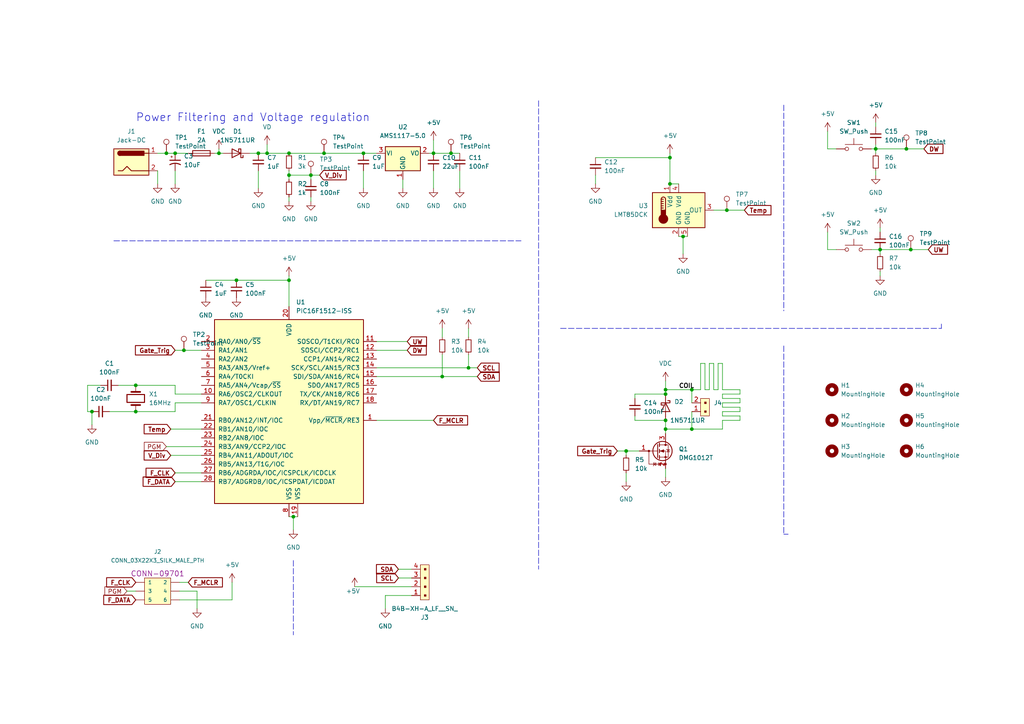
<source format=kicad_sch>
(kicad_sch (version 20211123) (generator eeschema)

  (uuid e63e39d7-6ac0-4ffd-8aa3-1841a4541b55)

  (paper "A4")

  (title_block
    (title "HotPlate")
    (rev "V1.0")
    (company "aitesam961")
  )

  (lib_symbols
    (symbol "Connector:Jack-DC" (pin_names (offset 1.016)) (in_bom yes) (on_board yes)
      (property "Reference" "J" (id 0) (at 0 5.334 0)
        (effects (font (size 1.27 1.27)))
      )
      (property "Value" "Jack-DC" (id 1) (at 0 -5.08 0)
        (effects (font (size 1.27 1.27)))
      )
      (property "Footprint" "" (id 2) (at 1.27 -1.016 0)
        (effects (font (size 1.27 1.27)) hide)
      )
      (property "Datasheet" "~" (id 3) (at 1.27 -1.016 0)
        (effects (font (size 1.27 1.27)) hide)
      )
      (property "ki_keywords" "DC power barrel jack connector" (id 4) (at 0 0 0)
        (effects (font (size 1.27 1.27)) hide)
      )
      (property "ki_description" "DC Barrel Jack" (id 5) (at 0 0 0)
        (effects (font (size 1.27 1.27)) hide)
      )
      (property "ki_fp_filters" "BarrelJack*" (id 6) (at 0 0 0)
        (effects (font (size 1.27 1.27)) hide)
      )
      (symbol "Jack-DC_0_1"
        (rectangle (start -5.08 3.81) (end 5.08 -3.81)
          (stroke (width 0.254) (type default) (color 0 0 0 0))
          (fill (type background))
        )
        (arc (start -3.302 3.175) (mid -3.937 2.54) (end -3.302 1.905)
          (stroke (width 0.254) (type default) (color 0 0 0 0))
          (fill (type none))
        )
        (arc (start -3.302 3.175) (mid -3.937 2.54) (end -3.302 1.905)
          (stroke (width 0.254) (type default) (color 0 0 0 0))
          (fill (type outline))
        )
        (polyline
          (pts
            (xy 5.08 2.54)
            (xy 3.81 2.54)
          )
          (stroke (width 0.254) (type default) (color 0 0 0 0))
          (fill (type none))
        )
        (polyline
          (pts
            (xy -3.81 -2.54)
            (xy -2.54 -2.54)
            (xy -1.27 -1.27)
            (xy 0 -2.54)
            (xy 2.54 -2.54)
            (xy 5.08 -2.54)
          )
          (stroke (width 0.254) (type default) (color 0 0 0 0))
          (fill (type none))
        )
        (rectangle (start 3.683 3.175) (end -3.302 1.905)
          (stroke (width 0.254) (type default) (color 0 0 0 0))
          (fill (type outline))
        )
      )
      (symbol "Jack-DC_1_1"
        (pin passive line (at 7.62 2.54 180) (length 2.54)
          (name "~" (effects (font (size 1.27 1.27))))
          (number "1" (effects (font (size 1.27 1.27))))
        )
        (pin passive line (at 7.62 -2.54 180) (length 2.54)
          (name "~" (effects (font (size 1.27 1.27))))
          (number "2" (effects (font (size 1.27 1.27))))
        )
      )
    )
    (symbol "Connector:TestPoint" (pin_numbers hide) (pin_names (offset 0.762) hide) (in_bom yes) (on_board yes)
      (property "Reference" "TP" (id 0) (at 0 6.858 0)
        (effects (font (size 1.27 1.27)))
      )
      (property "Value" "TestPoint" (id 1) (at 0 5.08 0)
        (effects (font (size 1.27 1.27)))
      )
      (property "Footprint" "" (id 2) (at 5.08 0 0)
        (effects (font (size 1.27 1.27)) hide)
      )
      (property "Datasheet" "~" (id 3) (at 5.08 0 0)
        (effects (font (size 1.27 1.27)) hide)
      )
      (property "ki_keywords" "test point tp" (id 4) (at 0 0 0)
        (effects (font (size 1.27 1.27)) hide)
      )
      (property "ki_description" "test point" (id 5) (at 0 0 0)
        (effects (font (size 1.27 1.27)) hide)
      )
      (property "ki_fp_filters" "Pin* Test*" (id 6) (at 0 0 0)
        (effects (font (size 1.27 1.27)) hide)
      )
      (symbol "TestPoint_0_1"
        (circle (center 0 3.302) (radius 0.762)
          (stroke (width 0) (type default) (color 0 0 0 0))
          (fill (type none))
        )
      )
      (symbol "TestPoint_1_1"
        (pin passive line (at 0 0 90) (length 2.54)
          (name "1" (effects (font (size 1.27 1.27))))
          (number "1" (effects (font (size 1.27 1.27))))
        )
      )
    )
    (symbol "Device:C_Polarized_Small_US" (pin_numbers hide) (pin_names (offset 0.254) hide) (in_bom yes) (on_board yes)
      (property "Reference" "C" (id 0) (at 0.254 1.778 0)
        (effects (font (size 1.27 1.27)) (justify left))
      )
      (property "Value" "C_Polarized_Small_US" (id 1) (at 0.254 -2.032 0)
        (effects (font (size 1.27 1.27)) (justify left))
      )
      (property "Footprint" "" (id 2) (at 0 0 0)
        (effects (font (size 1.27 1.27)) hide)
      )
      (property "Datasheet" "~" (id 3) (at 0 0 0)
        (effects (font (size 1.27 1.27)) hide)
      )
      (property "ki_keywords" "cap capacitor" (id 4) (at 0 0 0)
        (effects (font (size 1.27 1.27)) hide)
      )
      (property "ki_description" "Polarized capacitor, small US symbol" (id 5) (at 0 0 0)
        (effects (font (size 1.27 1.27)) hide)
      )
      (property "ki_fp_filters" "CP_*" (id 6) (at 0 0 0)
        (effects (font (size 1.27 1.27)) hide)
      )
      (symbol "C_Polarized_Small_US_0_1"
        (polyline
          (pts
            (xy -1.524 0.508)
            (xy 1.524 0.508)
          )
          (stroke (width 0.3048) (type default) (color 0 0 0 0))
          (fill (type none))
        )
        (polyline
          (pts
            (xy -1.27 1.524)
            (xy -0.762 1.524)
          )
          (stroke (width 0) (type default) (color 0 0 0 0))
          (fill (type none))
        )
        (polyline
          (pts
            (xy -1.016 1.27)
            (xy -1.016 1.778)
          )
          (stroke (width 0) (type default) (color 0 0 0 0))
          (fill (type none))
        )
        (arc (start 1.524 -0.762) (mid 0 -0.3734) (end -1.524 -0.762)
          (stroke (width 0.3048) (type default) (color 0 0 0 0))
          (fill (type none))
        )
      )
      (symbol "C_Polarized_Small_US_1_1"
        (pin passive line (at 0 2.54 270) (length 2.032)
          (name "~" (effects (font (size 1.27 1.27))))
          (number "1" (effects (font (size 1.27 1.27))))
        )
        (pin passive line (at 0 -2.54 90) (length 2.032)
          (name "~" (effects (font (size 1.27 1.27))))
          (number "2" (effects (font (size 1.27 1.27))))
        )
      )
    )
    (symbol "Device:C_Small" (pin_numbers hide) (pin_names (offset 0.254) hide) (in_bom yes) (on_board yes)
      (property "Reference" "C" (id 0) (at 0.254 1.778 0)
        (effects (font (size 1.27 1.27)) (justify left))
      )
      (property "Value" "C_Small" (id 1) (at 0.254 -2.032 0)
        (effects (font (size 1.27 1.27)) (justify left))
      )
      (property "Footprint" "" (id 2) (at 0 0 0)
        (effects (font (size 1.27 1.27)) hide)
      )
      (property "Datasheet" "~" (id 3) (at 0 0 0)
        (effects (font (size 1.27 1.27)) hide)
      )
      (property "ki_keywords" "capacitor cap" (id 4) (at 0 0 0)
        (effects (font (size 1.27 1.27)) hide)
      )
      (property "ki_description" "Unpolarized capacitor, small symbol" (id 5) (at 0 0 0)
        (effects (font (size 1.27 1.27)) hide)
      )
      (property "ki_fp_filters" "C_*" (id 6) (at 0 0 0)
        (effects (font (size 1.27 1.27)) hide)
      )
      (symbol "C_Small_0_1"
        (polyline
          (pts
            (xy -1.524 -0.508)
            (xy 1.524 -0.508)
          )
          (stroke (width 0.3302) (type default) (color 0 0 0 0))
          (fill (type none))
        )
        (polyline
          (pts
            (xy -1.524 0.508)
            (xy 1.524 0.508)
          )
          (stroke (width 0.3048) (type default) (color 0 0 0 0))
          (fill (type none))
        )
      )
      (symbol "C_Small_1_1"
        (pin passive line (at 0 2.54 270) (length 2.032)
          (name "~" (effects (font (size 1.27 1.27))))
          (number "1" (effects (font (size 1.27 1.27))))
        )
        (pin passive line (at 0 -2.54 90) (length 2.032)
          (name "~" (effects (font (size 1.27 1.27))))
          (number "2" (effects (font (size 1.27 1.27))))
        )
      )
    )
    (symbol "Device:Crystal" (pin_numbers hide) (pin_names (offset 1.016) hide) (in_bom yes) (on_board yes)
      (property "Reference" "Y" (id 0) (at 0 3.81 0)
        (effects (font (size 1.27 1.27)))
      )
      (property "Value" "Crystal" (id 1) (at 0 -3.81 0)
        (effects (font (size 1.27 1.27)))
      )
      (property "Footprint" "" (id 2) (at 0 0 0)
        (effects (font (size 1.27 1.27)) hide)
      )
      (property "Datasheet" "~" (id 3) (at 0 0 0)
        (effects (font (size 1.27 1.27)) hide)
      )
      (property "ki_keywords" "quartz ceramic resonator oscillator" (id 4) (at 0 0 0)
        (effects (font (size 1.27 1.27)) hide)
      )
      (property "ki_description" "Two pin crystal" (id 5) (at 0 0 0)
        (effects (font (size 1.27 1.27)) hide)
      )
      (property "ki_fp_filters" "Crystal*" (id 6) (at 0 0 0)
        (effects (font (size 1.27 1.27)) hide)
      )
      (symbol "Crystal_0_1"
        (rectangle (start -1.143 2.54) (end 1.143 -2.54)
          (stroke (width 0.3048) (type default) (color 0 0 0 0))
          (fill (type none))
        )
        (polyline
          (pts
            (xy -2.54 0)
            (xy -1.905 0)
          )
          (stroke (width 0) (type default) (color 0 0 0 0))
          (fill (type none))
        )
        (polyline
          (pts
            (xy -1.905 -1.27)
            (xy -1.905 1.27)
          )
          (stroke (width 0.508) (type default) (color 0 0 0 0))
          (fill (type none))
        )
        (polyline
          (pts
            (xy 1.905 -1.27)
            (xy 1.905 1.27)
          )
          (stroke (width 0.508) (type default) (color 0 0 0 0))
          (fill (type none))
        )
        (polyline
          (pts
            (xy 2.54 0)
            (xy 1.905 0)
          )
          (stroke (width 0) (type default) (color 0 0 0 0))
          (fill (type none))
        )
      )
      (symbol "Crystal_1_1"
        (pin passive line (at -3.81 0 0) (length 1.27)
          (name "1" (effects (font (size 1.27 1.27))))
          (number "1" (effects (font (size 1.27 1.27))))
        )
        (pin passive line (at 3.81 0 180) (length 1.27)
          (name "2" (effects (font (size 1.27 1.27))))
          (number "2" (effects (font (size 1.27 1.27))))
        )
      )
    )
    (symbol "Device:Fuse" (pin_numbers hide) (pin_names (offset 0)) (in_bom yes) (on_board yes)
      (property "Reference" "F" (id 0) (at 2.032 0 90)
        (effects (font (size 1.27 1.27)))
      )
      (property "Value" "Fuse" (id 1) (at -1.905 0 90)
        (effects (font (size 1.27 1.27)))
      )
      (property "Footprint" "" (id 2) (at -1.778 0 90)
        (effects (font (size 1.27 1.27)) hide)
      )
      (property "Datasheet" "~" (id 3) (at 0 0 0)
        (effects (font (size 1.27 1.27)) hide)
      )
      (property "ki_keywords" "fuse" (id 4) (at 0 0 0)
        (effects (font (size 1.27 1.27)) hide)
      )
      (property "ki_description" "Fuse" (id 5) (at 0 0 0)
        (effects (font (size 1.27 1.27)) hide)
      )
      (property "ki_fp_filters" "*Fuse*" (id 6) (at 0 0 0)
        (effects (font (size 1.27 1.27)) hide)
      )
      (symbol "Fuse_0_1"
        (rectangle (start -0.762 -2.54) (end 0.762 2.54)
          (stroke (width 0.254) (type default) (color 0 0 0 0))
          (fill (type none))
        )
        (polyline
          (pts
            (xy 0 2.54)
            (xy 0 -2.54)
          )
          (stroke (width 0) (type default) (color 0 0 0 0))
          (fill (type none))
        )
      )
      (symbol "Fuse_1_1"
        (pin passive line (at 0 3.81 270) (length 1.27)
          (name "~" (effects (font (size 1.27 1.27))))
          (number "1" (effects (font (size 1.27 1.27))))
        )
        (pin passive line (at 0 -3.81 90) (length 1.27)
          (name "~" (effects (font (size 1.27 1.27))))
          (number "2" (effects (font (size 1.27 1.27))))
        )
      )
    )
    (symbol "Device:R_Small" (pin_numbers hide) (pin_names (offset 0.254) hide) (in_bom yes) (on_board yes)
      (property "Reference" "R" (id 0) (at 0.762 0.508 0)
        (effects (font (size 1.27 1.27)) (justify left))
      )
      (property "Value" "R_Small" (id 1) (at 0.762 -1.016 0)
        (effects (font (size 1.27 1.27)) (justify left))
      )
      (property "Footprint" "" (id 2) (at 0 0 0)
        (effects (font (size 1.27 1.27)) hide)
      )
      (property "Datasheet" "~" (id 3) (at 0 0 0)
        (effects (font (size 1.27 1.27)) hide)
      )
      (property "ki_keywords" "R resistor" (id 4) (at 0 0 0)
        (effects (font (size 1.27 1.27)) hide)
      )
      (property "ki_description" "Resistor, small symbol" (id 5) (at 0 0 0)
        (effects (font (size 1.27 1.27)) hide)
      )
      (property "ki_fp_filters" "R_*" (id 6) (at 0 0 0)
        (effects (font (size 1.27 1.27)) hide)
      )
      (symbol "R_Small_0_1"
        (rectangle (start -0.762 1.778) (end 0.762 -1.778)
          (stroke (width 0.2032) (type default) (color 0 0 0 0))
          (fill (type none))
        )
      )
      (symbol "R_Small_1_1"
        (pin passive line (at 0 2.54 270) (length 0.762)
          (name "~" (effects (font (size 1.27 1.27))))
          (number "1" (effects (font (size 1.27 1.27))))
        )
        (pin passive line (at 0 -2.54 90) (length 0.762)
          (name "~" (effects (font (size 1.27 1.27))))
          (number "2" (effects (font (size 1.27 1.27))))
        )
      )
    )
    (symbol "Diode:1N5711UR" (pin_numbers hide) (pin_names (offset 1.016) hide) (in_bom yes) (on_board yes)
      (property "Reference" "D" (id 0) (at 0 2.54 0)
        (effects (font (size 1.27 1.27)))
      )
      (property "Value" "1N5711UR" (id 1) (at 0 -2.54 0)
        (effects (font (size 1.27 1.27)))
      )
      (property "Footprint" "Diode_SMD:D_MELF" (id 2) (at 0 -4.445 0)
        (effects (font (size 1.27 1.27)) hide)
      )
      (property "Datasheet" "https://www.microsemi.com/document-portal/doc_download/131890-lds-0040-1-datasheet" (id 3) (at 0 0 0)
        (effects (font (size 1.27 1.27)) hide)
      )
      (property "ki_keywords" "diode Schottky" (id 4) (at 0 0 0)
        (effects (font (size 1.27 1.27)) hide)
      )
      (property "ki_description" "70V 33mA Schottky diode, MELF(DO-213AA)" (id 5) (at 0 0 0)
        (effects (font (size 1.27 1.27)) hide)
      )
      (property "ki_fp_filters" "D?MELF*" (id 6) (at 0 0 0)
        (effects (font (size 1.27 1.27)) hide)
      )
      (symbol "1N5711UR_0_1"
        (polyline
          (pts
            (xy 1.27 0)
            (xy -1.27 0)
          )
          (stroke (width 0) (type default) (color 0 0 0 0))
          (fill (type none))
        )
        (polyline
          (pts
            (xy 1.27 1.27)
            (xy 1.27 -1.27)
            (xy -1.27 0)
            (xy 1.27 1.27)
          )
          (stroke (width 0.254) (type default) (color 0 0 0 0))
          (fill (type none))
        )
        (polyline
          (pts
            (xy -1.905 0.635)
            (xy -1.905 1.27)
            (xy -1.27 1.27)
            (xy -1.27 -1.27)
            (xy -0.635 -1.27)
            (xy -0.635 -0.635)
          )
          (stroke (width 0.254) (type default) (color 0 0 0 0))
          (fill (type none))
        )
      )
      (symbol "1N5711UR_1_1"
        (pin passive line (at -3.81 0 0) (length 2.54)
          (name "K" (effects (font (size 1.27 1.27))))
          (number "1" (effects (font (size 1.27 1.27))))
        )
        (pin passive line (at 3.81 0 180) (length 2.54)
          (name "A" (effects (font (size 1.27 1.27))))
          (number "2" (effects (font (size 1.27 1.27))))
        )
      )
    )
    (symbol "MCU_Microchip_PIC16:PIC16F1512-ISS" (pin_names (offset 1.016)) (in_bom yes) (on_board yes)
      (property "Reference" "U" (id 0) (at 5.08 30.48 0)
        (effects (font (size 1.27 1.27)) (justify left))
      )
      (property "Value" "PIC16F1512-ISS" (id 1) (at 5.08 27.94 0)
        (effects (font (size 1.27 1.27)) (justify left))
      )
      (property "Footprint" "" (id 2) (at 0 0 0)
        (effects (font (size 1.27 1.27)) hide)
      )
      (property "Datasheet" "http://ww1.microchip.com/downloads/en/DeviceDoc/41624A.pdf" (id 3) (at 0 0 0)
        (effects (font (size 1.27 1.27)) hide)
      )
      (property "ki_keywords" "FLASH-Based 8-Bit CMOS Microcontroller XLP" (id 4) (at 0 0 0)
        (effects (font (size 1.27 1.27)) hide)
      )
      (property "ki_description" "PIC16F1512, 2048W FLASH, 128B SRAM, SSOP-28" (id 5) (at 0 0 0)
        (effects (font (size 1.27 1.27)) hide)
      )
      (property "ki_fp_filters" "DIP* PDIP* SO* SSOP*" (id 6) (at 0 0 0)
        (effects (font (size 1.27 1.27)) hide)
      )
      (symbol "PIC16F1512-ISS_0_1"
        (rectangle (start -21.59 26.67) (end 21.59 -26.67)
          (stroke (width 0.254) (type default) (color 0 0 0 0))
          (fill (type background))
        )
      )
      (symbol "PIC16F1512-ISS_1_1"
        (pin input line (at 25.4 -2.54 180) (length 3.81)
          (name "Vpp/~{MCLR}/RE3" (effects (font (size 1.27 1.27))))
          (number "1" (effects (font (size 1.27 1.27))))
        )
        (pin bidirectional line (at -25.4 5.08 0) (length 3.81)
          (name "RA6/OSC2/CLKOUT" (effects (font (size 1.27 1.27))))
          (number "10" (effects (font (size 1.27 1.27))))
        )
        (pin bidirectional line (at 25.4 20.32 180) (length 3.81)
          (name "SOSCO/T1CKI/RC0" (effects (font (size 1.27 1.27))))
          (number "11" (effects (font (size 1.27 1.27))))
        )
        (pin bidirectional line (at 25.4 17.78 180) (length 3.81)
          (name "SOSCI/CCP2/RC1" (effects (font (size 1.27 1.27))))
          (number "12" (effects (font (size 1.27 1.27))))
        )
        (pin bidirectional line (at 25.4 15.24 180) (length 3.81)
          (name "CCP1/AN14/RC2" (effects (font (size 1.27 1.27))))
          (number "13" (effects (font (size 1.27 1.27))))
        )
        (pin bidirectional line (at 25.4 12.7 180) (length 3.81)
          (name "SCK/SCL/AN15/RC3" (effects (font (size 1.27 1.27))))
          (number "14" (effects (font (size 1.27 1.27))))
        )
        (pin bidirectional line (at 25.4 10.16 180) (length 3.81)
          (name "SDI/SDA/AN16/RC4" (effects (font (size 1.27 1.27))))
          (number "15" (effects (font (size 1.27 1.27))))
        )
        (pin bidirectional line (at 25.4 7.62 180) (length 3.81)
          (name "SDO/AN17/RC5" (effects (font (size 1.27 1.27))))
          (number "16" (effects (font (size 1.27 1.27))))
        )
        (pin bidirectional line (at 25.4 5.08 180) (length 3.81)
          (name "TX/CK/AN18/RC6" (effects (font (size 1.27 1.27))))
          (number "17" (effects (font (size 1.27 1.27))))
        )
        (pin bidirectional line (at 25.4 2.54 180) (length 3.81)
          (name "RX/DT/AN19/RC7" (effects (font (size 1.27 1.27))))
          (number "18" (effects (font (size 1.27 1.27))))
        )
        (pin power_in line (at 2.54 -30.48 90) (length 3.81)
          (name "VSS" (effects (font (size 1.27 1.27))))
          (number "19" (effects (font (size 1.27 1.27))))
        )
        (pin bidirectional line (at -25.4 20.32 0) (length 3.81)
          (name "RA0/AN0/~{SS}" (effects (font (size 1.27 1.27))))
          (number "2" (effects (font (size 1.27 1.27))))
        )
        (pin power_in line (at 0 30.48 270) (length 3.81)
          (name "VDD" (effects (font (size 1.27 1.27))))
          (number "20" (effects (font (size 1.27 1.27))))
        )
        (pin bidirectional line (at -25.4 -2.54 0) (length 3.81)
          (name "RB0/AN12/INT/IOC" (effects (font (size 1.27 1.27))))
          (number "21" (effects (font (size 1.27 1.27))))
        )
        (pin bidirectional line (at -25.4 -5.08 0) (length 3.81)
          (name "RB1/AN10/IOC" (effects (font (size 1.27 1.27))))
          (number "22" (effects (font (size 1.27 1.27))))
        )
        (pin bidirectional line (at -25.4 -7.62 0) (length 3.81)
          (name "RB2/AN8/IOC" (effects (font (size 1.27 1.27))))
          (number "23" (effects (font (size 1.27 1.27))))
        )
        (pin bidirectional line (at -25.4 -10.16 0) (length 3.81)
          (name "RB3/AN9/CCP2/IOC" (effects (font (size 1.27 1.27))))
          (number "24" (effects (font (size 1.27 1.27))))
        )
        (pin bidirectional line (at -25.4 -12.7 0) (length 3.81)
          (name "RB4/AN11/ADOUT/IOC" (effects (font (size 1.27 1.27))))
          (number "25" (effects (font (size 1.27 1.27))))
        )
        (pin bidirectional line (at -25.4 -15.24 0) (length 3.81)
          (name "RB5/AN13/T1G/IOC" (effects (font (size 1.27 1.27))))
          (number "26" (effects (font (size 1.27 1.27))))
        )
        (pin bidirectional line (at -25.4 -17.78 0) (length 3.81)
          (name "RB6/ADGRDA/IOC/ICSPCLK/ICDCLK" (effects (font (size 1.27 1.27))))
          (number "27" (effects (font (size 1.27 1.27))))
        )
        (pin bidirectional line (at -25.4 -20.32 0) (length 3.81)
          (name "RB7/ADGRDB/IOC/ICSPDAT/ICDDAT" (effects (font (size 1.27 1.27))))
          (number "28" (effects (font (size 1.27 1.27))))
        )
        (pin bidirectional line (at -25.4 17.78 0) (length 3.81)
          (name "RA1/AN1" (effects (font (size 1.27 1.27))))
          (number "3" (effects (font (size 1.27 1.27))))
        )
        (pin bidirectional line (at -25.4 15.24 0) (length 3.81)
          (name "RA2/AN2" (effects (font (size 1.27 1.27))))
          (number "4" (effects (font (size 1.27 1.27))))
        )
        (pin bidirectional line (at -25.4 12.7 0) (length 3.81)
          (name "RA3/AN3/Vref+" (effects (font (size 1.27 1.27))))
          (number "5" (effects (font (size 1.27 1.27))))
        )
        (pin bidirectional line (at -25.4 10.16 0) (length 3.81)
          (name "RA4/T0CKI" (effects (font (size 1.27 1.27))))
          (number "6" (effects (font (size 1.27 1.27))))
        )
        (pin bidirectional line (at -25.4 7.62 0) (length 3.81)
          (name "RA5/AN4/Vcap/~{SS}" (effects (font (size 1.27 1.27))))
          (number "7" (effects (font (size 1.27 1.27))))
        )
        (pin power_in line (at 0 -30.48 90) (length 3.81)
          (name "VSS" (effects (font (size 1.27 1.27))))
          (number "8" (effects (font (size 1.27 1.27))))
        )
        (pin bidirectional line (at -25.4 2.54 0) (length 3.81)
          (name "RA7/OSC1/CLKIN" (effects (font (size 1.27 1.27))))
          (number "9" (effects (font (size 1.27 1.27))))
        )
      )
    )
    (symbol "Mechanical:MountingHole" (pin_numbers hide) (pin_names (offset 1.016) hide) (in_bom yes) (on_board yes)
      (property "Reference" "H" (id 0) (at 0 5.08 0)
        (effects (font (size 1.27 1.27)))
      )
      (property "Value" "MountingHole" (id 1) (at 0 3.175 0)
        (effects (font (size 1.27 1.27)))
      )
      (property "Footprint" "" (id 2) (at 0 0 0)
        (effects (font (size 1.27 1.27)) hide)
      )
      (property "Datasheet" "~" (id 3) (at 0 0 0)
        (effects (font (size 1.27 1.27)) hide)
      )
      (property "ki_keywords" "mounting hole" (id 4) (at 0 0 0)
        (effects (font (size 1.27 1.27)) hide)
      )
      (property "ki_description" "Mounting Hole without connection" (id 5) (at 0 0 0)
        (effects (font (size 1.27 1.27)) hide)
      )
      (property "ki_fp_filters" "MountingHole*" (id 6) (at 0 0 0)
        (effects (font (size 1.27 1.27)) hide)
      )
      (symbol "MountingHole_0_1"
        (circle (center 0 0) (radius 1.27)
          (stroke (width 1.27) (type default) (color 0 0 0 0))
          (fill (type none))
        )
      )
    )
    (symbol "Regulator_Linear:AMS1117-5.0" (pin_names (offset 0.254)) (in_bom yes) (on_board yes)
      (property "Reference" "U" (id 0) (at -3.81 3.175 0)
        (effects (font (size 1.27 1.27)))
      )
      (property "Value" "AMS1117-5.0" (id 1) (at 0 3.175 0)
        (effects (font (size 1.27 1.27)) (justify left))
      )
      (property "Footprint" "Package_TO_SOT_SMD:SOT-223-3_TabPin2" (id 2) (at 0 5.08 0)
        (effects (font (size 1.27 1.27)) hide)
      )
      (property "Datasheet" "http://www.advanced-monolithic.com/pdf/ds1117.pdf" (id 3) (at 2.54 -6.35 0)
        (effects (font (size 1.27 1.27)) hide)
      )
      (property "ki_keywords" "linear regulator ldo fixed positive" (id 4) (at 0 0 0)
        (effects (font (size 1.27 1.27)) hide)
      )
      (property "ki_description" "1A Low Dropout regulator, positive, 5.0V fixed output, SOT-223" (id 5) (at 0 0 0)
        (effects (font (size 1.27 1.27)) hide)
      )
      (property "ki_fp_filters" "SOT?223*TabPin2*" (id 6) (at 0 0 0)
        (effects (font (size 1.27 1.27)) hide)
      )
      (symbol "AMS1117-5.0_0_1"
        (rectangle (start -5.08 -5.08) (end 5.08 1.905)
          (stroke (width 0.254) (type default) (color 0 0 0 0))
          (fill (type background))
        )
      )
      (symbol "AMS1117-5.0_1_1"
        (pin power_in line (at 0 -7.62 90) (length 2.54)
          (name "GND" (effects (font (size 1.27 1.27))))
          (number "1" (effects (font (size 1.27 1.27))))
        )
        (pin power_out line (at 7.62 0 180) (length 2.54)
          (name "VO" (effects (font (size 1.27 1.27))))
          (number "2" (effects (font (size 1.27 1.27))))
        )
        (pin power_in line (at -7.62 0 0) (length 2.54)
          (name "VI" (effects (font (size 1.27 1.27))))
          (number "3" (effects (font (size 1.27 1.27))))
        )
      )
    )
    (symbol "Sensor_Temperature:LMT85DCK" (pin_names (offset 0.762)) (in_bom yes) (on_board yes)
      (property "Reference" "U" (id 0) (at -6.35 6.35 0)
        (effects (font (size 1.27 1.27)))
      )
      (property "Value" "LMT85DCK" (id 1) (at 5.08 6.35 0)
        (effects (font (size 1.27 1.27)) (justify left))
      )
      (property "Footprint" "Package_TO_SOT_SMD:SOT-353_SC-70-5" (id 2) (at 0 -10.16 0)
        (effects (font (size 1.27 1.27)) hide)
      )
      (property "Datasheet" "http://www.ti.com/lit/ds/symlink/lmt85-q1.pdf" (id 3) (at 0 0 0)
        (effects (font (size 1.27 1.27)) hide)
      )
      (property "ki_keywords" "temperature sensor thermistor ntc" (id 4) (at 0 0 0)
        (effects (font (size 1.27 1.27)) hide)
      )
      (property "ki_description" "Analog temperature sensor, NTC, 0.3C accuracy, -8.2mV/C, -50C to +150C, 1.8 to 5.5V, SC-70-5" (id 5) (at 0 0 0)
        (effects (font (size 1.27 1.27)) hide)
      )
      (property "ki_fp_filters" "SC-70-*" (id 6) (at 0 0 0)
        (effects (font (size 1.27 1.27)) hide)
      )
      (symbol "LMT85DCK_0_1"
        (rectangle (start -7.62 5.08) (end 7.62 -5.08)
          (stroke (width 0.254) (type default) (color 0 0 0 0))
          (fill (type background))
        )
        (circle (center -4.445 -2.54) (radius 1.27)
          (stroke (width 0.254) (type default) (color 0 0 0 0))
          (fill (type outline))
        )
        (rectangle (start -3.81 -1.905) (end -5.08 0)
          (stroke (width 0.254) (type default) (color 0 0 0 0))
          (fill (type outline))
        )
        (arc (start -3.81 3.175) (mid -4.445 3.81) (end -5.08 3.175)
          (stroke (width 0.254) (type default) (color 0 0 0 0))
          (fill (type none))
        )
        (polyline
          (pts
            (xy -5.08 0.635)
            (xy -4.445 0.635)
          )
          (stroke (width 0.254) (type default) (color 0 0 0 0))
          (fill (type none))
        )
        (polyline
          (pts
            (xy -5.08 1.27)
            (xy -4.445 1.27)
          )
          (stroke (width 0.254) (type default) (color 0 0 0 0))
          (fill (type none))
        )
        (polyline
          (pts
            (xy -5.08 1.905)
            (xy -4.445 1.905)
          )
          (stroke (width 0.254) (type default) (color 0 0 0 0))
          (fill (type none))
        )
        (polyline
          (pts
            (xy -5.08 2.54)
            (xy -4.445 2.54)
          )
          (stroke (width 0.254) (type default) (color 0 0 0 0))
          (fill (type none))
        )
        (polyline
          (pts
            (xy -5.08 3.175)
            (xy -5.08 0)
          )
          (stroke (width 0.254) (type default) (color 0 0 0 0))
          (fill (type none))
        )
        (polyline
          (pts
            (xy -5.08 3.175)
            (xy -4.445 3.175)
          )
          (stroke (width 0.254) (type default) (color 0 0 0 0))
          (fill (type none))
        )
        (polyline
          (pts
            (xy -3.81 3.175)
            (xy -3.81 0)
          )
          (stroke (width 0.254) (type default) (color 0 0 0 0))
          (fill (type none))
        )
      )
      (symbol "LMT85DCK_1_1"
        (pin power_in line (at -2.54 7.62 270) (length 2.54)
          (name "Vdd" (effects (font (size 1.27 1.27))))
          (number "1" (effects (font (size 1.27 1.27))))
        )
        (pin power_in line (at 0 -7.62 90) (length 2.54)
          (name "GND" (effects (font (size 1.27 1.27))))
          (number "2" (effects (font (size 1.27 1.27))))
        )
        (pin output line (at 10.16 0 180) (length 2.54)
          (name "OUT" (effects (font (size 1.27 1.27))))
          (number "3" (effects (font (size 1.27 1.27))))
        )
        (pin power_in line (at 0 7.62 270) (length 2.54)
          (name "Vdd" (effects (font (size 1.27 1.27))))
          (number "4" (effects (font (size 1.27 1.27))))
        )
        (pin power_in line (at 2.54 -7.62 90) (length 2.54)
          (name "GND" (effects (font (size 1.27 1.27))))
          (number "5" (effects (font (size 1.27 1.27))))
        )
      )
    )
    (symbol "SparkFun-Connectors:CONN_03X22X3_SILK_MALE_PTH" (pin_numbers hide) (pin_names (offset 1.016)) (in_bom yes) (on_board yes)
      (property "Reference" "J" (id 0) (at -3.81 5.08 0)
        (effects (font (size 1.143 1.143)) (justify left bottom))
      )
      (property "Value" "CONN_03X22X3_SILK_MALE_PTH" (id 1) (at -3.81 -6.35 0)
        (effects (font (size 1.143 1.143)) (justify left bottom))
      )
      (property "Footprint" "2X3" (id 2) (at 0 7.62 0)
        (effects (font (size 0.508 0.508)) hide)
      )
      (property "Datasheet" "" (id 3) (at 0 0 0)
        (effects (font (size 1.27 1.27)) hide)
      )
      (property "Field4" "CONN-09701" (id 4) (at 0 8.89 0)
        (effects (font (size 1.524 1.524)))
      )
      (property "ki_locked" "" (id 5) (at 0 0 0)
        (effects (font (size 1.27 1.27)))
      )
      (property "ki_keywords" "PROD_ID:CONN-09701" (id 6) (at 0 0 0)
        (effects (font (size 1.27 1.27)) hide)
      )
      (property "ki_description" "Multi connection point. Often used as Generic Header-pin footprint for 0.1 inch spaced/style header connections   <b>You can populate with any combo of single row headers, but if you'd like an exact match, check these:</b><ul><li><a href=\"https://www.sparkfun.com/products/12807\"> Header - 2x3 (Male, 0.1\")</a> (PRT-12807)</li><li><a href=\"https://www.sparkfun.com/products/13010\"> Header - 2x3 (Female, 0.1\")</a> (PRT-13010)</li><li><a href=\"https://www.sparkfun.com/products/10877\"> 2x3 Pin Shrouded Header</a> (PRT-10877)</li></ul> <b>On any of the 0.1 inch spaced packages, you can populate with these:</b><ul><li><a href=\"https://www.sparkfun.com/products/116\"> Break Away Headers - Straight</a> (PRT-00116)</li><li><a href=\"https://www.sparkfun.com/products/553\"> Break Away Male Headers - Right Angle</a> (PRT-00553)</li><li><a href=\"https://www.sparkfun.com/products/115\"> Female Headers</a> (PRT-00115)</li><li><a href=\"https://www.sparkfun.com/products/117\"> Break Away Headers - Machine Pin</a> (PRT-00117)</li><li><a href=\"https://www.sparkfun.com/products/743\"> Break Away Female Headers - Swiss Machine Pin</a> (PRT-00743)</li></ul> <b>Special note: the shrouded connector mates well with our 3x2 ribbon cables:</b><ul><li><a href=\"https://www.sparkfun.com/products/10651\"> Ribbon Crimp Connector - 6-pin (2x3, Female)</a> (PRT-10651)</li><li><a href=\"https://www.sparkfun.com/products/10646\"> Ribbon Cable - 6 wire (15ft)</a> (PRT-10646)</li></ul>" (id 7) (at 0 0 0)
        (effects (font (size 1.27 1.27)) hide)
      )
      (property "ki_fp_filters" "*2X3* *2X3* *2X3_SMD* *2X3-NS* *2X3-SHROUDED* *2X3_SMT_POSTS*" (id 8) (at 0 0 0)
        (effects (font (size 1.27 1.27)) hide)
      )
      (symbol "CONN_03X22X3_SILK_MALE_PTH_0_1"
        (rectangle (start 3.81 -3.81) (end -3.81 3.81)
          (stroke (width 0) (type default) (color 0 0 0 0))
          (fill (type background))
        )
      )
      (symbol "CONN_03X22X3_SILK_MALE_PTH_1_1"
        (pin bidirectional line (at -6.35 2.54 0) (length 2.54)
          (name "1" (effects (font (size 1.016 1.016))))
          (number "1" (effects (font (size 1.016 1.016))))
        )
        (pin bidirectional line (at 6.35 2.54 180) (length 2.54)
          (name "2" (effects (font (size 1.016 1.016))))
          (number "2" (effects (font (size 1.016 1.016))))
        )
        (pin bidirectional line (at -6.35 0 0) (length 2.54)
          (name "3" (effects (font (size 1.016 1.016))))
          (number "3" (effects (font (size 1.016 1.016))))
        )
        (pin bidirectional line (at 6.35 0 180) (length 2.54)
          (name "4" (effects (font (size 1.016 1.016))))
          (number "4" (effects (font (size 1.016 1.016))))
        )
        (pin bidirectional line (at -6.35 -2.54 0) (length 2.54)
          (name "5" (effects (font (size 1.016 1.016))))
          (number "5" (effects (font (size 1.016 1.016))))
        )
        (pin bidirectional line (at 6.35 -2.54 180) (length 2.54)
          (name "6" (effects (font (size 1.016 1.016))))
          (number "6" (effects (font (size 1.016 1.016))))
        )
      )
    )
    (symbol "Switch:SW_Push" (pin_numbers hide) (pin_names (offset 1.016) hide) (in_bom yes) (on_board yes)
      (property "Reference" "SW" (id 0) (at 1.27 2.54 0)
        (effects (font (size 1.27 1.27)) (justify left))
      )
      (property "Value" "SW_Push" (id 1) (at 0 -1.524 0)
        (effects (font (size 1.27 1.27)))
      )
      (property "Footprint" "" (id 2) (at 0 5.08 0)
        (effects (font (size 1.27 1.27)) hide)
      )
      (property "Datasheet" "~" (id 3) (at 0 5.08 0)
        (effects (font (size 1.27 1.27)) hide)
      )
      (property "ki_keywords" "switch normally-open pushbutton push-button" (id 4) (at 0 0 0)
        (effects (font (size 1.27 1.27)) hide)
      )
      (property "ki_description" "Push button switch, generic, two pins" (id 5) (at 0 0 0)
        (effects (font (size 1.27 1.27)) hide)
      )
      (symbol "SW_Push_0_1"
        (circle (center -2.032 0) (radius 0.508)
          (stroke (width 0) (type default) (color 0 0 0 0))
          (fill (type none))
        )
        (polyline
          (pts
            (xy 0 1.27)
            (xy 0 3.048)
          )
          (stroke (width 0) (type default) (color 0 0 0 0))
          (fill (type none))
        )
        (polyline
          (pts
            (xy 2.54 1.27)
            (xy -2.54 1.27)
          )
          (stroke (width 0) (type default) (color 0 0 0 0))
          (fill (type none))
        )
        (circle (center 2.032 0) (radius 0.508)
          (stroke (width 0) (type default) (color 0 0 0 0))
          (fill (type none))
        )
        (pin passive line (at -5.08 0 0) (length 2.54)
          (name "1" (effects (font (size 1.27 1.27))))
          (number "1" (effects (font (size 1.27 1.27))))
        )
        (pin passive line (at 5.08 0 180) (length 2.54)
          (name "2" (effects (font (size 1.27 1.27))))
          (number "2" (effects (font (size 1.27 1.27))))
        )
      )
    )
    (symbol "Transistor_FET:DMG1012T" (pin_names (offset 0) hide) (in_bom yes) (on_board yes)
      (property "Reference" "Q" (id 0) (at 5.08 1.905 0)
        (effects (font (size 1.27 1.27)) (justify left))
      )
      (property "Value" "DMG1012T" (id 1) (at 5.08 0 0)
        (effects (font (size 1.27 1.27)) (justify left))
      )
      (property "Footprint" "Package_TO_SOT_SMD:SOT-523" (id 2) (at 5.08 -1.905 0)
        (effects (font (size 1.27 1.27)) (justify left) hide)
      )
      (property "Datasheet" "https://www.diodes.com/assets/Datasheets/ds31783.pdf" (id 3) (at 0 0 0)
        (effects (font (size 1.27 1.27)) hide)
      )
      (property "ki_keywords" "N-Channel MOSFET" (id 4) (at 0 0 0)
        (effects (font (size 1.27 1.27)) hide)
      )
      (property "ki_description" "20V Vds, 0.63 Id, N-Channel MOSFET with ESD protection, SOT-523" (id 5) (at 0 0 0)
        (effects (font (size 1.27 1.27)) hide)
      )
      (property "ki_fp_filters" "SOT?523*" (id 6) (at 0 0 0)
        (effects (font (size 1.27 1.27)) hide)
      )
      (symbol "DMG1012T_0_1"
        (polyline
          (pts
            (xy 2.54 -3.81)
            (xy -2.286 -3.81)
            (xy -2.286 0)
          )
          (stroke (width 0) (type default) (color 0 0 0 0))
          (fill (type none))
        )
      )
      (symbol "DMG1012T_1_1"
        (circle (center -2.286 0) (radius 0.254)
          (stroke (width 0) (type default) (color 0 0 0 0))
          (fill (type outline))
        )
        (polyline
          (pts
            (xy 0.254 0)
            (xy -2.54 0)
          )
          (stroke (width 0) (type default) (color 0 0 0 0))
          (fill (type none))
        )
        (polyline
          (pts
            (xy 0.254 1.905)
            (xy 0.254 -1.905)
          )
          (stroke (width 0.254) (type default) (color 0 0 0 0))
          (fill (type none))
        )
        (polyline
          (pts
            (xy 0.762 -1.27)
            (xy 0.762 -2.286)
          )
          (stroke (width 0.254) (type default) (color 0 0 0 0))
          (fill (type none))
        )
        (polyline
          (pts
            (xy 0.762 0.508)
            (xy 0.762 -0.508)
          )
          (stroke (width 0.254) (type default) (color 0 0 0 0))
          (fill (type none))
        )
        (polyline
          (pts
            (xy 0.762 2.286)
            (xy 0.762 1.27)
          )
          (stroke (width 0.254) (type default) (color 0 0 0 0))
          (fill (type none))
        )
        (polyline
          (pts
            (xy 2.54 2.54)
            (xy 2.54 1.778)
          )
          (stroke (width 0) (type default) (color 0 0 0 0))
          (fill (type none))
        )
        (polyline
          (pts
            (xy 2.54 -2.54)
            (xy 2.54 0)
            (xy 0.762 0)
          )
          (stroke (width 0) (type default) (color 0 0 0 0))
          (fill (type none))
        )
        (polyline
          (pts
            (xy -1.016 -4.318)
            (xy -0.889 -4.191)
            (xy -0.889 -3.429)
            (xy -0.762 -3.302)
          )
          (stroke (width 0) (type default) (color 0 0 0 0))
          (fill (type none))
        )
        (polyline
          (pts
            (xy -0.889 -3.81)
            (xy -0.254 -4.191)
            (xy -0.254 -3.429)
            (xy -0.889 -3.81)
          )
          (stroke (width 0) (type default) (color 0 0 0 0))
          (fill (type none))
        )
        (polyline
          (pts
            (xy 0.762 -1.778)
            (xy 3.302 -1.778)
            (xy 3.302 1.778)
            (xy 0.762 1.778)
          )
          (stroke (width 0) (type default) (color 0 0 0 0))
          (fill (type none))
        )
        (polyline
          (pts
            (xy 1.016 0)
            (xy 2.032 0.381)
            (xy 2.032 -0.381)
            (xy 1.016 0)
          )
          (stroke (width 0) (type default) (color 0 0 0 0))
          (fill (type outline))
        )
        (polyline
          (pts
            (xy 1.143 -3.81)
            (xy 0.508 -3.429)
            (xy 0.508 -4.191)
            (xy 1.143 -3.81)
          )
          (stroke (width 0) (type default) (color 0 0 0 0))
          (fill (type none))
        )
        (polyline
          (pts
            (xy 1.27 -3.302)
            (xy 1.143 -3.429)
            (xy 1.143 -4.191)
            (xy 1.016 -4.318)
          )
          (stroke (width 0) (type default) (color 0 0 0 0))
          (fill (type none))
        )
        (polyline
          (pts
            (xy 2.794 0.508)
            (xy 2.921 0.381)
            (xy 3.683 0.381)
            (xy 3.81 0.254)
          )
          (stroke (width 0) (type default) (color 0 0 0 0))
          (fill (type none))
        )
        (polyline
          (pts
            (xy 3.302 0.381)
            (xy 2.921 -0.254)
            (xy 3.683 -0.254)
            (xy 3.302 0.381)
          )
          (stroke (width 0) (type default) (color 0 0 0 0))
          (fill (type none))
        )
        (circle (center 1.651 0) (radius 2.794)
          (stroke (width 0.254) (type default) (color 0 0 0 0))
          (fill (type none))
        )
        (circle (center 2.54 -3.81) (radius 0.254)
          (stroke (width 0) (type default) (color 0 0 0 0))
          (fill (type outline))
        )
        (circle (center 2.54 -1.778) (radius 0.254)
          (stroke (width 0) (type default) (color 0 0 0 0))
          (fill (type outline))
        )
        (circle (center 2.54 1.778) (radius 0.254)
          (stroke (width 0) (type default) (color 0 0 0 0))
          (fill (type outline))
        )
        (pin input line (at -5.08 0 0) (length 2.54)
          (name "G" (effects (font (size 1.27 1.27))))
          (number "1" (effects (font (size 1.27 1.27))))
        )
        (pin passive line (at 2.54 -5.08 90) (length 2.54)
          (name "S" (effects (font (size 1.27 1.27))))
          (number "2" (effects (font (size 1.27 1.27))))
        )
        (pin passive line (at 2.54 5.08 270) (length 2.54)
          (name "D" (effects (font (size 1.27 1.27))))
          (number "3" (effects (font (size 1.27 1.27))))
        )
      )
    )
    (symbol "dk_Rectangular-Connectors-Headers-Male-Pins:B2B-XH-A_LF__SN_" (pin_names (offset 1.016)) (in_bom yes) (on_board yes)
      (property "Reference" "J" (id 0) (at -2.54 -1.27 0)
        (effects (font (size 1.27 1.27)) (justify right))
      )
      (property "Value" "B2B-XH-A_LF__SN_" (id 1) (at 1.27 -3.81 0)
        (effects (font (size 1.27 1.27)))
      )
      (property "Footprint" "digikey-footprints:PinHeader_1x2_P2.5mm_Drill1.1mm" (id 2) (at 5.08 5.08 0)
        (effects (font (size 1.524 1.524)) (justify left) hide)
      )
      (property "Datasheet" "http://www.jst-mfg.com/product/pdf/eng/eXH.pdf" (id 3) (at 5.08 7.62 0)
        (effects (font (size 1.524 1.524)) (justify left) hide)
      )
      (property "Digi-Key_PN" "455-2247-ND" (id 4) (at 5.08 10.16 0)
        (effects (font (size 1.524 1.524)) (justify left) hide)
      )
      (property "MPN" "B2B-XH-A(LF)(SN)" (id 5) (at 5.08 12.7 0)
        (effects (font (size 1.524 1.524)) (justify left) hide)
      )
      (property "Category" "Connectors, Interconnects" (id 6) (at 5.08 15.24 0)
        (effects (font (size 1.524 1.524)) (justify left) hide)
      )
      (property "Family" "Rectangular Connectors - Headers, Male Pins" (id 7) (at 5.08 17.78 0)
        (effects (font (size 1.524 1.524)) (justify left) hide)
      )
      (property "DK_Datasheet_Link" "http://www.jst-mfg.com/product/pdf/eng/eXH.pdf" (id 8) (at 5.08 20.32 0)
        (effects (font (size 1.524 1.524)) (justify left) hide)
      )
      (property "DK_Detail_Page" "/product-detail/en/jst-sales-america-inc/B2B-XH-A(LF)(SN)/455-2247-ND/1651045" (id 9) (at 5.08 22.86 0)
        (effects (font (size 1.524 1.524)) (justify left) hide)
      )
      (property "Description" "CONN HEADER VERT 2POS 2.5MM" (id 10) (at 5.08 25.4 0)
        (effects (font (size 1.524 1.524)) (justify left) hide)
      )
      (property "Manufacturer" "JST Sales America Inc." (id 11) (at 5.08 27.94 0)
        (effects (font (size 1.524 1.524)) (justify left) hide)
      )
      (property "Status" "Active" (id 12) (at 5.08 30.48 0)
        (effects (font (size 1.524 1.524)) (justify left) hide)
      )
      (property "ki_keywords" "455-2247-ND XH" (id 13) (at 0 0 0)
        (effects (font (size 1.27 1.27)) hide)
      )
      (property "ki_description" "CONN HEADER VERT 2POS 2.5MM" (id 14) (at 0 0 0)
        (effects (font (size 1.27 1.27)) hide)
      )
      (symbol "B2B-XH-A_LF__SN__1_1"
        (rectangle (start -1.27 0) (end 3.81 -2.54)
          (stroke (width 0) (type default) (color 0 0 0 0))
          (fill (type background))
        )
        (rectangle (start -0.254 -1.143) (end 0.254 -1.651)
          (stroke (width 0) (type default) (color 0 0 0 0))
          (fill (type outline))
        )
        (rectangle (start 2.286 -1.143) (end 2.794 -1.651)
          (stroke (width 0) (type default) (color 0 0 0 0))
          (fill (type outline))
        )
        (pin passive line (at 0 2.54 270) (length 2.54)
          (name "~" (effects (font (size 1.27 1.27))))
          (number "1" (effects (font (size 1.27 1.27))))
        )
        (pin passive line (at 2.54 2.54 270) (length 2.54)
          (name "~" (effects (font (size 1.27 1.27))))
          (number "2" (effects (font (size 1.27 1.27))))
        )
      )
    )
    (symbol "dk_Rectangular-Connectors-Headers-Male-Pins:B4B-XH-A_LF__SN_" (pin_names (offset 1.016)) (in_bom yes) (on_board yes)
      (property "Reference" "J" (id 0) (at -2.54 -1.27 0)
        (effects (font (size 1.27 1.27)) (justify right))
      )
      (property "Value" "B4B-XH-A_LF__SN_" (id 1) (at 3.81 -3.81 0)
        (effects (font (size 1.27 1.27)))
      )
      (property "Footprint" "digikey-footprints:PinHeader_1x4_P2.5mm_Drill1.1mm" (id 2) (at 5.08 5.08 0)
        (effects (font (size 1.524 1.524)) (justify left) hide)
      )
      (property "Datasheet" "http://www.jst-mfg.com/product/pdf/eng/eXH.pdf" (id 3) (at 5.08 7.62 0)
        (effects (font (size 1.524 1.524)) (justify left) hide)
      )
      (property "Digi-Key_PN" "455-2249-ND" (id 4) (at 5.08 10.16 0)
        (effects (font (size 1.524 1.524)) (justify left) hide)
      )
      (property "MPN" "B4B-XH-A(LF)(SN)" (id 5) (at 5.08 12.7 0)
        (effects (font (size 1.524 1.524)) (justify left) hide)
      )
      (property "Category" "Connectors, Interconnects" (id 6) (at 5.08 15.24 0)
        (effects (font (size 1.524 1.524)) (justify left) hide)
      )
      (property "Family" "Rectangular Connectors - Headers, Male Pins" (id 7) (at 5.08 17.78 0)
        (effects (font (size 1.524 1.524)) (justify left) hide)
      )
      (property "DK_Datasheet_Link" "http://www.jst-mfg.com/product/pdf/eng/eXH.pdf" (id 8) (at 5.08 20.32 0)
        (effects (font (size 1.524 1.524)) (justify left) hide)
      )
      (property "DK_Detail_Page" "/product-detail/en/jst-sales-america-inc/B4B-XH-A(LF)(SN)/455-2249-ND/1651047" (id 9) (at 5.08 22.86 0)
        (effects (font (size 1.524 1.524)) (justify left) hide)
      )
      (property "Description" "CONN HEADER VERT 4POS 2.5MM" (id 10) (at 5.08 25.4 0)
        (effects (font (size 1.524 1.524)) (justify left) hide)
      )
      (property "Manufacturer" "JST Sales America Inc." (id 11) (at 5.08 27.94 0)
        (effects (font (size 1.524 1.524)) (justify left) hide)
      )
      (property "Status" "Active" (id 12) (at 5.08 30.48 0)
        (effects (font (size 1.524 1.524)) (justify left) hide)
      )
      (property "ki_keywords" "455-2249-ND XH" (id 13) (at 0 0 0)
        (effects (font (size 1.27 1.27)) hide)
      )
      (property "ki_description" "CONN HEADER VERT 4POS 2.5MM" (id 14) (at 0 0 0)
        (effects (font (size 1.27 1.27)) hide)
      )
      (symbol "B4B-XH-A_LF__SN__1_1"
        (rectangle (start -1.27 0) (end 8.89 -2.54)
          (stroke (width 0) (type default) (color 0 0 0 0))
          (fill (type background))
        )
        (rectangle (start -0.254 -1.143) (end 0.254 -1.651)
          (stroke (width 0) (type default) (color 0 0 0 0))
          (fill (type outline))
        )
        (rectangle (start 2.286 -1.143) (end 2.794 -1.651)
          (stroke (width 0) (type default) (color 0 0 0 0))
          (fill (type outline))
        )
        (rectangle (start 4.826 -1.143) (end 5.334 -1.651)
          (stroke (width 0) (type default) (color 0 0 0 0))
          (fill (type outline))
        )
        (rectangle (start 7.366 -1.143) (end 7.874 -1.651)
          (stroke (width 0) (type default) (color 0 0 0 0))
          (fill (type outline))
        )
        (pin passive line (at 0 2.54 270) (length 2.54)
          (name "~" (effects (font (size 1.27 1.27))))
          (number "1" (effects (font (size 1.27 1.27))))
        )
        (pin passive line (at 2.54 2.54 270) (length 2.54)
          (name "~" (effects (font (size 1.27 1.27))))
          (number "2" (effects (font (size 1.27 1.27))))
        )
        (pin passive line (at 5.08 2.54 270) (length 2.54)
          (name "~" (effects (font (size 1.27 1.27))))
          (number "3" (effects (font (size 1.27 1.27))))
        )
        (pin passive line (at 7.62 2.54 270) (length 2.54)
          (name "~" (effects (font (size 1.27 1.27))))
          (number "4" (effects (font (size 1.27 1.27))))
        )
      )
    )
    (symbol "power:+5V" (power) (pin_names (offset 0)) (in_bom yes) (on_board yes)
      (property "Reference" "#PWR" (id 0) (at 0 -3.81 0)
        (effects (font (size 1.27 1.27)) hide)
      )
      (property "Value" "+5V" (id 1) (at 0 3.556 0)
        (effects (font (size 1.27 1.27)))
      )
      (property "Footprint" "" (id 2) (at 0 0 0)
        (effects (font (size 1.27 1.27)) hide)
      )
      (property "Datasheet" "" (id 3) (at 0 0 0)
        (effects (font (size 1.27 1.27)) hide)
      )
      (property "ki_keywords" "power-flag" (id 4) (at 0 0 0)
        (effects (font (size 1.27 1.27)) hide)
      )
      (property "ki_description" "Power symbol creates a global label with name \"+5V\"" (id 5) (at 0 0 0)
        (effects (font (size 1.27 1.27)) hide)
      )
      (symbol "+5V_0_1"
        (polyline
          (pts
            (xy -0.762 1.27)
            (xy 0 2.54)
          )
          (stroke (width 0) (type default) (color 0 0 0 0))
          (fill (type none))
        )
        (polyline
          (pts
            (xy 0 0)
            (xy 0 2.54)
          )
          (stroke (width 0) (type default) (color 0 0 0 0))
          (fill (type none))
        )
        (polyline
          (pts
            (xy 0 2.54)
            (xy 0.762 1.27)
          )
          (stroke (width 0) (type default) (color 0 0 0 0))
          (fill (type none))
        )
      )
      (symbol "+5V_1_1"
        (pin power_in line (at 0 0 90) (length 0) hide
          (name "+5V" (effects (font (size 1.27 1.27))))
          (number "1" (effects (font (size 1.27 1.27))))
        )
      )
    )
    (symbol "power:GND" (power) (pin_names (offset 0)) (in_bom yes) (on_board yes)
      (property "Reference" "#PWR" (id 0) (at 0 -6.35 0)
        (effects (font (size 1.27 1.27)) hide)
      )
      (property "Value" "GND" (id 1) (at 0 -3.81 0)
        (effects (font (size 1.27 1.27)))
      )
      (property "Footprint" "" (id 2) (at 0 0 0)
        (effects (font (size 1.27 1.27)) hide)
      )
      (property "Datasheet" "" (id 3) (at 0 0 0)
        (effects (font (size 1.27 1.27)) hide)
      )
      (property "ki_keywords" "power-flag" (id 4) (at 0 0 0)
        (effects (font (size 1.27 1.27)) hide)
      )
      (property "ki_description" "Power symbol creates a global label with name \"GND\" , ground" (id 5) (at 0 0 0)
        (effects (font (size 1.27 1.27)) hide)
      )
      (symbol "GND_0_1"
        (polyline
          (pts
            (xy 0 0)
            (xy 0 -1.27)
            (xy 1.27 -1.27)
            (xy 0 -2.54)
            (xy -1.27 -1.27)
            (xy 0 -1.27)
          )
          (stroke (width 0) (type default) (color 0 0 0 0))
          (fill (type none))
        )
      )
      (symbol "GND_1_1"
        (pin power_in line (at 0 0 270) (length 0) hide
          (name "GND" (effects (font (size 1.27 1.27))))
          (number "1" (effects (font (size 1.27 1.27))))
        )
      )
    )
    (symbol "power:VD" (power) (pin_names (offset 0)) (in_bom yes) (on_board yes)
      (property "Reference" "#PWR" (id 0) (at 0 -3.81 0)
        (effects (font (size 1.27 1.27)) hide)
      )
      (property "Value" "VD" (id 1) (at 0 3.81 0)
        (effects (font (size 1.27 1.27)))
      )
      (property "Footprint" "" (id 2) (at 0 0 0)
        (effects (font (size 1.27 1.27)) hide)
      )
      (property "Datasheet" "" (id 3) (at 0 0 0)
        (effects (font (size 1.27 1.27)) hide)
      )
      (property "ki_keywords" "power-flag" (id 4) (at 0 0 0)
        (effects (font (size 1.27 1.27)) hide)
      )
      (property "ki_description" "Power symbol creates a global label with name \"VD\"" (id 5) (at 0 0 0)
        (effects (font (size 1.27 1.27)) hide)
      )
      (symbol "VD_0_1"
        (polyline
          (pts
            (xy -0.762 1.27)
            (xy 0 2.54)
          )
          (stroke (width 0) (type default) (color 0 0 0 0))
          (fill (type none))
        )
        (polyline
          (pts
            (xy 0 0)
            (xy 0 2.54)
          )
          (stroke (width 0) (type default) (color 0 0 0 0))
          (fill (type none))
        )
        (polyline
          (pts
            (xy 0 2.54)
            (xy 0.762 1.27)
          )
          (stroke (width 0) (type default) (color 0 0 0 0))
          (fill (type none))
        )
      )
      (symbol "VD_1_1"
        (pin power_in line (at 0 0 90) (length 0) hide
          (name "VD" (effects (font (size 1.27 1.27))))
          (number "1" (effects (font (size 1.27 1.27))))
        )
      )
    )
    (symbol "power:VDC" (power) (pin_names (offset 0)) (in_bom yes) (on_board yes)
      (property "Reference" "#PWR" (id 0) (at 0 -2.54 0)
        (effects (font (size 1.27 1.27)) hide)
      )
      (property "Value" "VDC" (id 1) (at 0 6.35 0)
        (effects (font (size 1.27 1.27)))
      )
      (property "Footprint" "" (id 2) (at 0 0 0)
        (effects (font (size 1.27 1.27)) hide)
      )
      (property "Datasheet" "" (id 3) (at 0 0 0)
        (effects (font (size 1.27 1.27)) hide)
      )
      (property "ki_keywords" "power-flag" (id 4) (at 0 0 0)
        (effects (font (size 1.27 1.27)) hide)
      )
      (property "ki_description" "Power symbol creates a global label with name \"VDC\"" (id 5) (at 0 0 0)
        (effects (font (size 1.27 1.27)) hide)
      )
      (symbol "VDC_0_1"
        (polyline
          (pts
            (xy -0.762 1.27)
            (xy 0 2.54)
          )
          (stroke (width 0) (type default) (color 0 0 0 0))
          (fill (type none))
        )
        (polyline
          (pts
            (xy 0 0)
            (xy 0 2.54)
          )
          (stroke (width 0) (type default) (color 0 0 0 0))
          (fill (type none))
        )
        (polyline
          (pts
            (xy 0 2.54)
            (xy 0.762 1.27)
          )
          (stroke (width 0) (type default) (color 0 0 0 0))
          (fill (type none))
        )
      )
      (symbol "VDC_1_1"
        (pin power_in line (at 0 0 90) (length 0) hide
          (name "VDC" (effects (font (size 1.27 1.27))))
          (number "1" (effects (font (size 1.27 1.27))))
        )
      )
    )
  )

  (junction (at 26.67 119.38) (diameter 0) (color 0 0 0 0)
    (uuid 06fbf28e-a848-4432-9a1a-87fc797f3206)
  )
  (junction (at 83.82 81.28) (diameter 0) (color 0 0 0 0)
    (uuid 0d66e9f9-dc03-4031-9ecd-22631f62b737)
  )
  (junction (at 264.16 72.39) (diameter 0) (color 0 0 0 0)
    (uuid 0e6667b3-c46e-4ebd-8bd0-cd5d012dd521)
  )
  (junction (at 50.8 44.45) (diameter 0) (color 0 0 0 0)
    (uuid 1d23a639-db64-4ae1-969f-8fb1d06e9d04)
  )
  (junction (at 200.66 124.46) (diameter 0) (color 0 0 0 0)
    (uuid 25305191-66a2-4fd5-a1d1-830130b8992d)
  )
  (junction (at 77.47 44.45) (diameter 0) (color 0 0 0 0)
    (uuid 25d2c409-9df9-4f79-afd7-4c5cf7171864)
  )
  (junction (at 85.09 149.86) (diameter 0) (color 0 0 0 0)
    (uuid 2898bff9-b4c9-4f4f-8b54-6833a157cf16)
  )
  (junction (at 254 43.18) (diameter 0) (color 0 0 0 0)
    (uuid 29dbd5f9-7ed9-45d8-bed0-f2a5b09905bf)
  )
  (junction (at 255.27 72.39) (diameter 0) (color 0 0 0 0)
    (uuid 2baf873f-f4e8-4665-ab4f-ff465cabf8a6)
  )
  (junction (at 68.58 81.28) (diameter 0) (color 0 0 0 0)
    (uuid 46706e1a-f6a0-442b-8cbd-d33e9ca50f18)
  )
  (junction (at 39.37 111.76) (diameter 0) (color 0 0 0 0)
    (uuid 4bc6f392-2fb3-4d6e-83e0-ddc3ac2e28c5)
  )
  (junction (at 193.04 124.46) (diameter 0) (color 0 0 0 0)
    (uuid 525e16be-932c-4489-88fc-2b4fce2217d0)
  )
  (junction (at 262.89 43.18) (diameter 0) (color 0 0 0 0)
    (uuid 590db6d2-3568-444e-97cc-237c89267aff)
  )
  (junction (at 128.27 109.22) (diameter 0) (color 0 0 0 0)
    (uuid 69a2813e-4059-4d54-beed-64306e3d2b09)
  )
  (junction (at 181.61 130.81) (diameter 0) (color 0 0 0 0)
    (uuid 6c648132-a5d0-4dce-b8a5-19d170faf018)
  )
  (junction (at 193.04 121.92) (diameter 0) (color 0 0 0 0)
    (uuid 71eb8ae1-d5ad-48c8-9901-0d56d7129d6a)
  )
  (junction (at 93.98 44.45) (diameter 0) (color 0 0 0 0)
    (uuid 7c6d6682-c971-4b4f-b3e0-d53f6439de7e)
  )
  (junction (at 53.34 101.6) (diameter 0) (color 0 0 0 0)
    (uuid 81cc7f8e-9278-4455-8f61-40b6439406d8)
  )
  (junction (at 200.66 113.03) (diameter 0) (color 0 0 0 0)
    (uuid 82e9062e-cde8-4265-afb4-d8c8b9312a3b)
  )
  (junction (at 63.5 44.45) (diameter 0) (color 0 0 0 0)
    (uuid 83b0d37d-2909-4e21-8293-361d108547b1)
  )
  (junction (at 198.12 68.58) (diameter 0) (color 0 0 0 0)
    (uuid 86ead05c-5e44-427c-9f22-3f6e14208dfa)
  )
  (junction (at 83.82 44.45) (diameter 0) (color 0 0 0 0)
    (uuid 9208f4c9-8d59-4077-ba89-696f4c3d7130)
  )
  (junction (at 210.82 60.96) (diameter 0) (color 0 0 0 0)
    (uuid 937f2819-b302-4e7b-b009-8b59ef81b17c)
  )
  (junction (at 90.17 50.8) (diameter 0) (color 0 0 0 0)
    (uuid 93d10e10-3e64-4d6e-aec4-f45cbc4c417b)
  )
  (junction (at 130.81 44.45) (diameter 0) (color 0 0 0 0)
    (uuid 99e2eebb-d399-4eca-a77e-7252db34076b)
  )
  (junction (at 74.93 44.45) (diameter 0) (color 0 0 0 0)
    (uuid 9edf1717-2ba4-40e0-a937-b74ecd0e6003)
  )
  (junction (at 83.82 50.8) (diameter 0) (color 0 0 0 0)
    (uuid bf39e3ba-aecf-473f-a36e-56402a6ac2e1)
  )
  (junction (at 39.37 119.38) (diameter 0) (color 0 0 0 0)
    (uuid d1103b04-3c8a-4674-b1cc-436523b336fd)
  )
  (junction (at 194.31 53.34) (diameter 0) (color 0 0 0 0)
    (uuid d52c6795-d557-49af-b7e6-7cb91314e8dd)
  )
  (junction (at 105.41 44.45) (diameter 0) (color 0 0 0 0)
    (uuid d65a8418-9d72-4af5-bbfd-8ca65caa48aa)
  )
  (junction (at 135.89 106.68) (diameter 0) (color 0 0 0 0)
    (uuid e9c59cca-c0ca-4612-b31c-2582288a859b)
  )
  (junction (at 193.04 114.3) (diameter 0) (color 0 0 0 0)
    (uuid ec077886-4735-45c3-af39-3669a2f15f9b)
  )
  (junction (at 194.31 45.72) (diameter 0) (color 0 0 0 0)
    (uuid eeef49b5-b4a2-4494-ade2-96990466e996)
  )
  (junction (at 48.26 44.45) (diameter 0) (color 0 0 0 0)
    (uuid f061d651-a2f5-43ab-b9cc-5ed93d0d731b)
  )
  (junction (at 125.73 44.45) (diameter 0) (color 0 0 0 0)
    (uuid f2d165c9-84aa-45e2-be92-5c684dcc708a)
  )
  (junction (at 193.04 113.03) (diameter 0) (color 0 0 0 0)
    (uuid f88deb80-dbd7-4679-8f46-b5c1efd0374c)
  )

  (wire (pts (xy 26.67 119.38) (xy 26.67 123.19))
    (stroke (width 0) (type default) (color 0 0 0 0))
    (uuid 022dcd77-b063-4dc9-9e54-01af593f6562)
  )
  (wire (pts (xy 119.38 172.72) (xy 111.76 172.72))
    (stroke (width 0) (type default) (color 0 0 0 0))
    (uuid 03952487-9eba-4c81-987f-76b8a200e4d5)
  )
  (wire (pts (xy 85.09 153.67) (xy 85.09 149.86))
    (stroke (width 0) (type default) (color 0 0 0 0))
    (uuid 044a0ab9-b24e-4874-9389-e875bf950a7d)
  )
  (wire (pts (xy 115.57 165.1) (xy 119.38 165.1))
    (stroke (width 0) (type default) (color 0 0 0 0))
    (uuid 065e1ae2-ca87-4007-8bf4-c79c0db5ccc2)
  )
  (wire (pts (xy 62.23 44.45) (xy 63.5 44.45))
    (stroke (width 0) (type default) (color 0 0 0 0))
    (uuid 06870f1d-49fb-45ad-8021-0634be45b2b1)
  )
  (wire (pts (xy 207.01 105.41) (xy 207.01 113.03))
    (stroke (width 0) (type default) (color 0 0 0 0))
    (uuid 0755a87e-c834-422b-a5fc-4e870f56286d)
  )
  (wire (pts (xy 83.82 50.8) (xy 90.17 50.8))
    (stroke (width 0) (type default) (color 0 0 0 0))
    (uuid 07fd1aa2-a23b-409a-b3a0-0212437a2225)
  )
  (wire (pts (xy 50.8 49.53) (xy 50.8 53.34))
    (stroke (width 0) (type default) (color 0 0 0 0))
    (uuid 097514d8-23c9-43da-abd1-680527bc20ad)
  )
  (wire (pts (xy 209.55 120.65) (xy 214.63 120.65))
    (stroke (width 0) (type default) (color 0 0 0 0))
    (uuid 0ae67666-04c1-42f4-b2be-c9f449e5ed14)
  )
  (polyline (pts (xy 227.33 30.48) (xy 227.33 90.17))
    (stroke (width 0) (type default) (color 0 0 0 0))
    (uuid 0c793538-7417-4034-8657-e4d5703b8d72)
  )

  (wire (pts (xy 240.03 43.18) (xy 242.57 43.18))
    (stroke (width 0) (type default) (color 0 0 0 0))
    (uuid 0cae7103-8d76-4cf0-bed3-8110430c7dcf)
  )
  (wire (pts (xy 209.55 115.57) (xy 214.63 115.57))
    (stroke (width 0) (type default) (color 0 0 0 0))
    (uuid 0e8141d5-70ba-470b-95b3-2b08b7b3d2df)
  )
  (wire (pts (xy 255.27 66.04) (xy 255.27 67.31))
    (stroke (width 0) (type default) (color 0 0 0 0))
    (uuid 101e8493-d8f0-402c-a447-7cdc6a94a941)
  )
  (wire (pts (xy 67.31 173.99) (xy 67.31 168.91))
    (stroke (width 0) (type default) (color 0 0 0 0))
    (uuid 12cb7b29-a1b4-4fbd-9412-df1edfece48b)
  )
  (wire (pts (xy 83.82 80.01) (xy 83.82 81.28))
    (stroke (width 0) (type default) (color 0 0 0 0))
    (uuid 1424ca86-e41e-48a5-810b-4877069296b2)
  )
  (wire (pts (xy 45.72 44.45) (xy 48.26 44.45))
    (stroke (width 0) (type default) (color 0 0 0 0))
    (uuid 15916668-965b-4fbb-90fe-6e8ea3eea0f3)
  )
  (wire (pts (xy 52.07 173.99) (xy 67.31 173.99))
    (stroke (width 0) (type default) (color 0 0 0 0))
    (uuid 16036ce3-76b7-4225-a095-250668692379)
  )
  (wire (pts (xy 52.07 171.45) (xy 57.15 171.45))
    (stroke (width 0) (type default) (color 0 0 0 0))
    (uuid 18837a03-af72-4ead-b8be-61a29f6f18b8)
  )
  (wire (pts (xy 111.76 172.72) (xy 111.76 176.53))
    (stroke (width 0) (type default) (color 0 0 0 0))
    (uuid 19939e98-d091-45e3-9eee-96279171e9bc)
  )
  (wire (pts (xy 50.8 139.7) (xy 58.42 139.7))
    (stroke (width 0) (type default) (color 0 0 0 0))
    (uuid 1a52b909-8ef8-4a1e-92f1-02c89bd7efc4)
  )
  (wire (pts (xy 93.98 44.45) (xy 105.41 44.45))
    (stroke (width 0) (type default) (color 0 0 0 0))
    (uuid 1a7f5cba-bea0-451a-a2bc-9fee9546dafc)
  )
  (wire (pts (xy 214.63 115.57) (xy 214.63 116.84))
    (stroke (width 0) (type default) (color 0 0 0 0))
    (uuid 1a8dcc81-f222-420c-b26b-3a1f28ec80b2)
  )
  (wire (pts (xy 214.63 118.11) (xy 214.63 119.38))
    (stroke (width 0) (type default) (color 0 0 0 0))
    (uuid 1aa93c67-f40c-4ea1-ab96-ebf73a1bd437)
  )
  (wire (pts (xy 200.66 113.03) (xy 200.66 116.84))
    (stroke (width 0) (type default) (color 0 0 0 0))
    (uuid 1e14fb79-b665-4ab2-bf31-1cb87598407a)
  )
  (wire (pts (xy 184.15 121.92) (xy 193.04 121.92))
    (stroke (width 0) (type default) (color 0 0 0 0))
    (uuid 214cd333-31a6-45b6-9ead-36fcc9982e55)
  )
  (wire (pts (xy 207.01 60.96) (xy 210.82 60.96))
    (stroke (width 0) (type default) (color 0 0 0 0))
    (uuid 21e93bac-e5ff-479b-a178-ed4185cbb5e1)
  )
  (wire (pts (xy 105.41 44.45) (xy 109.22 44.45))
    (stroke (width 0) (type default) (color 0 0 0 0))
    (uuid 223e37bd-425d-49ee-90e7-c3274029bd4e)
  )
  (wire (pts (xy 209.55 105.41) (xy 209.55 113.03))
    (stroke (width 0) (type default) (color 0 0 0 0))
    (uuid 24fd1382-b9c9-437e-880d-fc60933dd278)
  )
  (wire (pts (xy 209.55 124.46) (xy 200.66 124.46))
    (stroke (width 0) (type default) (color 0 0 0 0))
    (uuid 260ab918-68a9-4f46-b2d1-abd4df0fac96)
  )
  (wire (pts (xy 90.17 50.8) (xy 90.17 52.07))
    (stroke (width 0) (type default) (color 0 0 0 0))
    (uuid 2629eb51-2c0a-4095-acd4-245544f2dbb9)
  )
  (wire (pts (xy 214.63 113.03) (xy 214.63 114.3))
    (stroke (width 0) (type default) (color 0 0 0 0))
    (uuid 271bf514-4b67-4741-8657-37e5b2e34f54)
  )
  (wire (pts (xy 128.27 109.22) (xy 109.22 109.22))
    (stroke (width 0) (type default) (color 0 0 0 0))
    (uuid 2c6beaad-d55f-4a15-a538-73425d140032)
  )
  (wire (pts (xy 128.27 95.25) (xy 128.27 97.79))
    (stroke (width 0) (type default) (color 0 0 0 0))
    (uuid 335a9ca2-d77c-4ffe-8e44-fa9e57f24e91)
  )
  (wire (pts (xy 68.58 81.28) (xy 83.82 81.28))
    (stroke (width 0) (type default) (color 0 0 0 0))
    (uuid 3af64b8f-d8f2-4f3f-bdad-1ac933608412)
  )
  (wire (pts (xy 184.15 114.3) (xy 193.04 114.3))
    (stroke (width 0) (type default) (color 0 0 0 0))
    (uuid 3b94faaa-3a5c-4e09-a451-f99152e7bbd8)
  )
  (wire (pts (xy 255.27 78.74) (xy 255.27 80.01))
    (stroke (width 0) (type default) (color 0 0 0 0))
    (uuid 3f596cf7-739c-4b72-8c3a-26512d0b1bb8)
  )
  (wire (pts (xy 25.4 111.76) (xy 25.4 119.38))
    (stroke (width 0) (type default) (color 0 0 0 0))
    (uuid 408ecb62-5855-46f4-b938-61478a781515)
  )
  (wire (pts (xy 179.07 130.81) (xy 181.61 130.81))
    (stroke (width 0) (type default) (color 0 0 0 0))
    (uuid 41d9e56b-f859-40dd-af6b-9b8e45feef00)
  )
  (wire (pts (xy 77.47 41.91) (xy 77.47 44.45))
    (stroke (width 0) (type default) (color 0 0 0 0))
    (uuid 49289fb0-7abe-4643-9832-acd58f0957ad)
  )
  (wire (pts (xy 135.89 102.87) (xy 135.89 106.68))
    (stroke (width 0) (type default) (color 0 0 0 0))
    (uuid 4a5a4d8c-6c12-4d2b-b975-ef1d7d48c233)
  )
  (polyline (pts (xy 85.09 162.56) (xy 85.09 184.15))
    (stroke (width 0) (type default) (color 0 0 0 0))
    (uuid 4c14219f-9afd-469f-840a-14ec5a4e250b)
  )

  (wire (pts (xy 214.63 116.84) (xy 209.55 116.84))
    (stroke (width 0) (type default) (color 0 0 0 0))
    (uuid 4e0f4324-2b54-48b0-8018-12051bae3947)
  )
  (wire (pts (xy 209.55 118.11) (xy 214.63 118.11))
    (stroke (width 0) (type default) (color 0 0 0 0))
    (uuid 50d47cba-8fa2-4089-90d1-9c60d5977399)
  )
  (wire (pts (xy 85.09 149.86) (xy 86.36 149.86))
    (stroke (width 0) (type default) (color 0 0 0 0))
    (uuid 50e75a5e-0511-4b28-bc91-506655cc2b56)
  )
  (wire (pts (xy 77.47 44.45) (xy 74.93 44.45))
    (stroke (width 0) (type default) (color 0 0 0 0))
    (uuid 526e988c-925b-4845-9a1c-e95770db4200)
  )
  (wire (pts (xy 50.8 101.6) (xy 53.34 101.6))
    (stroke (width 0) (type default) (color 0 0 0 0))
    (uuid 52ef46b8-5af1-4f34-8ed7-9fde4288bc89)
  )
  (wire (pts (xy 58.42 116.84) (xy 50.8 116.84))
    (stroke (width 0) (type default) (color 0 0 0 0))
    (uuid 5354b6a4-1ed7-4a8e-ab2b-e19e2f1bee0f)
  )
  (wire (pts (xy 49.53 132.08) (xy 58.42 132.08))
    (stroke (width 0) (type default) (color 0 0 0 0))
    (uuid 53b4d650-f74a-4186-a740-89e81b4ffec9)
  )
  (wire (pts (xy 193.04 121.92) (xy 193.04 124.46))
    (stroke (width 0) (type default) (color 0 0 0 0))
    (uuid 57bc1775-6cfa-41e0-8f69-2fbe61069bfa)
  )
  (wire (pts (xy 172.72 50.8) (xy 172.72 53.34))
    (stroke (width 0) (type default) (color 0 0 0 0))
    (uuid 5b193e9e-aabb-44fe-9e37-217f029fa144)
  )
  (polyline (pts (xy 227.33 100.33) (xy 227.33 154.94))
    (stroke (width 0) (type default) (color 0 0 0 0))
    (uuid 5bc1dcf8-41d5-4668-b436-6a2b825a917e)
  )

  (wire (pts (xy 138.43 106.68) (xy 135.89 106.68))
    (stroke (width 0) (type default) (color 0 0 0 0))
    (uuid 5bf1b3e9-25e6-4ef7-a99d-b472989c1c76)
  )
  (wire (pts (xy 200.66 113.03) (xy 203.2 113.03))
    (stroke (width 0) (type default) (color 0 0 0 0))
    (uuid 5d7cc94f-dc7a-4059-a9de-0dc3d2277b00)
  )
  (wire (pts (xy 138.43 109.22) (xy 128.27 109.22))
    (stroke (width 0) (type default) (color 0 0 0 0))
    (uuid 5e01ec82-46b9-4625-a279-53be8038e8c2)
  )
  (wire (pts (xy 115.57 167.64) (xy 119.38 167.64))
    (stroke (width 0) (type default) (color 0 0 0 0))
    (uuid 5e90be12-c12d-4ef9-8792-3f9bcfb29f9e)
  )
  (wire (pts (xy 50.8 114.3) (xy 50.8 111.76))
    (stroke (width 0) (type default) (color 0 0 0 0))
    (uuid 60fad2b6-288f-4ae9-b899-edfa92fbff77)
  )
  (wire (pts (xy 59.69 81.28) (xy 68.58 81.28))
    (stroke (width 0) (type default) (color 0 0 0 0))
    (uuid 6361752d-4dc5-4af5-af48-b8a195523169)
  )
  (wire (pts (xy 193.04 135.89) (xy 193.04 138.43))
    (stroke (width 0) (type default) (color 0 0 0 0))
    (uuid 6389551a-2c8b-423e-b6f0-4c81e5eec4e7)
  )
  (wire (pts (xy 53.34 101.6) (xy 58.42 101.6))
    (stroke (width 0) (type default) (color 0 0 0 0))
    (uuid 66ecff0a-b63a-4a8c-8269-cdeec6fb6b83)
  )
  (wire (pts (xy 254 41.91) (xy 254 43.18))
    (stroke (width 0) (type default) (color 0 0 0 0))
    (uuid 67c3cfeb-eedd-4f87-88f3-849d9387eab7)
  )
  (wire (pts (xy 198.12 68.58) (xy 199.39 68.58))
    (stroke (width 0) (type default) (color 0 0 0 0))
    (uuid 69c963f7-c4ae-4b29-b9f2-da667713f452)
  )
  (wire (pts (xy 240.03 72.39) (xy 242.57 72.39))
    (stroke (width 0) (type default) (color 0 0 0 0))
    (uuid 6af9f792-0dde-40d2-8b4b-e1df26e5f058)
  )
  (wire (pts (xy 34.29 111.76) (xy 39.37 111.76))
    (stroke (width 0) (type default) (color 0 0 0 0))
    (uuid 6cb4b254-4067-4338-ba62-be97ce8ba57c)
  )
  (wire (pts (xy 209.55 119.38) (xy 209.55 120.65))
    (stroke (width 0) (type default) (color 0 0 0 0))
    (uuid 6db2f86c-b8f9-4e8a-8cd5-3f4ba510671b)
  )
  (wire (pts (xy 204.47 105.41) (xy 204.47 113.03))
    (stroke (width 0) (type default) (color 0 0 0 0))
    (uuid 6f6ad8ee-7acd-4b5b-9978-c0b68e6df994)
  )
  (wire (pts (xy 209.55 114.3) (xy 209.55 115.57))
    (stroke (width 0) (type default) (color 0 0 0 0))
    (uuid 71013a15-40dc-4902-8316-b91f4846d9f3)
  )
  (wire (pts (xy 208.28 113.03) (xy 208.28 105.41))
    (stroke (width 0) (type default) (color 0 0 0 0))
    (uuid 71274e41-cca1-403d-a331-5e392311ae79)
  )
  (wire (pts (xy 193.04 113.03) (xy 200.66 113.03))
    (stroke (width 0) (type default) (color 0 0 0 0))
    (uuid 758358ea-f2e1-4220-9642-487057f736f6)
  )
  (wire (pts (xy 264.16 72.39) (xy 269.24 72.39))
    (stroke (width 0) (type default) (color 0 0 0 0))
    (uuid 76bb25c3-98cc-49c5-bdae-3b529c4bdf30)
  )
  (wire (pts (xy 172.72 45.72) (xy 194.31 45.72))
    (stroke (width 0) (type default) (color 0 0 0 0))
    (uuid 770cb121-d0c2-43f6-89fd-d5456e6a40d0)
  )
  (wire (pts (xy 50.8 119.38) (xy 39.37 119.38))
    (stroke (width 0) (type default) (color 0 0 0 0))
    (uuid 79b0d867-00e5-406a-8029-08d216636a28)
  )
  (wire (pts (xy 135.89 106.68) (xy 109.22 106.68))
    (stroke (width 0) (type default) (color 0 0 0 0))
    (uuid 7b2ff290-4719-4496-a356-6c3ded1c8199)
  )
  (wire (pts (xy 254 43.18) (xy 262.89 43.18))
    (stroke (width 0) (type default) (color 0 0 0 0))
    (uuid 7ca3a8f9-9252-4614-9352-8b9c98e3edeb)
  )
  (wire (pts (xy 63.5 43.18) (xy 63.5 44.45))
    (stroke (width 0) (type default) (color 0 0 0 0))
    (uuid 7db77533-d79d-4ea6-b83c-bfcd6cdae0e2)
  )
  (wire (pts (xy 72.39 44.45) (xy 74.93 44.45))
    (stroke (width 0) (type default) (color 0 0 0 0))
    (uuid 859e160f-0792-4b79-97ae-3ef956ef8f67)
  )
  (wire (pts (xy 214.63 119.38) (xy 209.55 119.38))
    (stroke (width 0) (type default) (color 0 0 0 0))
    (uuid 85cea7f1-2866-48b4-8889-c88bf4c82535)
  )
  (wire (pts (xy 45.72 49.53) (xy 45.72 53.34))
    (stroke (width 0) (type default) (color 0 0 0 0))
    (uuid 896728ce-ec00-4188-ad34-5edf3ea11ac2)
  )
  (wire (pts (xy 254 43.18) (xy 254 44.45))
    (stroke (width 0) (type default) (color 0 0 0 0))
    (uuid 8c4994d2-4f19-4f23-a3bb-174dc04656e5)
  )
  (wire (pts (xy 83.82 58.42) (xy 83.82 57.15))
    (stroke (width 0) (type default) (color 0 0 0 0))
    (uuid 8f1340b3-928c-4cc5-a021-5695b97fae68)
  )
  (wire (pts (xy 90.17 50.8) (xy 92.71 50.8))
    (stroke (width 0) (type default) (color 0 0 0 0))
    (uuid 8f623858-07c8-42f9-ab7a-36650df69924)
  )
  (wire (pts (xy 196.85 68.58) (xy 198.12 68.58))
    (stroke (width 0) (type default) (color 0 0 0 0))
    (uuid 904d5ec3-f01c-4515-b550-6c8ca64f368d)
  )
  (wire (pts (xy 58.42 114.3) (xy 50.8 114.3))
    (stroke (width 0) (type default) (color 0 0 0 0))
    (uuid 917a74f1-6ff3-487b-aca6-891f07da2853)
  )
  (wire (pts (xy 214.63 121.92) (xy 209.55 121.92))
    (stroke (width 0) (type default) (color 0 0 0 0))
    (uuid 92036f0a-681b-4130-8a4d-5141bc31de75)
  )
  (wire (pts (xy 50.8 137.16) (xy 58.42 137.16))
    (stroke (width 0) (type default) (color 0 0 0 0))
    (uuid 943f4d88-86a8-44fc-816e-0bdefad5657e)
  )
  (wire (pts (xy 133.35 49.53) (xy 133.35 54.61))
    (stroke (width 0) (type default) (color 0 0 0 0))
    (uuid 958b5d11-04fa-41e0-af87-a808ed1ce14b)
  )
  (wire (pts (xy 50.8 116.84) (xy 50.8 119.38))
    (stroke (width 0) (type default) (color 0 0 0 0))
    (uuid 9ac7484a-f90d-4c38-b7f9-c4739b30d946)
  )
  (wire (pts (xy 128.27 102.87) (xy 128.27 109.22))
    (stroke (width 0) (type default) (color 0 0 0 0))
    (uuid 9ad60dd8-9eee-48e9-8206-b60e999231e0)
  )
  (wire (pts (xy 74.93 49.53) (xy 74.93 54.61))
    (stroke (width 0) (type default) (color 0 0 0 0))
    (uuid 9af04539-4182-4512-940c-a96ffb5af5a3)
  )
  (wire (pts (xy 194.31 53.34) (xy 196.85 53.34))
    (stroke (width 0) (type default) (color 0 0 0 0))
    (uuid 9b1db16b-406a-43e7-b6db-4ea40e74d0f0)
  )
  (wire (pts (xy 252.73 72.39) (xy 255.27 72.39))
    (stroke (width 0) (type default) (color 0 0 0 0))
    (uuid 9c300bfb-c8e3-42da-9f6f-87497715e71c)
  )
  (wire (pts (xy 83.82 44.45) (xy 93.98 44.45))
    (stroke (width 0) (type default) (color 0 0 0 0))
    (uuid 9c5ad9f7-41f1-47a5-af74-cfe9c6f2bd63)
  )
  (wire (pts (xy 240.03 67.31) (xy 240.03 72.39))
    (stroke (width 0) (type default) (color 0 0 0 0))
    (uuid 9d980118-9813-4b7f-bc80-ff99e9c360fc)
  )
  (wire (pts (xy 50.8 111.76) (xy 39.37 111.76))
    (stroke (width 0) (type default) (color 0 0 0 0))
    (uuid 9e8b9270-1755-4bd5-91a0-ac2f503ad889)
  )
  (wire (pts (xy 198.12 68.58) (xy 198.12 73.66))
    (stroke (width 0) (type default) (color 0 0 0 0))
    (uuid 9eea6e8a-7d3d-48fd-a6d4-8af166eee395)
  )
  (wire (pts (xy 31.75 119.38) (xy 39.37 119.38))
    (stroke (width 0) (type default) (color 0 0 0 0))
    (uuid 9f76ebb7-4866-42be-af62-a50df85c6d73)
  )
  (wire (pts (xy 36.83 171.45) (xy 39.37 171.45))
    (stroke (width 0) (type default) (color 0 0 0 0))
    (uuid a021bad2-2f28-4f41-a45f-9dcdf19c2925)
  )
  (wire (pts (xy 83.82 149.86) (xy 85.09 149.86))
    (stroke (width 0) (type default) (color 0 0 0 0))
    (uuid a0660fe9-20fd-449a-8551-30e663354b82)
  )
  (wire (pts (xy 240.03 38.1) (xy 240.03 43.18))
    (stroke (width 0) (type default) (color 0 0 0 0))
    (uuid a2d7eb01-4c17-48da-a127-de108c28481e)
  )
  (wire (pts (xy 90.17 57.15) (xy 90.17 58.42))
    (stroke (width 0) (type default) (color 0 0 0 0))
    (uuid a3711994-7801-4dd4-ab10-24b7a0e57226)
  )
  (wire (pts (xy 83.82 49.53) (xy 83.82 50.8))
    (stroke (width 0) (type default) (color 0 0 0 0))
    (uuid a3caafb0-9cdb-4675-aa96-b8ea3acccc7b)
  )
  (wire (pts (xy 63.5 44.45) (xy 64.77 44.45))
    (stroke (width 0) (type default) (color 0 0 0 0))
    (uuid a4120ee9-5f9a-421b-bb5e-41003e545dfe)
  )
  (polyline (pts (xy 227.33 154.94) (xy 228.6 154.94))
    (stroke (width 0) (type default) (color 0 0 0 0))
    (uuid a571add2-1200-4b25-b78e-163406863ab7)
  )

  (wire (pts (xy 209.55 113.03) (xy 214.63 113.03))
    (stroke (width 0) (type default) (color 0 0 0 0))
    (uuid a5aa7553-41f0-4979-a7ad-b17ee29a0e9b)
  )
  (wire (pts (xy 193.04 124.46) (xy 193.04 125.73))
    (stroke (width 0) (type default) (color 0 0 0 0))
    (uuid a8ae613d-7cd1-4dca-81a8-b3580e0fd20e)
  )
  (wire (pts (xy 77.47 44.45) (xy 83.82 44.45))
    (stroke (width 0) (type default) (color 0 0 0 0))
    (uuid a8bfb0b1-30c0-4f2e-8a40-dec717a3d719)
  )
  (wire (pts (xy 48.26 129.54) (xy 58.42 129.54))
    (stroke (width 0) (type default) (color 0 0 0 0))
    (uuid a90e4d97-b7cf-4457-99e1-89f38d0d019b)
  )
  (wire (pts (xy 205.74 105.41) (xy 207.01 105.41))
    (stroke (width 0) (type default) (color 0 0 0 0))
    (uuid a9d59956-e934-4c77-8bfa-83571011431c)
  )
  (wire (pts (xy 205.74 113.03) (xy 205.74 105.41))
    (stroke (width 0) (type default) (color 0 0 0 0))
    (uuid ab2307d8-1ee2-4ffa-964f-5b9dc8dd27d4)
  )
  (wire (pts (xy 102.87 170.18) (xy 119.38 170.18))
    (stroke (width 0) (type default) (color 0 0 0 0))
    (uuid ad2023ac-7b56-4269-824f-7ad1347a194f)
  )
  (wire (pts (xy 254 35.56) (xy 254 36.83))
    (stroke (width 0) (type default) (color 0 0 0 0))
    (uuid ae57d1bb-6e28-4a23-acd8-b4407569e3ad)
  )
  (wire (pts (xy 210.82 60.96) (xy 215.9 60.96))
    (stroke (width 0) (type default) (color 0 0 0 0))
    (uuid ae8945bb-c3a0-4015-9bb0-d5a97d395dcb)
  )
  (wire (pts (xy 203.2 113.03) (xy 203.2 105.41))
    (stroke (width 0) (type default) (color 0 0 0 0))
    (uuid aeea1a68-1ae4-450b-be91-e44f63e84970)
  )
  (wire (pts (xy 207.01 113.03) (xy 208.28 113.03))
    (stroke (width 0) (type default) (color 0 0 0 0))
    (uuid b1aaae25-edb0-4d35-ba84-70c0ff625bd1)
  )
  (wire (pts (xy 209.55 121.92) (xy 209.55 124.46))
    (stroke (width 0) (type default) (color 0 0 0 0))
    (uuid b32fcb9d-b34b-4573-b95f-49c0ad7e4171)
  )
  (wire (pts (xy 214.63 120.65) (xy 214.63 121.92))
    (stroke (width 0) (type default) (color 0 0 0 0))
    (uuid b3fe98d7-0ce2-4e84-8a55-fd74a9872ce5)
  )
  (wire (pts (xy 83.82 50.8) (xy 83.82 52.07))
    (stroke (width 0) (type default) (color 0 0 0 0))
    (uuid b413d353-90ff-46ea-9d6a-7d635a1fefdb)
  )
  (wire (pts (xy 181.61 137.16) (xy 181.61 139.7))
    (stroke (width 0) (type default) (color 0 0 0 0))
    (uuid b4edca44-20bc-4468-9f12-fa8f60987d8f)
  )
  (wire (pts (xy 54.61 168.91) (xy 52.07 168.91))
    (stroke (width 0) (type default) (color 0 0 0 0))
    (uuid b542ecbe-be10-4cf7-94d7-9a0e61f34542)
  )
  (wire (pts (xy 254 49.53) (xy 254 50.8))
    (stroke (width 0) (type default) (color 0 0 0 0))
    (uuid b6e5133d-8db3-4db2-bf2b-52d5812788c3)
  )
  (wire (pts (xy 50.8 44.45) (xy 54.61 44.45))
    (stroke (width 0) (type default) (color 0 0 0 0))
    (uuid bbfdf9c2-1fe0-4411-857d-4b555d7af160)
  )
  (wire (pts (xy 208.28 105.41) (xy 209.55 105.41))
    (stroke (width 0) (type default) (color 0 0 0 0))
    (uuid bd6fbe28-8f42-4dac-9dee-1e9e71bdad8f)
  )
  (wire (pts (xy 193.04 113.03) (xy 193.04 114.3))
    (stroke (width 0) (type default) (color 0 0 0 0))
    (uuid bf9bccd1-00b5-41e4-98a7-bdff8b34f44e)
  )
  (wire (pts (xy 125.73 40.64) (xy 125.73 44.45))
    (stroke (width 0) (type default) (color 0 0 0 0))
    (uuid c346e172-dc74-47b6-b99e-434b6b55de68)
  )
  (wire (pts (xy 118.11 101.6) (xy 109.22 101.6))
    (stroke (width 0) (type default) (color 0 0 0 0))
    (uuid c3768011-08c0-4ca9-bafb-e4ad8fecb3ab)
  )
  (wire (pts (xy 125.73 49.53) (xy 125.73 54.61))
    (stroke (width 0) (type default) (color 0 0 0 0))
    (uuid c5d45111-4e7f-409a-9212-63e9d4bca09a)
  )
  (polyline (pts (xy 273.05 93.98) (xy 273.05 95.25))
    (stroke (width 0) (type default) (color 0 0 0 0))
    (uuid c5fca73e-6969-4798-ae26-1f1d58d21710)
  )

  (wire (pts (xy 193.04 110.49) (xy 193.04 113.03))
    (stroke (width 0) (type default) (color 0 0 0 0))
    (uuid cb83d966-40e9-4ca7-bd8c-f9a2629e9569)
  )
  (polyline (pts (xy 156.21 29.21) (xy 156.21 165.1))
    (stroke (width 0) (type default) (color 0 0 0 0))
    (uuid cc523813-234e-4103-b400-475f6a03fb3d)
  )

  (wire (pts (xy 105.41 49.53) (xy 105.41 54.61))
    (stroke (width 0) (type default) (color 0 0 0 0))
    (uuid cd50eced-a7c3-4cad-b464-d88783e08f32)
  )
  (wire (pts (xy 203.2 105.41) (xy 204.47 105.41))
    (stroke (width 0) (type default) (color 0 0 0 0))
    (uuid ce70dea6-4977-4e63-8359-0986d389def4)
  )
  (wire (pts (xy 83.82 81.28) (xy 83.82 88.9))
    (stroke (width 0) (type default) (color 0 0 0 0))
    (uuid cfbe2943-b0dd-41a8-8745-78a05a1b48a1)
  )
  (wire (pts (xy 124.46 44.45) (xy 125.73 44.45))
    (stroke (width 0) (type default) (color 0 0 0 0))
    (uuid cffe6c30-ac6b-4b1b-af26-314dfe98e44f)
  )
  (wire (pts (xy 184.15 115.57) (xy 184.15 114.3))
    (stroke (width 0) (type default) (color 0 0 0 0))
    (uuid d12bce0b-f01c-4eb4-9398-3dd873d70f16)
  )
  (wire (pts (xy 135.89 95.25) (xy 135.89 97.79))
    (stroke (width 0) (type default) (color 0 0 0 0))
    (uuid d25e0247-b950-445a-a609-c0a5880dd418)
  )
  (wire (pts (xy 181.61 130.81) (xy 181.61 132.08))
    (stroke (width 0) (type default) (color 0 0 0 0))
    (uuid d7cde04a-9e5b-436d-8990-5a5173bc48d0)
  )
  (wire (pts (xy 130.81 44.45) (xy 133.35 44.45))
    (stroke (width 0) (type default) (color 0 0 0 0))
    (uuid d8450e69-5beb-499f-86cc-9c716647d049)
  )
  (wire (pts (xy 125.73 44.45) (xy 130.81 44.45))
    (stroke (width 0) (type default) (color 0 0 0 0))
    (uuid daf46fb5-e267-4a77-991e-53121a331823)
  )
  (wire (pts (xy 262.89 43.18) (xy 267.97 43.18))
    (stroke (width 0) (type default) (color 0 0 0 0))
    (uuid dc634c53-2656-4042-8c17-dccf1d3581e5)
  )
  (wire (pts (xy 194.31 44.45) (xy 194.31 45.72))
    (stroke (width 0) (type default) (color 0 0 0 0))
    (uuid dcdad8ee-4d12-40ce-88a6-e29ffacbc395)
  )
  (wire (pts (xy 109.22 121.92) (xy 125.73 121.92))
    (stroke (width 0) (type default) (color 0 0 0 0))
    (uuid dceec632-df69-43eb-a1ed-18b1529e868d)
  )
  (wire (pts (xy 200.66 119.38) (xy 200.66 124.46))
    (stroke (width 0) (type default) (color 0 0 0 0))
    (uuid df12aa23-6350-45b2-b27f-6f5e1d4a9c12)
  )
  (wire (pts (xy 184.15 120.65) (xy 184.15 121.92))
    (stroke (width 0) (type default) (color 0 0 0 0))
    (uuid e011c297-361e-4d37-908e-0908c1ea3506)
  )
  (wire (pts (xy 255.27 72.39) (xy 255.27 73.66))
    (stroke (width 0) (type default) (color 0 0 0 0))
    (uuid e18324e4-05ad-4098-a358-31475bcd85b4)
  )
  (wire (pts (xy 209.55 116.84) (xy 209.55 118.11))
    (stroke (width 0) (type default) (color 0 0 0 0))
    (uuid e22bc7c5-966a-42c9-ae18-603e4696918a)
  )
  (wire (pts (xy 200.66 124.46) (xy 193.04 124.46))
    (stroke (width 0) (type default) (color 0 0 0 0))
    (uuid e2dc44ca-80a0-42a7-be40-1a565e9b2d48)
  )
  (wire (pts (xy 25.4 119.38) (xy 26.67 119.38))
    (stroke (width 0) (type default) (color 0 0 0 0))
    (uuid e3016cf2-475d-49d3-bb6a-9f1d4ad15f00)
  )
  (wire (pts (xy 48.26 44.45) (xy 50.8 44.45))
    (stroke (width 0) (type default) (color 0 0 0 0))
    (uuid e464e6dc-6f41-40dd-85b5-2e6bc59bcabc)
  )
  (wire (pts (xy 254 43.18) (xy 252.73 43.18))
    (stroke (width 0) (type default) (color 0 0 0 0))
    (uuid e72ef45d-965f-4e5e-9963-bf3f5ab21a17)
  )
  (wire (pts (xy 118.11 99.06) (xy 109.22 99.06))
    (stroke (width 0) (type default) (color 0 0 0 0))
    (uuid e8e7ac76-15a0-46b7-a1e8-7f2c199d8afb)
  )
  (polyline (pts (xy 33.02 69.85) (xy 151.13 69.85))
    (stroke (width 0) (type default) (color 0 0 0 0))
    (uuid e90e38a8-0b49-403c-a738-d4ff340ea362)
  )

  (wire (pts (xy 25.4 111.76) (xy 29.21 111.76))
    (stroke (width 0) (type default) (color 0 0 0 0))
    (uuid e9213a84-53ab-4f06-b123-7889d308b478)
  )
  (polyline (pts (xy 162.56 95.25) (xy 273.05 95.25))
    (stroke (width 0) (type default) (color 0 0 0 0))
    (uuid ea8d5dbf-ef24-4053-abfd-7ca65b8d9abc)
  )

  (wire (pts (xy 204.47 113.03) (xy 205.74 113.03))
    (stroke (width 0) (type default) (color 0 0 0 0))
    (uuid eb13518b-ff65-45da-8ac0-29ca3389fedb)
  )
  (wire (pts (xy 214.63 114.3) (xy 209.55 114.3))
    (stroke (width 0) (type default) (color 0 0 0 0))
    (uuid ec5decb7-8731-4851-a352-81e52a15d143)
  )
  (wire (pts (xy 57.15 171.45) (xy 57.15 176.53))
    (stroke (width 0) (type default) (color 0 0 0 0))
    (uuid ecf6b273-c0b5-4248-8a8a-315bb686c7a0)
  )
  (wire (pts (xy 181.61 130.81) (xy 185.42 130.81))
    (stroke (width 0) (type default) (color 0 0 0 0))
    (uuid effc6961-e84d-443d-8cea-384b9bf95864)
  )
  (wire (pts (xy 116.84 54.61) (xy 116.84 52.07))
    (stroke (width 0) (type default) (color 0 0 0 0))
    (uuid f4c9be5d-85f6-43c7-ba72-a90c07a97fbe)
  )
  (wire (pts (xy 49.53 124.46) (xy 58.42 124.46))
    (stroke (width 0) (type default) (color 0 0 0 0))
    (uuid f77d211d-fa5c-4b76-b48c-73957be3d61a)
  )
  (wire (pts (xy 255.27 72.39) (xy 264.16 72.39))
    (stroke (width 0) (type default) (color 0 0 0 0))
    (uuid f79761f0-a201-4a0a-986d-529c2ada9d23)
  )
  (wire (pts (xy 194.31 45.72) (xy 194.31 53.34))
    (stroke (width 0) (type default) (color 0 0 0 0))
    (uuid fa9a939f-a322-495c-8e5a-4c6db17a6d58)
  )

  (text "Power Filtering and Voltage regulation\n" (at 39.37 35.56 0)
    (effects (font (size 2.3 2.3)) (justify left bottom))
    (uuid 03343c9d-890d-41c7-b16a-3ec65b0a2056)
  )

  (label "COIL" (at 196.85 113.03 0)
    (effects (font (size 1.27 1.27) bold) (justify left bottom))
    (uuid f97acb76-5f23-4746-814d-0d10408e8693)
  )

  (global_label "F_CLK" (shape input) (at 39.37 168.91 180) (fields_autoplaced)
    (effects (font (size 1.27 1.27) bold) (justify right))
    (uuid 0157db37-b655-4f7f-a922-baf75c4660e4)
    (property "Intersheet References" "${INTERSHEET_REFS}" (id 0) (at 31.1422 168.783 0)
      (effects (font (size 1.27 1.27) bold) (justify right) hide)
    )
  )
  (global_label "SDA" (shape input) (at 115.57 165.1 180) (fields_autoplaced)
    (effects (font (size 1.27 1.27) bold) (justify right))
    (uuid 0efd1efc-9713-4195-8f4e-4fdc74ab034b)
    (property "Intersheet References" "${INTERSHEET_REFS}" (id 0) (at 109.3984 165.227 0)
      (effects (font (size 1.27 1.27) bold) (justify right) hide)
    )
  )
  (global_label "Temp" (shape input) (at 215.9 60.96 0) (fields_autoplaced)
    (effects (font (size 1.27 1.27) bold) (justify left))
    (uuid 168ee0d0-0e8f-4e6b-aadf-bbfedde24022)
    (property "Intersheet References" "${INTERSHEET_REFS}" (id 0) (at 223.4021 61.087 0)
      (effects (font (size 1.27 1.27) bold) (justify left) hide)
    )
  )
  (global_label "SCL" (shape input) (at 138.43 106.68 0) (fields_autoplaced)
    (effects (font (size 1.27 1.27) bold) (justify left))
    (uuid 1aeeae32-e83d-45b3-9cdf-f88b145c01bc)
    (property "Intersheet References" "${INTERSHEET_REFS}" (id 0) (at 144.5411 106.553 0)
      (effects (font (size 1.27 1.27) bold) (justify left) hide)
    )
  )
  (global_label "UW" (shape input) (at 269.24 72.39 0) (fields_autoplaced)
    (effects (font (size 1.27 1.27) bold) (justify left))
    (uuid 1c848a2f-5a3b-4865-bfbf-3369c600342b)
    (property "Intersheet References" "${INTERSHEET_REFS}" (id 0) (at 274.6254 72.263 0)
      (effects (font (size 1.27 1.27) bold) (justify left) hide)
    )
  )
  (global_label "F_MCLR" (shape input) (at 125.73 121.92 0) (fields_autoplaced)
    (effects (font (size 1.27 1.27) bold) (justify left))
    (uuid 2b0bdee1-db7f-45d0-90aa-77ab2c537d54)
    (property "Intersheet References" "${INTERSHEET_REFS}" (id 0) (at 135.4092 121.793 0)
      (effects (font (size 1.27 1.27) bold) (justify left) hide)
    )
  )
  (global_label "V_Div" (shape input) (at 92.71 50.8 0) (fields_autoplaced)
    (effects (font (size 1.27 1.27) bold) (justify left))
    (uuid 2d526632-9c59-4bd6-94af-a3c7321f6821)
    (property "Intersheet References" "${INTERSHEET_REFS}" (id 0) (at 100.2121 50.927 0)
      (effects (font (size 1.27 1.27) bold) (justify left) hide)
    )
  )
  (global_label "Gate_Trig" (shape input) (at 50.8 101.6 180) (fields_autoplaced)
    (effects (font (size 1.27 1.27) bold) (justify right))
    (uuid 31308750-7a07-4a49-9cba-0a691661553f)
    (property "Intersheet References" "${INTERSHEET_REFS}" (id 0) (at 39.4879 101.473 0)
      (effects (font (size 1.27 1.27) bold) (justify right) hide)
    )
  )
  (global_label "Gate_Trig" (shape input) (at 179.07 130.81 180) (fields_autoplaced)
    (effects (font (size 1.27 1.27) bold) (justify right))
    (uuid 49fda5bf-2186-45f5-b92b-77bb65ecf671)
    (property "Intersheet References" "${INTERSHEET_REFS}" (id 0) (at 167.7579 130.683 0)
      (effects (font (size 1.27 1.27) bold) (justify right) hide)
    )
  )
  (global_label "V_Div" (shape input) (at 49.53 132.08 180) (fields_autoplaced)
    (effects (font (size 1.27 1.27) bold) (justify right))
    (uuid 5a733854-1f53-45f5-8472-f136ae4f7650)
    (property "Intersheet References" "${INTERSHEET_REFS}" (id 0) (at 42.0279 131.953 0)
      (effects (font (size 1.27 1.27) bold) (justify right) hide)
    )
  )
  (global_label "F_MCLR" (shape input) (at 54.61 168.91 0) (fields_autoplaced)
    (effects (font (size 1.27 1.27) bold) (justify left))
    (uuid 66bdfca0-ed7b-4cda-98f9-34f4ce538a9d)
    (property "Intersheet References" "${INTERSHEET_REFS}" (id 0) (at 64.2892 168.783 0)
      (effects (font (size 1.27 1.27) bold) (justify left) hide)
    )
  )
  (global_label "F_DATA" (shape input) (at 39.37 173.99 180) (fields_autoplaced)
    (effects (font (size 1.27 1.27) bold) (justify right))
    (uuid 74529309-d9b0-4db0-8ca6-e3c57040d742)
    (property "Intersheet References" "${INTERSHEET_REFS}" (id 0) (at 30.2955 173.863 0)
      (effects (font (size 1.27 1.27) bold) (justify right) hide)
    )
  )
  (global_label "UW" (shape input) (at 118.11 99.06 0) (fields_autoplaced)
    (effects (font (size 1.27 1.27) bold) (justify left))
    (uuid 7bc4de61-570e-4080-a76d-b03609e6f782)
    (property "Intersheet References" "${INTERSHEET_REFS}" (id 0) (at 123.4954 98.933 0)
      (effects (font (size 1.27 1.27) bold) (justify left) hide)
    )
  )
  (global_label "DW" (shape input) (at 118.11 101.6 0) (fields_autoplaced)
    (effects (font (size 1.27 1.27) bold) (justify left))
    (uuid 83654370-d140-4c72-8ed5-8acbff3627c8)
    (property "Intersheet References" "${INTERSHEET_REFS}" (id 0) (at 123.4349 101.473 0)
      (effects (font (size 1.27 1.27) bold) (justify left) hide)
    )
  )
  (global_label "Temp" (shape input) (at 49.53 124.46 180) (fields_autoplaced)
    (effects (font (size 1.27 1.27) bold) (justify right))
    (uuid 8f1ec8f2-f1cd-4537-895e-6e787bc030b0)
    (property "Intersheet References" "${INTERSHEET_REFS}" (id 0) (at 42.0279 124.333 0)
      (effects (font (size 1.27 1.27) bold) (justify right) hide)
    )
  )
  (global_label "DW" (shape input) (at 267.97 43.18 0) (fields_autoplaced)
    (effects (font (size 1.27 1.27) bold) (justify left))
    (uuid a2c2c161-378a-48c4-b052-31f4b994fb4a)
    (property "Intersheet References" "${INTERSHEET_REFS}" (id 0) (at 273.2949 43.053 0)
      (effects (font (size 1.27 1.27) bold) (justify left) hide)
    )
  )
  (global_label "PGM" (shape input) (at 36.83 171.45 180) (fields_autoplaced)
    (effects (font (size 1.27 1.27)) (justify right))
    (uuid b16a65a8-14cc-4e1f-8b19-1169c2e0ab98)
    (property "Intersheet References" "${INTERSHEET_REFS}" (id 0) (at 30.4255 171.3706 0)
      (effects (font (size 1.27 1.27)) (justify right) hide)
    )
  )
  (global_label "F_DATA" (shape input) (at 50.8 139.7 180) (fields_autoplaced)
    (effects (font (size 1.27 1.27) bold) (justify right))
    (uuid c06a8967-60d1-4e7a-adbb-178ecf8b1745)
    (property "Intersheet References" "${INTERSHEET_REFS}" (id 0) (at 41.7255 139.573 0)
      (effects (font (size 1.27 1.27) bold) (justify right) hide)
    )
  )
  (global_label "SCL" (shape input) (at 115.57 167.64 180) (fields_autoplaced)
    (effects (font (size 1.27 1.27) bold) (justify right))
    (uuid c861ef93-00f2-4f9d-aafd-d3095389a391)
    (property "Intersheet References" "${INTERSHEET_REFS}" (id 0) (at 109.4589 167.767 0)
      (effects (font (size 1.27 1.27) bold) (justify right) hide)
    )
  )
  (global_label "PGM" (shape input) (at 48.26 129.54 180) (fields_autoplaced)
    (effects (font (size 1.27 1.27)) (justify right))
    (uuid ce8df76e-09f7-404b-8491-704ddfc41570)
    (property "Intersheet References" "${INTERSHEET_REFS}" (id 0) (at 41.8555 129.4606 0)
      (effects (font (size 1.27 1.27)) (justify right) hide)
    )
  )
  (global_label "SDA" (shape input) (at 138.43 109.22 0) (fields_autoplaced)
    (effects (font (size 1.27 1.27) bold) (justify left))
    (uuid d468ec40-fde2-476e-93fc-68d7b805bc27)
    (property "Intersheet References" "${INTERSHEET_REFS}" (id 0) (at 144.6016 109.093 0)
      (effects (font (size 1.27 1.27) bold) (justify left) hide)
    )
  )
  (global_label "F_CLK" (shape input) (at 50.8 137.16 180) (fields_autoplaced)
    (effects (font (size 1.27 1.27) bold) (justify right))
    (uuid ffed6e98-fc4a-4312-8acc-fd0c21d6509b)
    (property "Intersheet References" "${INTERSHEET_REFS}" (id 0) (at 42.5722 137.033 0)
      (effects (font (size 1.27 1.27) bold) (justify right) hide)
    )
  )

  (symbol (lib_id "power:GND") (at 59.69 86.36 0) (unit 1)
    (in_bom yes) (on_board yes) (fields_autoplaced)
    (uuid 087d3cd0-1f7f-4e73-8054-0e3b8a91dec3)
    (property "Reference" "#PWR0102" (id 0) (at 59.69 92.71 0)
      (effects (font (size 1.27 1.27)) hide)
    )
    (property "Value" "GND" (id 1) (at 59.69 91.44 0))
    (property "Footprint" "" (id 2) (at 59.69 86.36 0)
      (effects (font (size 1.27 1.27)) hide)
    )
    (property "Datasheet" "" (id 3) (at 59.69 86.36 0)
      (effects (font (size 1.27 1.27)) hide)
    )
    (pin "1" (uuid bf970f78-b566-4ebb-aba0-558e6b92fcb2))
  )

  (symbol (lib_id "Switch:SW_Push") (at 247.65 43.18 0) (unit 1)
    (in_bom yes) (on_board yes) (fields_autoplaced)
    (uuid 11fc493d-3a60-439f-8ecf-28a67ed5f665)
    (property "Reference" "SW1" (id 0) (at 247.65 35.56 0))
    (property "Value" "SW_Push" (id 1) (at 247.65 38.1 0))
    (property "Footprint" "Button_Switch_THT:SW_PUSH_6mm" (id 2) (at 247.65 38.1 0)
      (effects (font (size 1.27 1.27)) hide)
    )
    (property "Datasheet" "~" (id 3) (at 247.65 38.1 0)
      (effects (font (size 1.27 1.27)) hide)
    )
    (pin "1" (uuid 1c181b44-931f-4609-bd0b-c61e59659237))
    (pin "2" (uuid 87a6297d-05f1-466a-9692-4bc2d7c59ff3))
  )

  (symbol (lib_id "Connector:TestPoint") (at 53.34 101.6 0) (unit 1)
    (in_bom yes) (on_board yes) (fields_autoplaced)
    (uuid 12d1945f-4f3f-4a31-9db5-44b0c1a7d949)
    (property "Reference" "TP2" (id 0) (at 55.88 97.0279 0)
      (effects (font (size 1.27 1.27)) (justify left))
    )
    (property "Value" "TestPoint" (id 1) (at 55.88 99.5679 0)
      (effects (font (size 1.27 1.27)) (justify left))
    )
    (property "Footprint" "TestPoint:TestPoint_Pad_D2.0mm" (id 2) (at 58.42 101.6 0)
      (effects (font (size 1.27 1.27)) hide)
    )
    (property "Datasheet" "~" (id 3) (at 58.42 101.6 0)
      (effects (font (size 1.27 1.27)) hide)
    )
    (pin "1" (uuid 2eb7e515-4bce-457a-a943-f41cc8de686e))
  )

  (symbol (lib_id "power:+5V") (at 240.03 38.1 0) (unit 1)
    (in_bom yes) (on_board yes) (fields_autoplaced)
    (uuid 185a49ce-6ea6-4954-bd49-c9e83c89e400)
    (property "Reference" "#PWR028" (id 0) (at 240.03 41.91 0)
      (effects (font (size 1.27 1.27)) hide)
    )
    (property "Value" "+5V" (id 1) (at 240.03 33.02 0))
    (property "Footprint" "" (id 2) (at 240.03 38.1 0)
      (effects (font (size 1.27 1.27)) hide)
    )
    (property "Datasheet" "" (id 3) (at 240.03 38.1 0)
      (effects (font (size 1.27 1.27)) hide)
    )
    (pin "1" (uuid d2bb2510-897a-40ee-98a3-fa438266dc3c))
  )

  (symbol (lib_id "Device:C_Small") (at 125.73 46.99 0) (unit 1)
    (in_bom yes) (on_board yes) (fields_autoplaced)
    (uuid 19bd7e2b-d377-4e33-938d-7a35260adcb3)
    (property "Reference" "C10" (id 0) (at 128.27 45.7262 0)
      (effects (font (size 1.27 1.27)) (justify left))
    )
    (property "Value" "22uF" (id 1) (at 128.27 48.2662 0)
      (effects (font (size 1.27 1.27)) (justify left))
    )
    (property "Footprint" "Capacitor_Tantalum_SMD:CP_EIA-7260-28_AVX-M_Pad2.68x6.30mm_HandSolder" (id 2) (at 125.73 46.99 0)
      (effects (font (size 1.27 1.27)) hide)
    )
    (property "Datasheet" "~" (id 3) (at 125.73 46.99 0)
      (effects (font (size 1.27 1.27)) hide)
    )
    (pin "1" (uuid 4eea36b7-4827-43e7-8eee-9054c0e80d67))
    (pin "2" (uuid cf7b4bcc-23fc-4bcf-ac96-88392da5952e))
  )

  (symbol (lib_id "dk_Rectangular-Connectors-Headers-Male-Pins:B4B-XH-A_LF__SN_") (at 121.92 172.72 90) (unit 1)
    (in_bom yes) (on_board yes) (fields_autoplaced)
    (uuid 1bec5c0b-a6ff-42d9-8cee-f167e63833e1)
    (property "Reference" "J3" (id 0) (at 123.19 179.07 90))
    (property "Value" "B4B-XH-A_LF__SN_" (id 1) (at 123.19 176.53 90))
    (property "Footprint" "digikey-footprints:PinHeader_1x4_P2.5mm_Drill1.1mm" (id 2) (at 116.84 167.64 0)
      (effects (font (size 1.524 1.524)) (justify left) hide)
    )
    (property "Datasheet" "http://www.jst-mfg.com/product/pdf/eng/eXH.pdf" (id 3) (at 114.3 167.64 0)
      (effects (font (size 1.524 1.524)) (justify left) hide)
    )
    (property "Digi-Key_PN" "455-2249-ND" (id 4) (at 111.76 167.64 0)
      (effects (font (size 1.524 1.524)) (justify left) hide)
    )
    (property "MPN" "B4B-XH-A(LF)(SN)" (id 5) (at 109.22 167.64 0)
      (effects (font (size 1.524 1.524)) (justify left) hide)
    )
    (property "Category" "Connectors, Interconnects" (id 6) (at 106.68 167.64 0)
      (effects (font (size 1.524 1.524)) (justify left) hide)
    )
    (property "Family" "Rectangular Connectors - Headers, Male Pins" (id 7) (at 104.14 167.64 0)
      (effects (font (size 1.524 1.524)) (justify left) hide)
    )
    (property "DK_Datasheet_Link" "http://www.jst-mfg.com/product/pdf/eng/eXH.pdf" (id 8) (at 101.6 167.64 0)
      (effects (font (size 1.524 1.524)) (justify left) hide)
    )
    (property "DK_Detail_Page" "/product-detail/en/jst-sales-america-inc/B4B-XH-A(LF)(SN)/455-2249-ND/1651047" (id 9) (at 99.06 167.64 0)
      (effects (font (size 1.524 1.524)) (justify left) hide)
    )
    (property "Description" "CONN HEADER VERT 4POS 2.5MM" (id 10) (at 96.52 167.64 0)
      (effects (font (size 1.524 1.524)) (justify left) hide)
    )
    (property "Manufacturer" "JST Sales America Inc." (id 11) (at 93.98 167.64 0)
      (effects (font (size 1.524 1.524)) (justify left) hide)
    )
    (property "Status" "Active" (id 12) (at 91.44 167.64 0)
      (effects (font (size 1.524 1.524)) (justify left) hide)
    )
    (pin "1" (uuid 6e278496-f881-41b4-8887-1175f6d2e36b))
    (pin "2" (uuid af5f682a-818d-403a-bc2f-c8866aca4f37))
    (pin "3" (uuid 6c47b597-a52a-45c9-9a46-0545ba081e51))
    (pin "4" (uuid ccc87859-b31b-4b38-a019-536b8532f613))
  )

  (symbol (lib_id "Mechanical:MountingHole") (at 262.89 121.92 0) (unit 1)
    (in_bom no) (on_board yes) (fields_autoplaced)
    (uuid 1e2a72f5-9f6c-4b54-a49e-867e436785d7)
    (property "Reference" "H5" (id 0) (at 265.43 120.6499 0)
      (effects (font (size 1.27 1.27)) (justify left))
    )
    (property "Value" "MountingHole" (id 1) (at 265.43 123.1899 0)
      (effects (font (size 1.27 1.27)) (justify left))
    )
    (property "Footprint" "MountingHole:MountingHole_3mm_Pad_Via" (id 2) (at 262.89 121.92 0)
      (effects (font (size 1.27 1.27)) hide)
    )
    (property "Datasheet" "~" (id 3) (at 262.89 121.92 0)
      (effects (font (size 1.27 1.27)) hide)
    )
  )

  (symbol (lib_id "power:GND") (at 105.41 54.61 0) (unit 1)
    (in_bom yes) (on_board yes) (fields_autoplaced)
    (uuid 1ed06d7d-7ada-4d12-b4a0-d59f1fbb2667)
    (property "Reference" "#PWR014" (id 0) (at 105.41 60.96 0)
      (effects (font (size 1.27 1.27)) hide)
    )
    (property "Value" "GND" (id 1) (at 105.41 59.69 0))
    (property "Footprint" "" (id 2) (at 105.41 54.61 0)
      (effects (font (size 1.27 1.27)) hide)
    )
    (property "Datasheet" "" (id 3) (at 105.41 54.61 0)
      (effects (font (size 1.27 1.27)) hide)
    )
    (pin "1" (uuid 6c3d4e3d-65d7-4d50-80cc-8811c1da9db2))
  )

  (symbol (lib_id "Device:C_Small") (at 31.75 111.76 90) (unit 1)
    (in_bom yes) (on_board yes) (fields_autoplaced)
    (uuid 26934806-8d73-482d-9ace-39e22ebaa605)
    (property "Reference" "C1" (id 0) (at 31.7563 105.41 90))
    (property "Value" "100nF" (id 1) (at 31.7563 107.95 90))
    (property "Footprint" "Capacitor_SMD:C_0603_1608Metric" (id 2) (at 31.75 111.76 0)
      (effects (font (size 1.27 1.27)) hide)
    )
    (property "Datasheet" "~" (id 3) (at 31.75 111.76 0)
      (effects (font (size 1.27 1.27)) hide)
    )
    (pin "1" (uuid fec659a6-de89-4d09-aa02-43e085d6bd42))
    (pin "2" (uuid 37d54a1b-2ef3-4fca-a8f6-270a67ba3531))
  )

  (symbol (lib_id "Device:C_Small") (at 74.93 46.99 0) (unit 1)
    (in_bom yes) (on_board yes) (fields_autoplaced)
    (uuid 2705fbd2-ce56-4707-94a8-cee518bd84e7)
    (property "Reference" "C7" (id 0) (at 77.47 45.7262 0)
      (effects (font (size 1.27 1.27)) (justify left))
    )
    (property "Value" "1uF" (id 1) (at 77.47 48.2662 0)
      (effects (font (size 1.27 1.27)) (justify left))
    )
    (property "Footprint" "Capacitor_SMD:C_0603_1608Metric" (id 2) (at 74.93 46.99 0)
      (effects (font (size 1.27 1.27)) hide)
    )
    (property "Datasheet" "~" (id 3) (at 74.93 46.99 0)
      (effects (font (size 1.27 1.27)) hide)
    )
    (pin "1" (uuid 0f968a3e-60c2-43a8-9603-d53e972bc66b))
    (pin "2" (uuid 42dc223e-26e6-4734-9ad8-5ca3d2ecc45c))
  )

  (symbol (lib_id "Connector:TestPoint") (at 93.98 44.45 0) (unit 1)
    (in_bom yes) (on_board yes) (fields_autoplaced)
    (uuid 27720684-5611-43a4-b478-653d39f9c111)
    (property "Reference" "TP4" (id 0) (at 96.52 39.8779 0)
      (effects (font (size 1.27 1.27)) (justify left))
    )
    (property "Value" "TestPoint" (id 1) (at 96.52 42.4179 0)
      (effects (font (size 1.27 1.27)) (justify left))
    )
    (property "Footprint" "TestPoint:TestPoint_Pad_D2.0mm" (id 2) (at 99.06 44.45 0)
      (effects (font (size 1.27 1.27)) hide)
    )
    (property "Datasheet" "~" (id 3) (at 99.06 44.45 0)
      (effects (font (size 1.27 1.27)) hide)
    )
    (pin "1" (uuid 19f11523-a66a-4529-9339-cffc2709e9a8))
  )

  (symbol (lib_id "Connector:TestPoint") (at 90.17 50.8 0) (unit 1)
    (in_bom yes) (on_board yes) (fields_autoplaced)
    (uuid 28196dc2-5abc-4507-a2e4-1e988a3e087b)
    (property "Reference" "TP3" (id 0) (at 92.71 46.2279 0)
      (effects (font (size 1.27 1.27)) (justify left))
    )
    (property "Value" "TestPoint" (id 1) (at 92.71 48.7679 0)
      (effects (font (size 1.27 1.27)) (justify left))
    )
    (property "Footprint" "TestPoint:TestPoint_Pad_D2.0mm" (id 2) (at 95.25 50.8 0)
      (effects (font (size 1.27 1.27)) hide)
    )
    (property "Datasheet" "~" (id 3) (at 95.25 50.8 0)
      (effects (font (size 1.27 1.27)) hide)
    )
    (pin "1" (uuid 6b64e8b7-3c45-4802-9166-7b513a172614))
  )

  (symbol (lib_id "power:GND") (at 181.61 139.7 0) (unit 1)
    (in_bom yes) (on_board yes) (fields_autoplaced)
    (uuid 2c869e79-35ac-49e8-84e9-598b18695324)
    (property "Reference" "#PWR022" (id 0) (at 181.61 146.05 0)
      (effects (font (size 1.27 1.27)) hide)
    )
    (property "Value" "GND" (id 1) (at 181.61 144.78 0))
    (property "Footprint" "" (id 2) (at 181.61 139.7 0)
      (effects (font (size 1.27 1.27)) hide)
    )
    (property "Datasheet" "" (id 3) (at 181.61 139.7 0)
      (effects (font (size 1.27 1.27)) hide)
    )
    (pin "1" (uuid 9c36da5c-3d84-4375-a36c-8d540d00ea92))
  )

  (symbol (lib_id "Connector:TestPoint") (at 48.26 44.45 0) (unit 1)
    (in_bom yes) (on_board yes) (fields_autoplaced)
    (uuid 3036e6d3-1efe-460d-bb29-33522f3c67ea)
    (property "Reference" "TP1" (id 0) (at 50.8 39.8779 0)
      (effects (font (size 1.27 1.27)) (justify left))
    )
    (property "Value" "TestPoint" (id 1) (at 50.8 42.4179 0)
      (effects (font (size 1.27 1.27)) (justify left))
    )
    (property "Footprint" "TestPoint:TestPoint_Pad_D2.0mm" (id 2) (at 53.34 44.45 0)
      (effects (font (size 1.27 1.27)) hide)
    )
    (property "Datasheet" "~" (id 3) (at 53.34 44.45 0)
      (effects (font (size 1.27 1.27)) hide)
    )
    (pin "1" (uuid b2c525fa-d740-4f7f-8fc6-258ded2038b6))
  )

  (symbol (lib_id "Device:Fuse") (at 58.42 44.45 90) (unit 1)
    (in_bom yes) (on_board yes) (fields_autoplaced)
    (uuid 33571a99-1ae1-40d8-bc03-3556bc6d39b5)
    (property "Reference" "F1" (id 0) (at 58.42 38.1 90))
    (property "Value" "2A" (id 1) (at 58.42 40.64 90))
    (property "Footprint" "Fuse:Fuse_1206_3216Metric" (id 2) (at 58.42 46.228 90)
      (effects (font (size 1.27 1.27)) hide)
    )
    (property "Datasheet" "~" (id 3) (at 58.42 44.45 0)
      (effects (font (size 1.27 1.27)) hide)
    )
    (pin "1" (uuid 3f8725c8-65da-4cb1-8b00-e96fe08e03e6))
    (pin "2" (uuid 384338f5-bd19-44a5-a745-ec4012dbeca7))
  )

  (symbol (lib_id "power:GND") (at 125.73 54.61 0) (unit 1)
    (in_bom yes) (on_board yes) (fields_autoplaced)
    (uuid 3936563c-2bc1-4528-8f75-16fbb25092f9)
    (property "Reference" "#PWR018" (id 0) (at 125.73 60.96 0)
      (effects (font (size 1.27 1.27)) hide)
    )
    (property "Value" "GND" (id 1) (at 125.73 59.69 0))
    (property "Footprint" "" (id 2) (at 125.73 54.61 0)
      (effects (font (size 1.27 1.27)) hide)
    )
    (property "Datasheet" "" (id 3) (at 125.73 54.61 0)
      (effects (font (size 1.27 1.27)) hide)
    )
    (pin "1" (uuid 07bd065f-f579-4d11-be23-9c652e5a2e05))
  )

  (symbol (lib_id "Transistor_FET:DMG1012T") (at 190.5 130.81 0) (unit 1)
    (in_bom yes) (on_board yes) (fields_autoplaced)
    (uuid 3bb8266f-f52e-4d50-a5e0-de6fead648a3)
    (property "Reference" "Q1" (id 0) (at 196.85 130.2384 0)
      (effects (font (size 1.27 1.27)) (justify left))
    )
    (property "Value" "DMG1012T" (id 1) (at 196.85 132.7784 0)
      (effects (font (size 1.27 1.27)) (justify left))
    )
    (property "Footprint" "Package_TO_SOT_SMD:SOT-223" (id 2) (at 195.58 132.715 0)
      (effects (font (size 1.27 1.27)) (justify left) hide)
    )
    (property "Datasheet" "https://www.diodes.com/assets/Datasheets/ds31783.pdf" (id 3) (at 190.5 130.81 0)
      (effects (font (size 1.27 1.27)) hide)
    )
    (pin "1" (uuid 34661c3d-e64c-4e82-8ca3-6be3f58c7cb9))
    (pin "2" (uuid 78ec111f-40c5-44de-8dd9-b9985f8fef6a))
    (pin "3" (uuid a214c787-8c73-4f50-8d90-1be65697716c))
  )

  (symbol (lib_id "Device:R_Small") (at 255.27 76.2 0) (unit 1)
    (in_bom yes) (on_board yes) (fields_autoplaced)
    (uuid 3d884185-1603-4227-91d0-db86e6945c76)
    (property "Reference" "R7" (id 0) (at 257.81 74.9299 0)
      (effects (font (size 1.27 1.27)) (justify left))
    )
    (property "Value" "10k" (id 1) (at 257.81 77.4699 0)
      (effects (font (size 1.27 1.27)) (justify left))
    )
    (property "Footprint" "Resistor_SMD:R_0603_1608Metric" (id 2) (at 255.27 76.2 0)
      (effects (font (size 1.27 1.27)) hide)
    )
    (property "Datasheet" "~" (id 3) (at 255.27 76.2 0)
      (effects (font (size 1.27 1.27)) hide)
    )
    (pin "1" (uuid 83a0683d-35d3-4802-bea0-f99d7a17fb5c))
    (pin "2" (uuid 9e85bd7a-6523-4264-8126-b8e6fe8d7a5f))
  )

  (symbol (lib_id "Connector:TestPoint") (at 210.82 60.96 0) (unit 1)
    (in_bom yes) (on_board yes) (fields_autoplaced)
    (uuid 442eb65e-92c1-4675-a7aa-f19e2dc3d823)
    (property "Reference" "TP7" (id 0) (at 213.36 56.3879 0)
      (effects (font (size 1.27 1.27)) (justify left))
    )
    (property "Value" "TestPoint" (id 1) (at 213.36 58.9279 0)
      (effects (font (size 1.27 1.27)) (justify left))
    )
    (property "Footprint" "TestPoint:TestPoint_Pad_D2.0mm" (id 2) (at 215.9 60.96 0)
      (effects (font (size 1.27 1.27)) hide)
    )
    (property "Datasheet" "~" (id 3) (at 215.9 60.96 0)
      (effects (font (size 1.27 1.27)) hide)
    )
    (pin "1" (uuid be8d4e74-e84c-42b5-9893-d894f3c46cc8))
  )

  (symbol (lib_id "power:GND") (at 254 50.8 0) (unit 1)
    (in_bom yes) (on_board yes) (fields_autoplaced)
    (uuid 47eaf234-910b-4fa2-86cf-8b5d9353ac28)
    (property "Reference" "#PWR031" (id 0) (at 254 57.15 0)
      (effects (font (size 1.27 1.27)) hide)
    )
    (property "Value" "GND" (id 1) (at 254 55.88 0))
    (property "Footprint" "" (id 2) (at 254 50.8 0)
      (effects (font (size 1.27 1.27)) hide)
    )
    (property "Datasheet" "" (id 3) (at 254 50.8 0)
      (effects (font (size 1.27 1.27)) hide)
    )
    (pin "1" (uuid ce550b0a-ab0b-42ce-8456-ba5cbd3f38c7))
  )

  (symbol (lib_id "Switch:SW_Push") (at 247.65 72.39 0) (unit 1)
    (in_bom yes) (on_board yes) (fields_autoplaced)
    (uuid 49689734-c4c6-4b2f-ba6b-54b580779db0)
    (property "Reference" "SW2" (id 0) (at 247.65 64.77 0))
    (property "Value" "SW_Push" (id 1) (at 247.65 67.31 0))
    (property "Footprint" "Button_Switch_THT:SW_PUSH_6mm" (id 2) (at 247.65 67.31 0)
      (effects (font (size 1.27 1.27)) hide)
    )
    (property "Datasheet" "~" (id 3) (at 247.65 67.31 0)
      (effects (font (size 1.27 1.27)) hide)
    )
    (pin "1" (uuid 2aea556a-74e9-40bf-9da4-657773de43e9))
    (pin "2" (uuid ea24036f-c62c-4058-bb7d-6e671b53749d))
  )

  (symbol (lib_id "Mechanical:MountingHole") (at 241.3 113.03 0) (unit 1)
    (in_bom no) (on_board yes) (fields_autoplaced)
    (uuid 49fbb162-ed97-4907-b60a-506613a9940b)
    (property "Reference" "H1" (id 0) (at 243.84 111.7599 0)
      (effects (font (size 1.27 1.27)) (justify left))
    )
    (property "Value" "MountingHole" (id 1) (at 243.84 114.2999 0)
      (effects (font (size 1.27 1.27)) (justify left))
    )
    (property "Footprint" "MountingHole:MountingHole_3mm_Pad_Via" (id 2) (at 241.3 113.03 0)
      (effects (font (size 1.27 1.27)) hide)
    )
    (property "Datasheet" "~" (id 3) (at 241.3 113.03 0)
      (effects (font (size 1.27 1.27)) hide)
    )
  )

  (symbol (lib_id "Device:R_Small") (at 83.82 54.61 0) (unit 1)
    (in_bom yes) (on_board yes) (fields_autoplaced)
    (uuid 4a11bbdc-5fd2-4264-8360-4d9aa6357af3)
    (property "Reference" "R2" (id 0) (at 86.36 53.3399 0)
      (effects (font (size 1.27 1.27)) (justify left))
    )
    (property "Value" "1k" (id 1) (at 86.36 55.8799 0)
      (effects (font (size 1.27 1.27)) (justify left))
    )
    (property "Footprint" "Resistor_SMD:R_0603_1608Metric" (id 2) (at 83.82 54.61 0)
      (effects (font (size 1.27 1.27)) hide)
    )
    (property "Datasheet" "~" (id 3) (at 83.82 54.61 0)
      (effects (font (size 1.27 1.27)) hide)
    )
    (pin "1" (uuid b52dbab3-43dc-4b37-9863-d5d226866c8c))
    (pin "2" (uuid d299cc90-9654-4988-bc41-ee0b8be6774e))
  )

  (symbol (lib_id "Device:R_Small") (at 128.27 100.33 0) (unit 1)
    (in_bom yes) (on_board yes) (fields_autoplaced)
    (uuid 4c6f922d-5eb8-4ad8-9601-1b501e05b314)
    (property "Reference" "R3" (id 0) (at 130.81 99.0599 0)
      (effects (font (size 1.27 1.27)) (justify left))
    )
    (property "Value" "10k" (id 1) (at 130.81 101.5999 0)
      (effects (font (size 1.27 1.27)) (justify left))
    )
    (property "Footprint" "Resistor_SMD:R_0603_1608Metric" (id 2) (at 128.27 100.33 0)
      (effects (font (size 1.27 1.27)) hide)
    )
    (property "Datasheet" "~" (id 3) (at 128.27 100.33 0)
      (effects (font (size 1.27 1.27)) hide)
    )
    (pin "1" (uuid ba5cb85c-a03b-4752-ae88-7cf51b7948bc))
    (pin "2" (uuid 89cdf5a3-051f-4b3a-920c-e03a0230fe8c))
  )

  (symbol (lib_id "power:+5V") (at 83.82 80.01 0) (unit 1)
    (in_bom yes) (on_board yes) (fields_autoplaced)
    (uuid 4f1c40a8-d510-4201-9b2b-bd5ca4396acc)
    (property "Reference" "#PWR010" (id 0) (at 83.82 83.82 0)
      (effects (font (size 1.27 1.27)) hide)
    )
    (property "Value" "+5V" (id 1) (at 83.82 74.93 0))
    (property "Footprint" "" (id 2) (at 83.82 80.01 0)
      (effects (font (size 1.27 1.27)) hide)
    )
    (property "Datasheet" "" (id 3) (at 83.82 80.01 0)
      (effects (font (size 1.27 1.27)) hide)
    )
    (pin "1" (uuid fc354f58-0418-4b15-87c1-0e7a57e9e72e))
  )

  (symbol (lib_id "MCU_Microchip_PIC16:PIC16F1512-ISS") (at 83.82 119.38 0) (unit 1)
    (in_bom yes) (on_board yes) (fields_autoplaced)
    (uuid 4ff53922-0ff8-4bb0-adeb-e25ec450650e)
    (property "Reference" "U1" (id 0) (at 85.8394 87.63 0)
      (effects (font (size 1.27 1.27)) (justify left))
    )
    (property "Value" "PIC16F1512-ISS" (id 1) (at 85.8394 90.17 0)
      (effects (font (size 1.27 1.27)) (justify left))
    )
    (property "Footprint" "Package_SO:SSOP-28_5.3x10.2mm_P0.65mm" (id 2) (at 83.82 119.38 0)
      (effects (font (size 1.27 1.27)) hide)
    )
    (property "Datasheet" "http://ww1.microchip.com/downloads/en/DeviceDoc/41624A.pdf" (id 3) (at 83.82 119.38 0)
      (effects (font (size 1.27 1.27)) hide)
    )
    (pin "1" (uuid 467de06f-5939-4c1b-ab46-8a416f1eedc3))
    (pin "10" (uuid 578ec23b-9021-4d1c-91a7-69afde9092b3))
    (pin "11" (uuid f45cc426-bbba-4bc6-9695-821550fc6593))
    (pin "12" (uuid 82dd6e74-67f0-47b5-8d5f-e7aa6e3a739c))
    (pin "13" (uuid f0c9d2de-9298-4b3d-82f1-6afda6b6ebdd))
    (pin "14" (uuid d58368e1-c46c-420b-bd54-9c3cca1f476a))
    (pin "15" (uuid 2f960cff-6568-47be-833d-1a1b3d42c2b1))
    (pin "16" (uuid 2aa8da1d-4a56-482e-92c2-666d05bdfff2))
    (pin "17" (uuid 99b4fbdf-6638-425b-807f-3f7c8d9d15d0))
    (pin "18" (uuid 5ce9597a-7c94-4e8d-8a9d-7a83623cf74f))
    (pin "19" (uuid a9360cad-8e3d-4def-947e-1deb99cd14e5))
    (pin "2" (uuid 8a677d7f-f2ff-491c-9d3e-03fca5f0c2c1))
    (pin "20" (uuid 042cd903-0d02-4627-bc6a-f66ef10a6006))
    (pin "21" (uuid 51ad998b-cc27-44c0-90fc-d5e6cbea77c2))
    (pin "22" (uuid 968594af-fbd2-4d19-91d0-a155bba49ba7))
    (pin "23" (uuid 3ed905f0-f403-4092-8fe1-0c39e7f23954))
    (pin "24" (uuid e2d99a42-5f0b-43a5-9cf6-6ef2060aa4c9))
    (pin "25" (uuid 9844ba29-da7a-413b-a96f-7c9631fa48c2))
    (pin "26" (uuid d59b4518-8dd6-4a34-b56e-00b3a0f7a0c8))
    (pin "27" (uuid 64617c18-a860-415a-9a4d-b24447815ebe))
    (pin "28" (uuid 349e5aa2-0251-468e-9564-b2a10c840c76))
    (pin "3" (uuid 89e87f02-2403-47ea-9269-d71aeb658f83))
    (pin "4" (uuid 85716c88-af35-4166-9a9b-3ac64e137a64))
    (pin "5" (uuid 34a456d8-994a-40a1-9886-624e39fa6a4a))
    (pin "6" (uuid 2189aae6-377c-4c43-a9c4-657b1516d96b))
    (pin "7" (uuid 3e64153a-aa89-4235-ae66-e17155c6d350))
    (pin "8" (uuid ec1c3304-32d6-43dc-86b4-bf0080dc4ef4))
    (pin "9" (uuid 2f17bf7e-df23-4be1-ae16-01e8e73f2775))
  )

  (symbol (lib_id "power:GND") (at 255.27 80.01 0) (unit 1)
    (in_bom yes) (on_board yes) (fields_autoplaced)
    (uuid 50278037-d0b5-4f09-9ce3-afd603f5d251)
    (property "Reference" "#PWR033" (id 0) (at 255.27 86.36 0)
      (effects (font (size 1.27 1.27)) hide)
    )
    (property "Value" "GND" (id 1) (at 255.27 85.09 0))
    (property "Footprint" "" (id 2) (at 255.27 80.01 0)
      (effects (font (size 1.27 1.27)) hide)
    )
    (property "Datasheet" "" (id 3) (at 255.27 80.01 0)
      (effects (font (size 1.27 1.27)) hide)
    )
    (pin "1" (uuid 24eb95d8-1f88-4711-829b-5290f1d8bec6))
  )

  (symbol (lib_id "Device:C_Small") (at 59.69 83.82 0) (unit 1)
    (in_bom yes) (on_board yes) (fields_autoplaced)
    (uuid 536b0a3d-85cd-4b6c-ba5a-cc79d51de511)
    (property "Reference" "C4" (id 0) (at 62.23 82.5562 0)
      (effects (font (size 1.27 1.27)) (justify left))
    )
    (property "Value" "1uF" (id 1) (at 62.23 85.0962 0)
      (effects (font (size 1.27 1.27)) (justify left))
    )
    (property "Footprint" "Capacitor_SMD:C_0603_1608Metric" (id 2) (at 59.69 83.82 0)
      (effects (font (size 1.27 1.27)) hide)
    )
    (property "Datasheet" "~" (id 3) (at 59.69 83.82 0)
      (effects (font (size 1.27 1.27)) hide)
    )
    (pin "1" (uuid a449f749-3a54-4056-9e30-e0af77a37ee0))
    (pin "2" (uuid fa9f0234-16ac-4821-8016-50297d6a4985))
  )

  (symbol (lib_id "power:GND") (at 172.72 53.34 0) (unit 1)
    (in_bom yes) (on_board yes) (fields_autoplaced)
    (uuid 5412cd2e-d527-41a1-80e5-b2a00a259e29)
    (property "Reference" "#PWR021" (id 0) (at 172.72 59.69 0)
      (effects (font (size 1.27 1.27)) hide)
    )
    (property "Value" "GND" (id 1) (at 172.72 58.42 0))
    (property "Footprint" "" (id 2) (at 172.72 53.34 0)
      (effects (font (size 1.27 1.27)) hide)
    )
    (property "Datasheet" "" (id 3) (at 172.72 53.34 0)
      (effects (font (size 1.27 1.27)) hide)
    )
    (pin "1" (uuid d24ac645-f6d1-4a75-af5e-ee1007d2a1e2))
  )

  (symbol (lib_id "Device:Crystal") (at 39.37 115.57 90) (unit 1)
    (in_bom yes) (on_board yes) (fields_autoplaced)
    (uuid 54bc2ecd-8d62-4b68-8df6-b8d4b2808fdc)
    (property "Reference" "X1" (id 0) (at 43.18 114.2999 90)
      (effects (font (size 1.27 1.27)) (justify right))
    )
    (property "Value" "16MHz" (id 1) (at 43.18 116.8399 90)
      (effects (font (size 1.27 1.27)) (justify right))
    )
    (property "Footprint" "Crystal:Crystal_SMD_HC49-SD" (id 2) (at 39.37 115.57 0)
      (effects (font (size 1.27 1.27)) hide)
    )
    (property "Datasheet" "~" (id 3) (at 39.37 115.57 0)
      (effects (font (size 1.27 1.27)) hide)
    )
    (pin "1" (uuid 69aecb12-e3db-4ed4-91de-7e30bea5dbc6))
    (pin "2" (uuid 09d27f27-389a-4d8d-bdc3-de236797ce29))
  )

  (symbol (lib_id "power:VDC") (at 193.04 110.49 0) (unit 1)
    (in_bom yes) (on_board yes) (fields_autoplaced)
    (uuid 58aa503f-75af-4348-b22e-590e8871c923)
    (property "Reference" "#PWR024" (id 0) (at 193.04 113.03 0)
      (effects (font (size 1.27 1.27)) hide)
    )
    (property "Value" "VDC" (id 1) (at 193.04 105.41 0))
    (property "Footprint" "" (id 2) (at 193.04 110.49 0)
      (effects (font (size 1.27 1.27)) hide)
    )
    (property "Datasheet" "" (id 3) (at 193.04 110.49 0)
      (effects (font (size 1.27 1.27)) hide)
    )
    (pin "1" (uuid f6eb62e9-3527-4309-aa87-21db6c136259))
  )

  (symbol (lib_id "power:GND") (at 116.84 54.61 0) (unit 1)
    (in_bom yes) (on_board yes) (fields_autoplaced)
    (uuid 5a62ad28-d0e6-43a6-b057-899b7d564f99)
    (property "Reference" "#PWR015" (id 0) (at 116.84 60.96 0)
      (effects (font (size 1.27 1.27)) hide)
    )
    (property "Value" "GND" (id 1) (at 116.84 59.69 0))
    (property "Footprint" "" (id 2) (at 116.84 54.61 0)
      (effects (font (size 1.27 1.27)) hide)
    )
    (property "Datasheet" "" (id 3) (at 116.84 54.61 0)
      (effects (font (size 1.27 1.27)) hide)
    )
    (pin "1" (uuid 76e855fa-e677-4347-a23e-fa277fb770a1))
  )

  (symbol (lib_id "power:GND") (at 83.82 58.42 0) (unit 1)
    (in_bom yes) (on_board yes) (fields_autoplaced)
    (uuid 5dcf37f4-f92a-4b04-ba9c-2bd89ca63f15)
    (property "Reference" "#PWR012" (id 0) (at 83.82 64.77 0)
      (effects (font (size 1.27 1.27)) hide)
    )
    (property "Value" "GND" (id 1) (at 83.82 63.5 0))
    (property "Footprint" "" (id 2) (at 83.82 58.42 0)
      (effects (font (size 1.27 1.27)) hide)
    )
    (property "Datasheet" "" (id 3) (at 83.82 58.42 0)
      (effects (font (size 1.27 1.27)) hide)
    )
    (pin "1" (uuid dc57a9c8-980e-4aa5-b82f-7518323d2330))
  )

  (symbol (lib_id "Connector:Jack-DC") (at 38.1 46.99 0) (unit 1)
    (in_bom yes) (on_board yes) (fields_autoplaced)
    (uuid 5eb1f7ee-9a6a-4ec6-9280-6b1b89d7fdfb)
    (property "Reference" "J1" (id 0) (at 38.1 38.1 0))
    (property "Value" "Jack-DC" (id 1) (at 38.1 40.64 0))
    (property "Footprint" "Connector_BarrelJack:BarrelJack_CUI_PJ-102AH_Horizontal" (id 2) (at 39.37 48.006 0)
      (effects (font (size 1.27 1.27)) hide)
    )
    (property "Datasheet" "~" (id 3) (at 39.37 48.006 0)
      (effects (font (size 1.27 1.27)) hide)
    )
    (pin "1" (uuid 568648f7-ac47-48c3-bd62-92ec15744260))
    (pin "2" (uuid c48a8f6a-aabd-46bb-b189-6c52e59ce28e))
  )

  (symbol (lib_id "power:+5V") (at 125.73 40.64 0) (unit 1)
    (in_bom yes) (on_board yes) (fields_autoplaced)
    (uuid 6172afbe-a3b7-478c-8f93-fa74134d8473)
    (property "Reference" "#PWR017" (id 0) (at 125.73 44.45 0)
      (effects (font (size 1.27 1.27)) hide)
    )
    (property "Value" "+5V" (id 1) (at 125.73 35.56 0))
    (property "Footprint" "" (id 2) (at 125.73 40.64 0)
      (effects (font (size 1.27 1.27)) hide)
    )
    (property "Datasheet" "" (id 3) (at 125.73 40.64 0)
      (effects (font (size 1.27 1.27)) hide)
    )
    (pin "1" (uuid 11a8e0c8-4b42-4068-8373-f2b7fa5f770e))
  )

  (symbol (lib_id "power:GND") (at 193.04 138.43 0) (unit 1)
    (in_bom yes) (on_board yes) (fields_autoplaced)
    (uuid 61f33167-86ac-45a1-9a0e-93b9d33d28ca)
    (property "Reference" "#PWR025" (id 0) (at 193.04 144.78 0)
      (effects (font (size 1.27 1.27)) hide)
    )
    (property "Value" "GND" (id 1) (at 193.04 143.51 0))
    (property "Footprint" "" (id 2) (at 193.04 138.43 0)
      (effects (font (size 1.27 1.27)) hide)
    )
    (property "Datasheet" "" (id 3) (at 193.04 138.43 0)
      (effects (font (size 1.27 1.27)) hide)
    )
    (pin "1" (uuid df8aac88-d65e-4735-b42e-60448aa0cb0f))
  )

  (symbol (lib_id "power:VD") (at 77.47 41.91 0) (unit 1)
    (in_bom yes) (on_board yes) (fields_autoplaced)
    (uuid 64630cc0-57fd-45e5-be97-8b451560fd66)
    (property "Reference" "#PWR09" (id 0) (at 77.47 45.72 0)
      (effects (font (size 1.27 1.27)) hide)
    )
    (property "Value" "VD" (id 1) (at 77.47 36.83 0))
    (property "Footprint" "" (id 2) (at 77.47 41.91 0)
      (effects (font (size 1.27 1.27)) hide)
    )
    (property "Datasheet" "" (id 3) (at 77.47 41.91 0)
      (effects (font (size 1.27 1.27)) hide)
    )
    (pin "1" (uuid 7979c285-e164-4acd-98f3-1660cea94ea1))
  )

  (symbol (lib_id "power:+5V") (at 254 35.56 0) (unit 1)
    (in_bom yes) (on_board yes) (fields_autoplaced)
    (uuid 6884117d-9a3a-469f-84a3-e70740287f05)
    (property "Reference" "#PWR030" (id 0) (at 254 39.37 0)
      (effects (font (size 1.27 1.27)) hide)
    )
    (property "Value" "+5V" (id 1) (at 254 30.48 0))
    (property "Footprint" "" (id 2) (at 254 35.56 0)
      (effects (font (size 1.27 1.27)) hide)
    )
    (property "Datasheet" "" (id 3) (at 254 35.56 0)
      (effects (font (size 1.27 1.27)) hide)
    )
    (pin "1" (uuid 24f98678-4545-41ad-9f92-34f5a7de36b5))
  )

  (symbol (lib_id "Device:R_Small") (at 254 46.99 0) (unit 1)
    (in_bom yes) (on_board yes) (fields_autoplaced)
    (uuid 6fd35343-81f8-4327-9923-2b6634c1a1c1)
    (property "Reference" "R6" (id 0) (at 256.54 45.7199 0)
      (effects (font (size 1.27 1.27)) (justify left))
    )
    (property "Value" "10k" (id 1) (at 256.54 48.2599 0)
      (effects (font (size 1.27 1.27)) (justify left))
    )
    (property "Footprint" "Resistor_SMD:R_0603_1608Metric" (id 2) (at 254 46.99 0)
      (effects (font (size 1.27 1.27)) hide)
    )
    (property "Datasheet" "~" (id 3) (at 254 46.99 0)
      (effects (font (size 1.27 1.27)) hide)
    )
    (pin "1" (uuid bbfa2d3b-e0cc-45cd-b432-668ba659b827))
    (pin "2" (uuid c080982d-d07b-4c90-86c4-21323ac3b6b8))
  )

  (symbol (lib_id "power:GND") (at 111.76 176.53 0) (unit 1)
    (in_bom yes) (on_board yes) (fields_autoplaced)
    (uuid 7092fb2a-c0e9-4cad-86ac-e9dc6cc7f100)
    (property "Reference" "#PWR034" (id 0) (at 111.76 182.88 0)
      (effects (font (size 1.27 1.27)) hide)
    )
    (property "Value" "GND" (id 1) (at 111.76 181.61 0))
    (property "Footprint" "" (id 2) (at 111.76 176.53 0)
      (effects (font (size 1.27 1.27)) hide)
    )
    (property "Datasheet" "" (id 3) (at 111.76 176.53 0)
      (effects (font (size 1.27 1.27)) hide)
    )
    (pin "1" (uuid 7ec8ea15-7753-4f47-9da6-8a8b0d7f54e9))
  )

  (symbol (lib_id "Diode:1N5711UR") (at 68.58 44.45 180) (unit 1)
    (in_bom yes) (on_board yes) (fields_autoplaced)
    (uuid 758b305f-0305-4e16-82d4-edbfc902ed8c)
    (property "Reference" "D1" (id 0) (at 68.8975 38.1 0))
    (property "Value" "1N5711UR" (id 1) (at 68.8975 40.64 0))
    (property "Footprint" "Diode_SMD:D_MELF" (id 2) (at 68.58 40.005 0)
      (effects (font (size 1.27 1.27)) hide)
    )
    (property "Datasheet" "https://www.microsemi.com/document-portal/doc_download/131890-lds-0040-1-datasheet" (id 3) (at 68.58 44.45 0)
      (effects (font (size 1.27 1.27)) hide)
    )
    (pin "1" (uuid fcd4e06b-2675-4606-a0e4-dbc3cd5775d6))
    (pin "2" (uuid 3c601655-d53e-4699-ad07-74023b5f078c))
  )

  (symbol (lib_id "Device:C_Small") (at 254 39.37 0) (unit 1)
    (in_bom yes) (on_board yes) (fields_autoplaced)
    (uuid 77d7af34-5647-413b-97c5-0824b6506d9d)
    (property "Reference" "C15" (id 0) (at 256.54 38.1062 0)
      (effects (font (size 1.27 1.27)) (justify left))
    )
    (property "Value" "100nF" (id 1) (at 256.54 40.6462 0)
      (effects (font (size 1.27 1.27)) (justify left))
    )
    (property "Footprint" "Capacitor_SMD:C_0603_1608Metric" (id 2) (at 254 39.37 0)
      (effects (font (size 1.27 1.27)) hide)
    )
    (property "Datasheet" "~" (id 3) (at 254 39.37 0)
      (effects (font (size 1.27 1.27)) hide)
    )
    (pin "1" (uuid c004a627-aadf-4484-9258-dc7901f1a1e6))
    (pin "2" (uuid d3138158-17f3-4616-ba46-5c419774e7fb))
  )

  (symbol (lib_id "Connector:TestPoint") (at 262.89 43.18 0) (unit 1)
    (in_bom yes) (on_board yes) (fields_autoplaced)
    (uuid 7d16e973-38a8-4eee-9206-3aa7ed1fa77a)
    (property "Reference" "TP8" (id 0) (at 265.43 38.6079 0)
      (effects (font (size 1.27 1.27)) (justify left))
    )
    (property "Value" "TestPoint" (id 1) (at 265.43 41.1479 0)
      (effects (font (size 1.27 1.27)) (justify left))
    )
    (property "Footprint" "TestPoint:TestPoint_Pad_D2.0mm" (id 2) (at 267.97 43.18 0)
      (effects (font (size 1.27 1.27)) hide)
    )
    (property "Datasheet" "~" (id 3) (at 267.97 43.18 0)
      (effects (font (size 1.27 1.27)) hide)
    )
    (pin "1" (uuid 87c415d3-fb70-4a32-b68f-b3b7fb095e36))
  )

  (symbol (lib_id "Device:C_Small") (at 68.58 83.82 0) (unit 1)
    (in_bom yes) (on_board yes) (fields_autoplaced)
    (uuid 7efcec62-0945-49a8-ae5a-aa24da4a0762)
    (property "Reference" "C5" (id 0) (at 71.12 82.5562 0)
      (effects (font (size 1.27 1.27)) (justify left))
    )
    (property "Value" "100nF" (id 1) (at 71.12 85.0962 0)
      (effects (font (size 1.27 1.27)) (justify left))
    )
    (property "Footprint" "Capacitor_SMD:C_0603_1608Metric" (id 2) (at 68.58 83.82 0)
      (effects (font (size 1.27 1.27)) hide)
    )
    (property "Datasheet" "~" (id 3) (at 68.58 83.82 0)
      (effects (font (size 1.27 1.27)) hide)
    )
    (pin "1" (uuid ebfc9515-9de2-4383-96c5-49a47adb0d3c))
    (pin "2" (uuid 3aee8f63-b028-42e9-aca1-4b316e9e8193))
  )

  (symbol (lib_id "power:GND") (at 74.93 54.61 0) (unit 1)
    (in_bom yes) (on_board yes) (fields_autoplaced)
    (uuid 818404b6-6ff2-4306-8a64-869fa824d4f2)
    (property "Reference" "#PWR08" (id 0) (at 74.93 60.96 0)
      (effects (font (size 1.27 1.27)) hide)
    )
    (property "Value" "GND" (id 1) (at 74.93 59.69 0))
    (property "Footprint" "" (id 2) (at 74.93 54.61 0)
      (effects (font (size 1.27 1.27)) hide)
    )
    (property "Datasheet" "" (id 3) (at 74.93 54.61 0)
      (effects (font (size 1.27 1.27)) hide)
    )
    (pin "1" (uuid b8ccb3c4-2d44-40d5-a53a-d7c280721889))
  )

  (symbol (lib_id "power:GND") (at 50.8 53.34 0) (unit 1)
    (in_bom yes) (on_board yes) (fields_autoplaced)
    (uuid 834522c7-e267-4bfb-9e18-9e24cb8f6c98)
    (property "Reference" "#PWR03" (id 0) (at 50.8 59.69 0)
      (effects (font (size 1.27 1.27)) hide)
    )
    (property "Value" "GND" (id 1) (at 50.8 58.42 0))
    (property "Footprint" "" (id 2) (at 50.8 53.34 0)
      (effects (font (size 1.27 1.27)) hide)
    )
    (property "Datasheet" "" (id 3) (at 50.8 53.34 0)
      (effects (font (size 1.27 1.27)) hide)
    )
    (pin "1" (uuid b109fb41-2c97-4640-9135-531f435d6135))
  )

  (symbol (lib_id "power:GND") (at 133.35 54.61 0) (unit 1)
    (in_bom yes) (on_board yes) (fields_autoplaced)
    (uuid 83f78b9d-4632-4800-9a8f-65fd465aa229)
    (property "Reference" "#PWR020" (id 0) (at 133.35 60.96 0)
      (effects (font (size 1.27 1.27)) hide)
    )
    (property "Value" "GND" (id 1) (at 133.35 59.69 0))
    (property "Footprint" "" (id 2) (at 133.35 54.61 0)
      (effects (font (size 1.27 1.27)) hide)
    )
    (property "Datasheet" "" (id 3) (at 133.35 54.61 0)
      (effects (font (size 1.27 1.27)) hide)
    )
    (pin "1" (uuid f2167c60-8d4a-4e37-8c5b-f070a211f876))
  )

  (symbol (lib_id "power:+5V") (at 135.89 95.25 0) (unit 1)
    (in_bom yes) (on_board yes) (fields_autoplaced)
    (uuid 8a0cb300-ddcb-4520-8cbd-4740f851e6d5)
    (property "Reference" "#PWR019" (id 0) (at 135.89 99.06 0)
      (effects (font (size 1.27 1.27)) hide)
    )
    (property "Value" "+5V" (id 1) (at 135.89 90.17 0))
    (property "Footprint" "" (id 2) (at 135.89 95.25 0)
      (effects (font (size 1.27 1.27)) hide)
    )
    (property "Datasheet" "" (id 3) (at 135.89 95.25 0)
      (effects (font (size 1.27 1.27)) hide)
    )
    (pin "1" (uuid de54835c-7df6-47ca-a705-7fa0301aa295))
  )

  (symbol (lib_id "dk_Rectangular-Connectors-Headers-Male-Pins:B2B-XH-A_LF__SN_") (at 203.2 119.38 90) (unit 1)
    (in_bom yes) (on_board yes)
    (uuid 8b826373-11d5-40c5-8a20-f4ac4c287303)
    (property "Reference" "J4" (id 0) (at 207.01 116.8399 90)
      (effects (font (size 1.27 1.27)) (justify right))
    )
    (property "Value" "B2B-XH-A_LF__SN_" (id 1) (at 205.74 120.65 90)
      (effects (font (size 1.27 1.27)) (justify right) hide)
    )
    (property "Footprint" "digikey-footprints:PinHeader_1x2_P2.5mm_Drill1.1mm" (id 2) (at 198.12 114.3 0)
      (effects (font (size 1.524 1.524)) (justify left) hide)
    )
    (property "Datasheet" "http://www.jst-mfg.com/product/pdf/eng/eXH.pdf" (id 3) (at 195.58 114.3 0)
      (effects (font (size 1.524 1.524)) (justify left) hide)
    )
    (property "Digi-Key_PN" "455-2247-ND" (id 4) (at 193.04 114.3 0)
      (effects (font (size 1.524 1.524)) (justify left) hide)
    )
    (property "MPN" "B2B-XH-A(LF)(SN)" (id 5) (at 190.5 114.3 0)
      (effects (font (size 1.524 1.524)) (justify left) hide)
    )
    (property "Category" "Connectors, Interconnects" (id 6) (at 187.96 114.3 0)
      (effects (font (size 1.524 1.524)) (justify left) hide)
    )
    (property "Family" "Rectangular Connectors - Headers, Male Pins" (id 7) (at 185.42 114.3 0)
      (effects (font (size 1.524 1.524)) (justify left) hide)
    )
    (property "DK_Datasheet_Link" "http://www.jst-mfg.com/product/pdf/eng/eXH.pdf" (id 8) (at 182.88 114.3 0)
      (effects (font (size 1.524 1.524)) (justify left) hide)
    )
    (property "DK_Detail_Page" "/product-detail/en/jst-sales-america-inc/B2B-XH-A(LF)(SN)/455-2247-ND/1651045" (id 9) (at 180.34 114.3 0)
      (effects (font (size 1.524 1.524)) (justify left) hide)
    )
    (property "Description" "CONN HEADER VERT 2POS 2.5MM" (id 10) (at 177.8 114.3 0)
      (effects (font (size 1.524 1.524)) (justify left) hide)
    )
    (property "Manufacturer" "JST Sales America Inc." (id 11) (at 175.26 114.3 0)
      (effects (font (size 1.524 1.524)) (justify left) hide)
    )
    (property "Status" "Active" (id 12) (at 172.72 114.3 0)
      (effects (font (size 1.524 1.524)) (justify left) hide)
    )
    (pin "1" (uuid 373bda51-d547-4a47-8abf-3dc83556bfa5))
    (pin "2" (uuid 37556f82-9b95-4c8b-a2b8-e0cde7447734))
  )

  (symbol (lib_id "power:GND") (at 198.12 73.66 0) (unit 1)
    (in_bom yes) (on_board yes) (fields_autoplaced)
    (uuid 8ca05ad7-48ca-45d1-a61c-8ce2708e7989)
    (property "Reference" "#PWR027" (id 0) (at 198.12 80.01 0)
      (effects (font (size 1.27 1.27)) hide)
    )
    (property "Value" "GND" (id 1) (at 198.12 78.74 0))
    (property "Footprint" "" (id 2) (at 198.12 73.66 0)
      (effects (font (size 1.27 1.27)) hide)
    )
    (property "Datasheet" "" (id 3) (at 198.12 73.66 0)
      (effects (font (size 1.27 1.27)) hide)
    )
    (pin "1" (uuid bb550354-58a2-4c5b-b1bd-33cb7e94b435))
  )

  (symbol (lib_id "power:GND") (at 57.15 176.53 0) (unit 1)
    (in_bom yes) (on_board yes) (fields_autoplaced)
    (uuid 90182a0b-2875-43e5-a9a9-cbb09711f9e3)
    (property "Reference" "#PWR0103" (id 0) (at 57.15 182.88 0)
      (effects (font (size 1.27 1.27)) hide)
    )
    (property "Value" "GND" (id 1) (at 57.15 181.61 0))
    (property "Footprint" "" (id 2) (at 57.15 176.53 0)
      (effects (font (size 1.27 1.27)) hide)
    )
    (property "Datasheet" "" (id 3) (at 57.15 176.53 0)
      (effects (font (size 1.27 1.27)) hide)
    )
    (pin "1" (uuid dc3568c6-4796-4ba8-9c9e-fa8ec27d5e4a))
  )

  (symbol (lib_id "Device:C_Small") (at 29.21 119.38 90) (unit 1)
    (in_bom yes) (on_board yes) (fields_autoplaced)
    (uuid 935cf2dc-9039-44c5-829a-10ccca3cd126)
    (property "Reference" "C2" (id 0) (at 29.2163 113.03 90))
    (property "Value" "100nF" (id 1) (at 29.2163 115.57 90))
    (property "Footprint" "Capacitor_SMD:C_0603_1608Metric" (id 2) (at 29.21 119.38 0)
      (effects (font (size 1.27 1.27)) hide)
    )
    (property "Datasheet" "~" (id 3) (at 29.21 119.38 0)
      (effects (font (size 1.27 1.27)) hide)
    )
    (pin "1" (uuid b31ab078-0cf4-4b44-bf55-a4b6573cb52f))
    (pin "2" (uuid b0d8e581-77c9-43ee-8c5a-5a6808cf5695))
  )

  (symbol (lib_id "power:GND") (at 68.58 86.36 0) (unit 1)
    (in_bom yes) (on_board yes) (fields_autoplaced)
    (uuid 95d6cb68-431d-4bfa-923a-8c81897d8f5f)
    (property "Reference" "#PWR06" (id 0) (at 68.58 92.71 0)
      (effects (font (size 1.27 1.27)) hide)
    )
    (property "Value" "GND" (id 1) (at 68.58 91.44 0))
    (property "Footprint" "" (id 2) (at 68.58 86.36 0)
      (effects (font (size 1.27 1.27)) hide)
    )
    (property "Datasheet" "" (id 3) (at 68.58 86.36 0)
      (effects (font (size 1.27 1.27)) hide)
    )
    (pin "1" (uuid 08e9dfb0-f6cf-445e-a76d-3f029063dc7e))
  )

  (symbol (lib_id "power:+5V") (at 128.27 95.25 0) (unit 1)
    (in_bom yes) (on_board yes) (fields_autoplaced)
    (uuid 9da2490d-8192-4aef-9610-98c3b5e2c5ad)
    (property "Reference" "#PWR016" (id 0) (at 128.27 99.06 0)
      (effects (font (size 1.27 1.27)) hide)
    )
    (property "Value" "+5V" (id 1) (at 128.27 90.17 0))
    (property "Footprint" "" (id 2) (at 128.27 95.25 0)
      (effects (font (size 1.27 1.27)) hide)
    )
    (property "Datasheet" "" (id 3) (at 128.27 95.25 0)
      (effects (font (size 1.27 1.27)) hide)
    )
    (pin "1" (uuid ec6af72f-feae-4179-a11c-43ef357f52bd))
  )

  (symbol (lib_id "Device:R_Small") (at 83.82 46.99 0) (unit 1)
    (in_bom yes) (on_board yes) (fields_autoplaced)
    (uuid 9fac8000-58fd-45b5-b5ba-faffaef20c6a)
    (property "Reference" "R1" (id 0) (at 86.36 45.7199 0)
      (effects (font (size 1.27 1.27)) (justify left))
    )
    (property "Value" "3k" (id 1) (at 86.36 48.2599 0)
      (effects (font (size 1.27 1.27)) (justify left))
    )
    (property "Footprint" "Resistor_SMD:R_0603_1608Metric" (id 2) (at 83.82 46.99 0)
      (effects (font (size 1.27 1.27)) hide)
    )
    (property "Datasheet" "~" (id 3) (at 83.82 46.99 0)
      (effects (font (size 1.27 1.27)) hide)
    )
    (pin "1" (uuid 59ca646f-7523-4f7b-a936-27f2001c400d))
    (pin "2" (uuid 2848fb4e-a164-4f9e-a73e-02cec5d9b43e))
  )

  (symbol (lib_id "Device:C_Small") (at 184.15 118.11 0) (unit 1)
    (in_bom yes) (on_board yes) (fields_autoplaced)
    (uuid a1ebc710-c4bd-4432-97e7-18ccc59e4114)
    (property "Reference" "C14" (id 0) (at 186.69 116.8462 0)
      (effects (font (size 1.27 1.27)) (justify left))
    )
    (property "Value" "100nF" (id 1) (at 186.69 119.3862 0)
      (effects (font (size 1.27 1.27)) (justify left))
    )
    (property "Footprint" "Capacitor_SMD:C_0603_1608Metric" (id 2) (at 184.15 118.11 0)
      (effects (font (size 1.27 1.27)) hide)
    )
    (property "Datasheet" "~" (id 3) (at 184.15 118.11 0)
      (effects (font (size 1.27 1.27)) hide)
    )
    (pin "1" (uuid b32d5e92-4d1a-4702-8079-ae66b2f392f2))
    (pin "2" (uuid 0041cb01-0397-4656-b107-2e6f83fc1530))
  )

  (symbol (lib_id "Device:R_Small") (at 181.61 134.62 0) (unit 1)
    (in_bom yes) (on_board yes) (fields_autoplaced)
    (uuid a2a2b3c1-0a7a-4eed-8319-498caa66bb15)
    (property "Reference" "R5" (id 0) (at 184.15 133.3499 0)
      (effects (font (size 1.27 1.27)) (justify left))
    )
    (property "Value" "10k" (id 1) (at 184.15 135.8899 0)
      (effects (font (size 1.27 1.27)) (justify left))
    )
    (property "Footprint" "Resistor_SMD:R_0603_1608Metric" (id 2) (at 181.61 134.62 0)
      (effects (font (size 1.27 1.27)) hide)
    )
    (property "Datasheet" "~" (id 3) (at 181.61 134.62 0)
      (effects (font (size 1.27 1.27)) hide)
    )
    (pin "1" (uuid b8bc75cb-d502-4c8a-ab46-90b461625683))
    (pin "2" (uuid 56247425-2572-4914-b15a-fe4a5dae0dec))
  )

  (symbol (lib_id "Regulator_Linear:AMS1117-5.0") (at 116.84 44.45 0) (unit 1)
    (in_bom yes) (on_board yes) (fields_autoplaced)
    (uuid a3756a9d-6481-4074-820d-8ac4963505f5)
    (property "Reference" "U2" (id 0) (at 116.84 36.83 0))
    (property "Value" "AMS1117-5.0" (id 1) (at 116.84 39.37 0))
    (property "Footprint" "Package_TO_SOT_SMD:SOT-223-3_TabPin2" (id 2) (at 116.84 39.37 0)
      (effects (font (size 1.27 1.27)) hide)
    )
    (property "Datasheet" "http://www.advanced-monolithic.com/pdf/ds1117.pdf" (id 3) (at 119.38 50.8 0)
      (effects (font (size 1.27 1.27)) hide)
    )
    (pin "1" (uuid 1fc043aa-b529-4c52-b6ec-2c8e365a4bc2))
    (pin "2" (uuid a08a5d5a-e7df-4e26-b993-c134d4496a8c))
    (pin "3" (uuid 763123ea-ebe3-47ef-9f6a-ea46c76b8fc2))
  )

  (symbol (lib_id "Device:C_Small") (at 255.27 69.85 0) (unit 1)
    (in_bom yes) (on_board yes) (fields_autoplaced)
    (uuid a3b49483-61ad-47a1-91b9-97ad057cd524)
    (property "Reference" "C16" (id 0) (at 257.81 68.5862 0)
      (effects (font (size 1.27 1.27)) (justify left))
    )
    (property "Value" "100nF" (id 1) (at 257.81 71.1262 0)
      (effects (font (size 1.27 1.27)) (justify left))
    )
    (property "Footprint" "Capacitor_SMD:C_0603_1608Metric" (id 2) (at 255.27 69.85 0)
      (effects (font (size 1.27 1.27)) hide)
    )
    (property "Datasheet" "~" (id 3) (at 255.27 69.85 0)
      (effects (font (size 1.27 1.27)) hide)
    )
    (pin "1" (uuid c160983f-9c14-4b9b-bec2-704658795c86))
    (pin "2" (uuid 10fd65f7-db4e-4334-9737-e8a22e519e1a))
  )

  (symbol (lib_id "Connector:TestPoint") (at 130.81 44.45 0) (unit 1)
    (in_bom yes) (on_board yes) (fields_autoplaced)
    (uuid a69695db-e5b0-42f0-883e-2116ae2c0fa8)
    (property "Reference" "TP6" (id 0) (at 133.35 39.8779 0)
      (effects (font (size 1.27 1.27)) (justify left))
    )
    (property "Value" "TestPoint" (id 1) (at 133.35 42.4179 0)
      (effects (font (size 1.27 1.27)) (justify left))
    )
    (property "Footprint" "TestPoint:TestPoint_Pad_D2.0mm" (id 2) (at 135.89 44.45 0)
      (effects (font (size 1.27 1.27)) hide)
    )
    (property "Datasheet" "~" (id 3) (at 135.89 44.45 0)
      (effects (font (size 1.27 1.27)) hide)
    )
    (pin "1" (uuid d2a061c0-9241-46d6-98a6-2066eba3a867))
  )

  (symbol (lib_id "Mechanical:MountingHole") (at 262.89 113.03 0) (unit 1)
    (in_bom no) (on_board yes) (fields_autoplaced)
    (uuid a6eaf040-48a7-41cb-b884-74f0a13be2af)
    (property "Reference" "H4" (id 0) (at 265.43 111.7599 0)
      (effects (font (size 1.27 1.27)) (justify left))
    )
    (property "Value" "MountingHole" (id 1) (at 265.43 114.2999 0)
      (effects (font (size 1.27 1.27)) (justify left))
    )
    (property "Footprint" "MountingHole:MountingHole_3mm_Pad_Via" (id 2) (at 262.89 113.03 0)
      (effects (font (size 1.27 1.27)) hide)
    )
    (property "Datasheet" "~" (id 3) (at 262.89 113.03 0)
      (effects (font (size 1.27 1.27)) hide)
    )
  )

  (symbol (lib_id "Connector:TestPoint") (at 264.16 72.39 0) (unit 1)
    (in_bom yes) (on_board yes) (fields_autoplaced)
    (uuid a8a92049-7fb8-41ba-a9e5-c618fd8fc166)
    (property "Reference" "TP9" (id 0) (at 266.7 67.8179 0)
      (effects (font (size 1.27 1.27)) (justify left))
    )
    (property "Value" "TestPoint" (id 1) (at 266.7 70.3579 0)
      (effects (font (size 1.27 1.27)) (justify left))
    )
    (property "Footprint" "TestPoint:TestPoint_Pad_D2.0mm" (id 2) (at 269.24 72.39 0)
      (effects (font (size 1.27 1.27)) hide)
    )
    (property "Datasheet" "~" (id 3) (at 269.24 72.39 0)
      (effects (font (size 1.27 1.27)) hide)
    )
    (pin "1" (uuid 36f8a62a-b317-4801-b73e-fb9f4ebef046))
  )

  (symbol (lib_id "Device:C_Small") (at 90.17 54.61 0) (unit 1)
    (in_bom yes) (on_board yes) (fields_autoplaced)
    (uuid ad4a0f47-998e-4478-ba63-28f9e9621e4c)
    (property "Reference" "C8" (id 0) (at 92.71 53.3462 0)
      (effects (font (size 1.27 1.27)) (justify left))
    )
    (property "Value" "100nF" (id 1) (at 92.71 55.8862 0)
      (effects (font (size 1.27 1.27)) (justify left))
    )
    (property "Footprint" "Capacitor_SMD:C_0603_1608Metric" (id 2) (at 90.17 54.61 0)
      (effects (font (size 1.27 1.27)) hide)
    )
    (property "Datasheet" "~" (id 3) (at 90.17 54.61 0)
      (effects (font (size 1.27 1.27)) hide)
    )
    (pin "1" (uuid 9fab7e8e-434c-4a38-9c68-73d99a9ffe1f))
    (pin "2" (uuid c3112428-7dca-49c0-b9d2-f6f19c432cbb))
  )

  (symbol (lib_id "Diode:1N5711UR") (at 193.04 118.11 270) (unit 1)
    (in_bom yes) (on_board yes)
    (uuid ada655dd-b7ca-4d93-a297-a49b20d7a50f)
    (property "Reference" "D2" (id 0) (at 195.58 116.5224 90)
      (effects (font (size 1.27 1.27)) (justify left))
    )
    (property "Value" "1N5711UR" (id 1) (at 194.31 121.92 90)
      (effects (font (size 1.27 1.27)) (justify left))
    )
    (property "Footprint" "Diode_SMD:D_MELF" (id 2) (at 188.595 118.11 0)
      (effects (font (size 1.27 1.27)) hide)
    )
    (property "Datasheet" "https://www.microsemi.com/document-portal/doc_download/131890-lds-0040-1-datasheet" (id 3) (at 193.04 118.11 0)
      (effects (font (size 1.27 1.27)) hide)
    )
    (pin "1" (uuid 664a3c10-dff9-41af-9d12-921919a3014c))
    (pin "2" (uuid 5e7c4ab1-4a69-4a42-b5ba-6ca4ed78f827))
  )

  (symbol (lib_id "Mechanical:MountingHole") (at 241.3 130.81 0) (unit 1)
    (in_bom no) (on_board yes) (fields_autoplaced)
    (uuid af40cca5-baa7-4f49-ba56-b5f39ea8a422)
    (property "Reference" "H3" (id 0) (at 243.84 129.5399 0)
      (effects (font (size 1.27 1.27)) (justify left))
    )
    (property "Value" "MountingHole" (id 1) (at 243.84 132.0799 0)
      (effects (font (size 1.27 1.27)) (justify left))
    )
    (property "Footprint" "MountingHole:MountingHole_3mm_Pad_Via" (id 2) (at 241.3 130.81 0)
      (effects (font (size 1.27 1.27)) hide)
    )
    (property "Datasheet" "~" (id 3) (at 241.3 130.81 0)
      (effects (font (size 1.27 1.27)) hide)
    )
  )

  (symbol (lib_id "power:+5V") (at 67.31 168.91 0) (unit 1)
    (in_bom yes) (on_board yes) (fields_autoplaced)
    (uuid b26b6d6e-ec2e-4184-9bb2-cb58427c2e43)
    (property "Reference" "#PWR0101" (id 0) (at 67.31 172.72 0)
      (effects (font (size 1.27 1.27)) hide)
    )
    (property "Value" "+5V" (id 1) (at 67.31 163.83 0))
    (property "Footprint" "" (id 2) (at 67.31 168.91 0)
      (effects (font (size 1.27 1.27)) hide)
    )
    (property "Datasheet" "" (id 3) (at 67.31 168.91 0)
      (effects (font (size 1.27 1.27)) hide)
    )
    (pin "1" (uuid 6bd7086f-05f3-445c-8eaa-19aa376f1f34))
  )

  (symbol (lib_id "power:GND") (at 26.67 123.19 0) (unit 1)
    (in_bom yes) (on_board yes) (fields_autoplaced)
    (uuid b85e8fb1-6a11-40eb-adc9-036b0f93a69a)
    (property "Reference" "#PWR01" (id 0) (at 26.67 129.54 0)
      (effects (font (size 1.27 1.27)) hide)
    )
    (property "Value" "GND" (id 1) (at 26.67 128.27 0))
    (property "Footprint" "" (id 2) (at 26.67 123.19 0)
      (effects (font (size 1.27 1.27)) hide)
    )
    (property "Datasheet" "" (id 3) (at 26.67 123.19 0)
      (effects (font (size 1.27 1.27)) hide)
    )
    (pin "1" (uuid d6aaa822-8798-4e94-9339-91d11ed6fe43))
  )

  (symbol (lib_id "SparkFun-Connectors:CONN_03X22X3_SILK_MALE_PTH") (at 45.72 171.45 0) (unit 1)
    (in_bom yes) (on_board yes) (fields_autoplaced)
    (uuid ba6b2444-7332-4a6e-87ef-c970a708ce33)
    (property "Reference" "J2" (id 0) (at 45.72 160.02 0)
      (effects (font (size 1.143 1.143)))
    )
    (property "Value" "CONN_03X22X3_SILK_MALE_PTH" (id 1) (at 45.72 162.56 0)
      (effects (font (size 1.143 1.143)))
    )
    (property "Footprint" "Connectors:2X3" (id 2) (at 45.72 163.83 0)
      (effects (font (size 0.508 0.508)) hide)
    )
    (property "Datasheet" "" (id 3) (at 45.72 171.45 0)
      (effects (font (size 1.27 1.27)) hide)
    )
    (property "Field4" "CONN-09701" (id 4) (at 45.72 166.37 0)
      (effects (font (size 1.524 1.524)))
    )
    (pin "1" (uuid 2cc40589-82c9-40d8-8837-a1cf3070c940))
    (pin "2" (uuid 650801ee-3b83-475a-a1d0-294138163720))
    (pin "3" (uuid e181d565-9586-4bf6-bb4f-867314a39c15))
    (pin "4" (uuid 06632abc-f3d9-417a-b807-733a16e395ee))
    (pin "5" (uuid 54d2adcd-b06f-497d-b942-2eb0665248be))
    (pin "6" (uuid 33242fc7-dc2c-484e-90fa-10a13af3b41a))
  )

  (symbol (lib_id "Mechanical:MountingHole") (at 241.3 121.92 0) (unit 1)
    (in_bom no) (on_board yes) (fields_autoplaced)
    (uuid c3da2ab2-a44c-444a-861a-4c58ec58bae3)
    (property "Reference" "H2" (id 0) (at 243.84 120.6499 0)
      (effects (font (size 1.27 1.27)) (justify left))
    )
    (property "Value" "MountingHole" (id 1) (at 243.84 123.1899 0)
      (effects (font (size 1.27 1.27)) (justify left))
    )
    (property "Footprint" "MountingHole:MountingHole_3mm_Pad_Via" (id 2) (at 241.3 121.92 0)
      (effects (font (size 1.27 1.27)) hide)
    )
    (property "Datasheet" "~" (id 3) (at 241.3 121.92 0)
      (effects (font (size 1.27 1.27)) hide)
    )
  )

  (symbol (lib_id "power:+5V") (at 240.03 67.31 0) (unit 1)
    (in_bom yes) (on_board yes) (fields_autoplaced)
    (uuid c544536d-a065-4c9b-afb0-8234cfb1a10f)
    (property "Reference" "#PWR029" (id 0) (at 240.03 71.12 0)
      (effects (font (size 1.27 1.27)) hide)
    )
    (property "Value" "+5V" (id 1) (at 240.03 62.23 0))
    (property "Footprint" "" (id 2) (at 240.03 67.31 0)
      (effects (font (size 1.27 1.27)) hide)
    )
    (property "Datasheet" "" (id 3) (at 240.03 67.31 0)
      (effects (font (size 1.27 1.27)) hide)
    )
    (pin "1" (uuid 9fcf724b-a7eb-434f-8c80-7049e89a1391))
  )

  (symbol (lib_id "power:+5V") (at 255.27 66.04 0) (unit 1)
    (in_bom yes) (on_board yes) (fields_autoplaced)
    (uuid cb198228-7f8d-49e6-b5d1-b9f1a600ffe3)
    (property "Reference" "#PWR032" (id 0) (at 255.27 69.85 0)
      (effects (font (size 1.27 1.27)) hide)
    )
    (property "Value" "+5V" (id 1) (at 255.27 60.96 0))
    (property "Footprint" "" (id 2) (at 255.27 66.04 0)
      (effects (font (size 1.27 1.27)) hide)
    )
    (property "Datasheet" "" (id 3) (at 255.27 66.04 0)
      (effects (font (size 1.27 1.27)) hide)
    )
    (pin "1" (uuid 08372c18-ef56-44c4-8107-8c19898be7e3))
  )

  (symbol (lib_id "Mechanical:MountingHole") (at 262.89 130.81 0) (unit 1)
    (in_bom no) (on_board yes) (fields_autoplaced)
    (uuid cb531ef7-3b27-4a2f-a166-7c68e782adc2)
    (property "Reference" "H6" (id 0) (at 265.43 129.5399 0)
      (effects (font (size 1.27 1.27)) (justify left))
    )
    (property "Value" "MountingHole" (id 1) (at 265.43 132.0799 0)
      (effects (font (size 1.27 1.27)) (justify left))
    )
    (property "Footprint" "MountingHole:MountingHole_3mm_Pad_Via" (id 2) (at 262.89 130.81 0)
      (effects (font (size 1.27 1.27)) hide)
    )
    (property "Datasheet" "~" (id 3) (at 262.89 130.81 0)
      (effects (font (size 1.27 1.27)) hide)
    )
  )

  (symbol (lib_id "Device:C_Small") (at 105.41 46.99 0) (unit 1)
    (in_bom yes) (on_board yes) (fields_autoplaced)
    (uuid cb625074-8b51-439a-93c6-92637a7aa716)
    (property "Reference" "C9" (id 0) (at 107.95 45.7262 0)
      (effects (font (size 1.27 1.27)) (justify left))
    )
    (property "Value" "1uF" (id 1) (at 107.95 48.2662 0)
      (effects (font (size 1.27 1.27)) (justify left))
    )
    (property "Footprint" "Capacitor_SMD:C_0603_1608Metric" (id 2) (at 105.41 46.99 0)
      (effects (font (size 1.27 1.27)) hide)
    )
    (property "Datasheet" "~" (id 3) (at 105.41 46.99 0)
      (effects (font (size 1.27 1.27)) hide)
    )
    (pin "1" (uuid 80506596-780f-44ef-a828-76196f695e24))
    (pin "2" (uuid b2d9595e-fc7c-4082-8c21-8d4961300eb3))
  )

  (symbol (lib_id "power:+5V") (at 102.87 170.18 0) (unit 1)
    (in_bom yes) (on_board yes)
    (uuid cdf5406b-9140-48a7-8356-3931b371c7d5)
    (property "Reference" "#PWR07" (id 0) (at 102.87 173.99 0)
      (effects (font (size 1.27 1.27)) hide)
    )
    (property "Value" "+5V" (id 1) (at 100.33 171.45 0)
      (effects (font (size 1.27 1.27)) (justify left))
    )
    (property "Footprint" "" (id 2) (at 102.87 170.18 0)
      (effects (font (size 1.27 1.27)) hide)
    )
    (property "Datasheet" "" (id 3) (at 102.87 170.18 0)
      (effects (font (size 1.27 1.27)) hide)
    )
    (pin "1" (uuid 5097527d-0bf6-4dfa-8a1a-cae7520c8e86))
  )

  (symbol (lib_id "Device:C_Small") (at 172.72 48.26 0) (unit 1)
    (in_bom yes) (on_board yes) (fields_autoplaced)
    (uuid ceb5a716-ea6f-41a2-a1a7-b7f1a86a3fea)
    (property "Reference" "C12" (id 0) (at 175.26 46.9962 0)
      (effects (font (size 1.27 1.27)) (justify left))
    )
    (property "Value" "100nF" (id 1) (at 175.26 49.5362 0)
      (effects (font (size 1.27 1.27)) (justify left))
    )
    (property "Footprint" "Capacitor_SMD:C_0603_1608Metric" (id 2) (at 172.72 48.26 0)
      (effects (font (size 1.27 1.27)) hide)
    )
    (property "Datasheet" "~" (id 3) (at 172.72 48.26 0)
      (effects (font (size 1.27 1.27)) hide)
    )
    (pin "1" (uuid 62498d54-da2c-41d6-ac29-310527cb0959))
    (pin "2" (uuid 6635ffbb-6a47-4215-bbc0-dbaa6ebdab52))
  )

  (symbol (lib_id "power:VDC") (at 63.5 43.18 0) (unit 1)
    (in_bom yes) (on_board yes) (fields_autoplaced)
    (uuid e4b1e17c-5f9f-4749-b54e-140ccd253daf)
    (property "Reference" "#PWR05" (id 0) (at 63.5 45.72 0)
      (effects (font (size 1.27 1.27)) hide)
    )
    (property "Value" "VDC" (id 1) (at 63.5 38.1 0))
    (property "Footprint" "" (id 2) (at 63.5 43.18 0)
      (effects (font (size 1.27 1.27)) hide)
    )
    (property "Datasheet" "" (id 3) (at 63.5 43.18 0)
      (effects (font (size 1.27 1.27)) hide)
    )
    (pin "1" (uuid 597d72a6-2a02-45c0-b12d-239dbf159efb))
  )

  (symbol (lib_id "Sensor_Temperature:LMT85DCK") (at 196.85 60.96 0) (unit 1)
    (in_bom yes) (on_board yes) (fields_autoplaced)
    (uuid ea5780f6-8095-4661-a440-457bacc00523)
    (property "Reference" "U3" (id 0) (at 187.96 59.6899 0)
      (effects (font (size 1.27 1.27)) (justify right))
    )
    (property "Value" "LMT85DCK" (id 1) (at 187.96 62.2299 0)
      (effects (font (size 1.27 1.27)) (justify right))
    )
    (property "Footprint" "Package_TO_SOT_SMD:SOT-353_SC-70-5" (id 2) (at 196.85 71.12 0)
      (effects (font (size 1.27 1.27)) hide)
    )
    (property "Datasheet" "http://www.ti.com/lit/ds/symlink/lmt85-q1.pdf" (id 3) (at 196.85 60.96 0)
      (effects (font (size 1.27 1.27)) hide)
    )
    (pin "1" (uuid 565aafea-2068-4461-8d4c-32fb1e6df58c))
    (pin "2" (uuid ee2a894e-6010-4cb2-8b6c-f0bf64c90a84))
    (pin "3" (uuid a893f7f8-2f4f-4440-85aa-9a7b6e2f1f06))
    (pin "4" (uuid f6e5c564-3c49-4f29-9b4a-ed52503eb6b7))
    (pin "5" (uuid 066994c5-4483-4907-a73d-bd460c0f8b5f))
  )

  (symbol (lib_id "power:GND") (at 45.72 53.34 0) (unit 1)
    (in_bom yes) (on_board yes) (fields_autoplaced)
    (uuid ea6df596-8304-44a4-a639-ca6e337edac3)
    (property "Reference" "#PWR02" (id 0) (at 45.72 59.69 0)
      (effects (font (size 1.27 1.27)) hide)
    )
    (property "Value" "GND" (id 1) (at 45.72 58.42 0))
    (property "Footprint" "" (id 2) (at 45.72 53.34 0)
      (effects (font (size 1.27 1.27)) hide)
    )
    (property "Datasheet" "" (id 3) (at 45.72 53.34 0)
      (effects (font (size 1.27 1.27)) hide)
    )
    (pin "1" (uuid 2f812110-a1b0-44bb-bd91-00be9b91196c))
  )

  (symbol (lib_id "Device:C_Polarized_Small_US") (at 50.8 46.99 0) (unit 1)
    (in_bom yes) (on_board yes) (fields_autoplaced)
    (uuid f16e5526-ef4c-4222-a01f-733deeceebd9)
    (property "Reference" "C3" (id 0) (at 53.34 45.2881 0)
      (effects (font (size 1.27 1.27)) (justify left))
    )
    (property "Value" "10uF" (id 1) (at 53.34 47.8281 0)
      (effects (font (size 1.27 1.27)) (justify left))
    )
    (property "Footprint" "Capacitor_Tantalum_SMD:CP_EIA-3528-12_Kemet-T" (id 2) (at 50.8 46.99 0)
      (effects (font (size 1.27 1.27)) hide)
    )
    (property "Datasheet" "~" (id 3) (at 50.8 46.99 0)
      (effects (font (size 1.27 1.27)) hide)
    )
    (pin "1" (uuid 8453800e-f0e6-427b-b293-3b35f5beedf4))
    (pin "2" (uuid 7983ac79-bafe-45b1-a756-a686eda502d8))
  )

  (symbol (lib_id "power:+5V") (at 194.31 44.45 0) (unit 1)
    (in_bom yes) (on_board yes) (fields_autoplaced)
    (uuid f2f92e23-c266-4460-a602-e41e3b88faac)
    (property "Reference" "#PWR026" (id 0) (at 194.31 48.26 0)
      (effects (font (size 1.27 1.27)) hide)
    )
    (property "Value" "+5V" (id 1) (at 194.31 39.37 0))
    (property "Footprint" "" (id 2) (at 194.31 44.45 0)
      (effects (font (size 1.27 1.27)) hide)
    )
    (property "Datasheet" "" (id 3) (at 194.31 44.45 0)
      (effects (font (size 1.27 1.27)) hide)
    )
    (pin "1" (uuid 97783304-5d6d-4c75-9a89-4cf15211d507))
  )

  (symbol (lib_id "Device:R_Small") (at 135.89 100.33 0) (unit 1)
    (in_bom yes) (on_board yes) (fields_autoplaced)
    (uuid f79df680-ad40-475e-b279-60f28bca2540)
    (property "Reference" "R4" (id 0) (at 138.43 99.0599 0)
      (effects (font (size 1.27 1.27)) (justify left))
    )
    (property "Value" "10k" (id 1) (at 138.43 101.5999 0)
      (effects (font (size 1.27 1.27)) (justify left))
    )
    (property "Footprint" "Resistor_SMD:R_0603_1608Metric" (id 2) (at 135.89 100.33 0)
      (effects (font (size 1.27 1.27)) hide)
    )
    (property "Datasheet" "~" (id 3) (at 135.89 100.33 0)
      (effects (font (size 1.27 1.27)) hide)
    )
    (pin "1" (uuid d0f14f89-ae82-4972-96fe-6bc6cdd64e96))
    (pin "2" (uuid 15db3692-84c6-4b5b-827f-be868c7896d3))
  )

  (symbol (lib_id "power:GND") (at 90.17 58.42 0) (unit 1)
    (in_bom yes) (on_board yes) (fields_autoplaced)
    (uuid f9fc7ff7-a6ef-49ff-a9ad-b66f3b099a38)
    (property "Reference" "#PWR013" (id 0) (at 90.17 64.77 0)
      (effects (font (size 1.27 1.27)) hide)
    )
    (property "Value" "GND" (id 1) (at 90.17 63.5 0))
    (property "Footprint" "" (id 2) (at 90.17 58.42 0)
      (effects (font (size 1.27 1.27)) hide)
    )
    (property "Datasheet" "" (id 3) (at 90.17 58.42 0)
      (effects (font (size 1.27 1.27)) hide)
    )
    (pin "1" (uuid d3cb5e0d-c90e-475e-9851-d5e40e913e87))
  )

  (symbol (lib_id "power:GND") (at 85.09 153.67 0) (unit 1)
    (in_bom yes) (on_board yes) (fields_autoplaced)
    (uuid fe53f5b9-c0e4-4ee1-b7ad-4b7cbdfbb993)
    (property "Reference" "#PWR011" (id 0) (at 85.09 160.02 0)
      (effects (font (size 1.27 1.27)) hide)
    )
    (property "Value" "GND" (id 1) (at 85.09 158.75 0))
    (property "Footprint" "" (id 2) (at 85.09 153.67 0)
      (effects (font (size 1.27 1.27)) hide)
    )
    (property "Datasheet" "" (id 3) (at 85.09 153.67 0)
      (effects (font (size 1.27 1.27)) hide)
    )
    (pin "1" (uuid 0a554e90-c3b1-4b92-a881-a3dce3874c4e))
  )

  (symbol (lib_id "Device:C_Small") (at 133.35 46.99 0) (unit 1)
    (in_bom yes) (on_board yes) (fields_autoplaced)
    (uuid ff233927-4d6d-4aaa-992e-0b8cab2147c0)
    (property "Reference" "C11" (id 0) (at 135.89 45.7262 0)
      (effects (font (size 1.27 1.27)) (justify left))
    )
    (property "Value" "100nF" (id 1) (at 135.89 48.2662 0)
      (effects (font (size 1.27 1.27)) (justify left))
    )
    (property "Footprint" "Capacitor_SMD:C_0603_1608Metric" (id 2) (at 133.35 46.99 0)
      (effects (font (size 1.27 1.27)) hide)
    )
    (property "Datasheet" "~" (id 3) (at 133.35 46.99 0)
      (effects (font (size 1.27 1.27)) hide)
    )
    (pin "1" (uuid 6ba7cfac-c361-42ad-9711-b69415e447c2))
    (pin "2" (uuid 71d546e2-3034-4b1e-b90e-e881433f4315))
  )

  (sheet_instances
    (path "/" (page "1"))
  )

  (symbol_instances
    (path "/b85e8fb1-6a11-40eb-adc9-036b0f93a69a"
      (reference "#PWR01") (unit 1) (value "GND") (footprint "")
    )
    (path "/ea6df596-8304-44a4-a639-ca6e337edac3"
      (reference "#PWR02") (unit 1) (value "GND") (footprint "")
    )
    (path "/834522c7-e267-4bfb-9e18-9e24cb8f6c98"
      (reference "#PWR03") (unit 1) (value "GND") (footprint "")
    )
    (path "/e4b1e17c-5f9f-4749-b54e-140ccd253daf"
      (reference "#PWR05") (unit 1) (value "VDC") (footprint "")
    )
    (path "/95d6cb68-431d-4bfa-923a-8c81897d8f5f"
      (reference "#PWR06") (unit 1) (value "GND") (footprint "")
    )
    (path "/cdf5406b-9140-48a7-8356-3931b371c7d5"
      (reference "#PWR07") (unit 1) (value "+5V") (footprint "")
    )
    (path "/818404b6-6ff2-4306-8a64-869fa824d4f2"
      (reference "#PWR08") (unit 1) (value "GND") (footprint "")
    )
    (path "/64630cc0-57fd-45e5-be97-8b451560fd66"
      (reference "#PWR09") (unit 1) (value "VD") (footprint "")
    )
    (path "/4f1c40a8-d510-4201-9b2b-bd5ca4396acc"
      (reference "#PWR010") (unit 1) (value "+5V") (footprint "")
    )
    (path "/fe53f5b9-c0e4-4ee1-b7ad-4b7cbdfbb993"
      (reference "#PWR011") (unit 1) (value "GND") (footprint "")
    )
    (path "/5dcf37f4-f92a-4b04-ba9c-2bd89ca63f15"
      (reference "#PWR012") (unit 1) (value "GND") (footprint "")
    )
    (path "/f9fc7ff7-a6ef-49ff-a9ad-b66f3b099a38"
      (reference "#PWR013") (unit 1) (value "GND") (footprint "")
    )
    (path "/1ed06d7d-7ada-4d12-b4a0-d59f1fbb2667"
      (reference "#PWR014") (unit 1) (value "GND") (footprint "")
    )
    (path "/5a62ad28-d0e6-43a6-b057-899b7d564f99"
      (reference "#PWR015") (unit 1) (value "GND") (footprint "")
    )
    (path "/9da2490d-8192-4aef-9610-98c3b5e2c5ad"
      (reference "#PWR016") (unit 1) (value "+5V") (footprint "")
    )
    (path "/6172afbe-a3b7-478c-8f93-fa74134d8473"
      (reference "#PWR017") (unit 1) (value "+5V") (footprint "")
    )
    (path "/3936563c-2bc1-4528-8f75-16fbb25092f9"
      (reference "#PWR018") (unit 1) (value "GND") (footprint "")
    )
    (path "/8a0cb300-ddcb-4520-8cbd-4740f851e6d5"
      (reference "#PWR019") (unit 1) (value "+5V") (footprint "")
    )
    (path "/83f78b9d-4632-4800-9a8f-65fd465aa229"
      (reference "#PWR020") (unit 1) (value "GND") (footprint "")
    )
    (path "/5412cd2e-d527-41a1-80e5-b2a00a259e29"
      (reference "#PWR021") (unit 1) (value "GND") (footprint "")
    )
    (path "/2c869e79-35ac-49e8-84e9-598b18695324"
      (reference "#PWR022") (unit 1) (value "GND") (footprint "")
    )
    (path "/58aa503f-75af-4348-b22e-590e8871c923"
      (reference "#PWR024") (unit 1) (value "VDC") (footprint "")
    )
    (path "/61f33167-86ac-45a1-9a0e-93b9d33d28ca"
      (reference "#PWR025") (unit 1) (value "GND") (footprint "")
    )
    (path "/f2f92e23-c266-4460-a602-e41e3b88faac"
      (reference "#PWR026") (unit 1) (value "+5V") (footprint "")
    )
    (path "/8ca05ad7-48ca-45d1-a61c-8ce2708e7989"
      (reference "#PWR027") (unit 1) (value "GND") (footprint "")
    )
    (path "/185a49ce-6ea6-4954-bd49-c9e83c89e400"
      (reference "#PWR028") (unit 1) (value "+5V") (footprint "")
    )
    (path "/c544536d-a065-4c9b-afb0-8234cfb1a10f"
      (reference "#PWR029") (unit 1) (value "+5V") (footprint "")
    )
    (path "/6884117d-9a3a-469f-84a3-e70740287f05"
      (reference "#PWR030") (unit 1) (value "+5V") (footprint "")
    )
    (path "/47eaf234-910b-4fa2-86cf-8b5d9353ac28"
      (reference "#PWR031") (unit 1) (value "GND") (footprint "")
    )
    (path "/cb198228-7f8d-49e6-b5d1-b9f1a600ffe3"
      (reference "#PWR032") (unit 1) (value "+5V") (footprint "")
    )
    (path "/50278037-d0b5-4f09-9ce3-afd603f5d251"
      (reference "#PWR033") (unit 1) (value "GND") (footprint "")
    )
    (path "/7092fb2a-c0e9-4cad-86ac-e9dc6cc7f100"
      (reference "#PWR034") (unit 1) (value "GND") (footprint "")
    )
    (path "/b26b6d6e-ec2e-4184-9bb2-cb58427c2e43"
      (reference "#PWR0101") (unit 1) (value "+5V") (footprint "")
    )
    (path "/087d3cd0-1f7f-4e73-8054-0e3b8a91dec3"
      (reference "#PWR0102") (unit 1) (value "GND") (footprint "")
    )
    (path "/90182a0b-2875-43e5-a9a9-cbb09711f9e3"
      (reference "#PWR0103") (unit 1) (value "GND") (footprint "")
    )
    (path "/26934806-8d73-482d-9ace-39e22ebaa605"
      (reference "C1") (unit 1) (value "100nF") (footprint "Capacitor_SMD:C_0603_1608Metric")
    )
    (path "/935cf2dc-9039-44c5-829a-10ccca3cd126"
      (reference "C2") (unit 1) (value "100nF") (footprint "Capacitor_SMD:C_0603_1608Metric")
    )
    (path "/f16e5526-ef4c-4222-a01f-733deeceebd9"
      (reference "C3") (unit 1) (value "10uF") (footprint "Capacitor_Tantalum_SMD:CP_EIA-3528-12_Kemet-T")
    )
    (path "/536b0a3d-85cd-4b6c-ba5a-cc79d51de511"
      (reference "C4") (unit 1) (value "1uF") (footprint "Capacitor_SMD:C_0603_1608Metric")
    )
    (path "/7efcec62-0945-49a8-ae5a-aa24da4a0762"
      (reference "C5") (unit 1) (value "100nF") (footprint "Capacitor_SMD:C_0603_1608Metric")
    )
    (path "/2705fbd2-ce56-4707-94a8-cee518bd84e7"
      (reference "C7") (unit 1) (value "1uF") (footprint "Capacitor_SMD:C_0603_1608Metric")
    )
    (path "/ad4a0f47-998e-4478-ba63-28f9e9621e4c"
      (reference "C8") (unit 1) (value "100nF") (footprint "Capacitor_SMD:C_0603_1608Metric")
    )
    (path "/cb625074-8b51-439a-93c6-92637a7aa716"
      (reference "C9") (unit 1) (value "1uF") (footprint "Capacitor_SMD:C_0603_1608Metric")
    )
    (path "/19bd7e2b-d377-4e33-938d-7a35260adcb3"
      (reference "C10") (unit 1) (value "22uF") (footprint "Capacitor_Tantalum_SMD:CP_EIA-7260-28_AVX-M_Pad2.68x6.30mm_HandSolder")
    )
    (path "/ff233927-4d6d-4aaa-992e-0b8cab2147c0"
      (reference "C11") (unit 1) (value "100nF") (footprint "Capacitor_SMD:C_0603_1608Metric")
    )
    (path "/ceb5a716-ea6f-41a2-a1a7-b7f1a86a3fea"
      (reference "C12") (unit 1) (value "100nF") (footprint "Capacitor_SMD:C_0603_1608Metric")
    )
    (path "/a1ebc710-c4bd-4432-97e7-18ccc59e4114"
      (reference "C14") (unit 1) (value "100nF") (footprint "Capacitor_SMD:C_0603_1608Metric")
    )
    (path "/77d7af34-5647-413b-97c5-0824b6506d9d"
      (reference "C15") (unit 1) (value "100nF") (footprint "Capacitor_SMD:C_0603_1608Metric")
    )
    (path "/a3b49483-61ad-47a1-91b9-97ad057cd524"
      (reference "C16") (unit 1) (value "100nF") (footprint "Capacitor_SMD:C_0603_1608Metric")
    )
    (path "/758b305f-0305-4e16-82d4-edbfc902ed8c"
      (reference "D1") (unit 1) (value "1N5711UR") (footprint "Diode_SMD:D_MELF")
    )
    (path "/ada655dd-b7ca-4d93-a297-a49b20d7a50f"
      (reference "D2") (unit 1) (value "1N5711UR") (footprint "Diode_SMD:D_MELF")
    )
    (path "/33571a99-1ae1-40d8-bc03-3556bc6d39b5"
      (reference "F1") (unit 1) (value "2A") (footprint "Fuse:Fuse_1206_3216Metric")
    )
    (path "/49fbb162-ed97-4907-b60a-506613a9940b"
      (reference "H1") (unit 1) (value "MountingHole") (footprint "MountingHole:MountingHole_3mm_Pad_Via")
    )
    (path "/c3da2ab2-a44c-444a-861a-4c58ec58bae3"
      (reference "H2") (unit 1) (value "MountingHole") (footprint "MountingHole:MountingHole_3mm_Pad_Via")
    )
    (path "/af40cca5-baa7-4f49-ba56-b5f39ea8a422"
      (reference "H3") (unit 1) (value "MountingHole") (footprint "MountingHole:MountingHole_3mm_Pad_Via")
    )
    (path "/a6eaf040-48a7-41cb-b884-74f0a13be2af"
      (reference "H4") (unit 1) (value "MountingHole") (footprint "MountingHole:MountingHole_3mm_Pad_Via")
    )
    (path "/1e2a72f5-9f6c-4b54-a49e-867e436785d7"
      (reference "H5") (unit 1) (value "MountingHole") (footprint "MountingHole:MountingHole_3mm_Pad_Via")
    )
    (path "/cb531ef7-3b27-4a2f-a166-7c68e782adc2"
      (reference "H6") (unit 1) (value "MountingHole") (footprint "MountingHole:MountingHole_3mm_Pad_Via")
    )
    (path "/5eb1f7ee-9a6a-4ec6-9280-6b1b89d7fdfb"
      (reference "J1") (unit 1) (value "Jack-DC") (footprint "Connector_BarrelJack:BarrelJack_CUI_PJ-102AH_Horizontal")
    )
    (path "/ba6b2444-7332-4a6e-87ef-c970a708ce33"
      (reference "J2") (unit 1) (value "CONN_03X22X3_SILK_MALE_PTH") (footprint "Connectors:2X3")
    )
    (path "/1bec5c0b-a6ff-42d9-8cee-f167e63833e1"
      (reference "J3") (unit 1) (value "B4B-XH-A_LF__SN_") (footprint "digikey-footprints:PinHeader_1x4_P2.5mm_Drill1.1mm")
    )
    (path "/8b826373-11d5-40c5-8a20-f4ac4c287303"
      (reference "J4") (unit 1) (value "B2B-XH-A_LF__SN_") (footprint "digikey-footprints:PinHeader_1x2_P2.5mm_Drill1.1mm")
    )
    (path "/3bb8266f-f52e-4d50-a5e0-de6fead648a3"
      (reference "Q1") (unit 1) (value "DMG1012T") (footprint "Package_TO_SOT_SMD:SOT-223")
    )
    (path "/9fac8000-58fd-45b5-b5ba-faffaef20c6a"
      (reference "R1") (unit 1) (value "3k") (footprint "Resistor_SMD:R_0603_1608Metric")
    )
    (path "/4a11bbdc-5fd2-4264-8360-4d9aa6357af3"
      (reference "R2") (unit 1) (value "1k") (footprint "Resistor_SMD:R_0603_1608Metric")
    )
    (path "/4c6f922d-5eb8-4ad8-9601-1b501e05b314"
      (reference "R3") (unit 1) (value "10k") (footprint "Resistor_SMD:R_0603_1608Metric")
    )
    (path "/f79df680-ad40-475e-b279-60f28bca2540"
      (reference "R4") (unit 1) (value "10k") (footprint "Resistor_SMD:R_0603_1608Metric")
    )
    (path "/a2a2b3c1-0a7a-4eed-8319-498caa66bb15"
      (reference "R5") (unit 1) (value "10k") (footprint "Resistor_SMD:R_0603_1608Metric")
    )
    (path "/6fd35343-81f8-4327-9923-2b6634c1a1c1"
      (reference "R6") (unit 1) (value "10k") (footprint "Resistor_SMD:R_0603_1608Metric")
    )
    (path "/3d884185-1603-4227-91d0-db86e6945c76"
      (reference "R7") (unit 1) (value "10k") (footprint "Resistor_SMD:R_0603_1608Metric")
    )
    (path "/11fc493d-3a60-439f-8ecf-28a67ed5f665"
      (reference "SW1") (unit 1) (value "SW_Push") (footprint "Button_Switch_THT:SW_PUSH_6mm")
    )
    (path "/49689734-c4c6-4b2f-ba6b-54b580779db0"
      (reference "SW2") (unit 1) (value "SW_Push") (footprint "Button_Switch_THT:SW_PUSH_6mm")
    )
    (path "/3036e6d3-1efe-460d-bb29-33522f3c67ea"
      (reference "TP1") (unit 1) (value "TestPoint") (footprint "TestPoint:TestPoint_Pad_D2.0mm")
    )
    (path "/12d1945f-4f3f-4a31-9db5-44b0c1a7d949"
      (reference "TP2") (unit 1) (value "TestPoint") (footprint "TestPoint:TestPoint_Pad_D2.0mm")
    )
    (path "/28196dc2-5abc-4507-a2e4-1e988a3e087b"
      (reference "TP3") (unit 1) (value "TestPoint") (footprint "TestPoint:TestPoint_Pad_D2.0mm")
    )
    (path "/27720684-5611-43a4-b478-653d39f9c111"
      (reference "TP4") (unit 1) (value "TestPoint") (footprint "TestPoint:TestPoint_Pad_D2.0mm")
    )
    (path "/a69695db-e5b0-42f0-883e-2116ae2c0fa8"
      (reference "TP6") (unit 1) (value "TestPoint") (footprint "TestPoint:TestPoint_Pad_D2.0mm")
    )
    (path "/442eb65e-92c1-4675-a7aa-f19e2dc3d823"
      (reference "TP7") (unit 1) (value "TestPoint") (footprint "TestPoint:TestPoint_Pad_D2.0mm")
    )
    (path "/7d16e973-38a8-4eee-9206-3aa7ed1fa77a"
      (reference "TP8") (unit 1) (value "TestPoint") (footprint "TestPoint:TestPoint_Pad_D2.0mm")
    )
    (path "/a8a92049-7fb8-41ba-a9e5-c618fd8fc166"
      (reference "TP9") (unit 1) (value "TestPoint") (footprint "TestPoint:TestPoint_Pad_D2.0mm")
    )
    (path "/4ff53922-0ff8-4bb0-adeb-e25ec450650e"
      (reference "U1") (unit 1) (value "PIC16F1512-ISS") (footprint "Package_SO:SSOP-28_5.3x10.2mm_P0.65mm")
    )
    (path "/a3756a9d-6481-4074-820d-8ac4963505f5"
      (reference "U2") (unit 1) (value "AMS1117-5.0") (footprint "Package_TO_SOT_SMD:SOT-223-3_TabPin2")
    )
    (path "/ea5780f6-8095-4661-a440-457bacc00523"
      (reference "U3") (unit 1) (value "LMT85DCK") (footprint "Package_TO_SOT_SMD:SOT-353_SC-70-5")
    )
    (path "/54bc2ecd-8d62-4b68-8df6-b8d4b2808fdc"
      (reference "X1") (unit 1) (value "16MHz") (footprint "Crystal:Crystal_SMD_HC49-SD")
    )
  )
)

</source>
